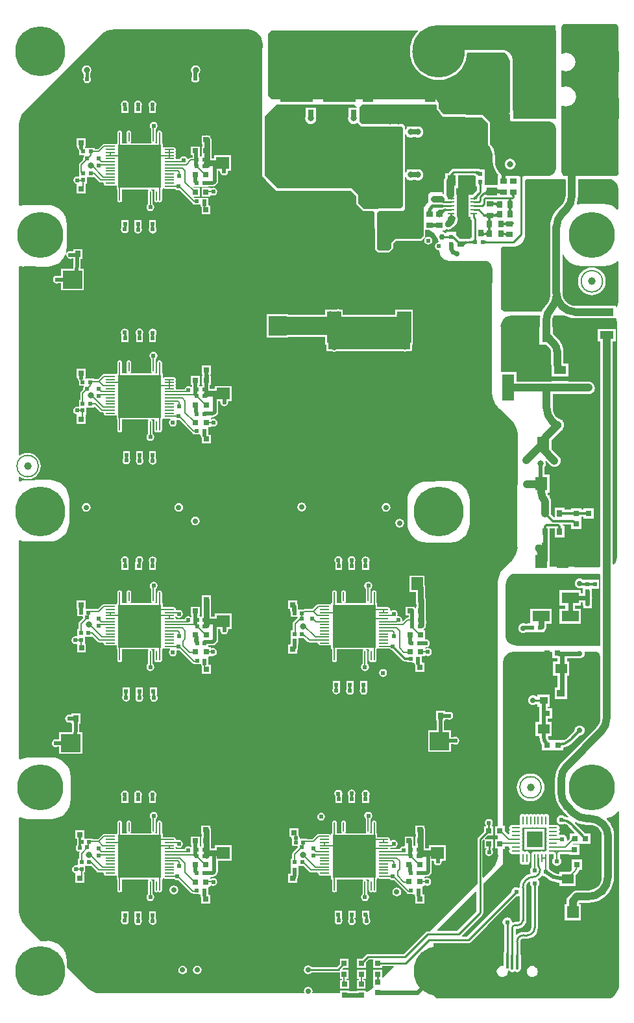
<source format=gtl>
%FSLAX25Y25*%
%MOIN*%
G70*
G01*
G75*
G04 Layer_Physical_Order=1*
G04 Layer_Color=255*
%ADD10C,0.03000*%
%ADD11C,0.00800*%
%ADD12C,0.02000*%
%ADD13C,0.01181*%
%ADD14C,0.02362*%
%ADD15C,0.01969*%
%ADD16C,0.01200*%
%ADD17C,0.01500*%
%ADD18C,0.01000*%
%ADD19C,0.01100*%
%ADD20C,0.04000*%
%ADD21C,0.03200*%
%ADD22C,0.03937*%
%ADD23C,0.01575*%
%ADD24C,0.00787*%
%ADD25C,0.00800*%
%ADD26C,0.02000*%
%ADD27C,0.10000*%
%ADD28R,0.05512X0.04331*%
%ADD29R,0.04331X0.10236*%
%ADD30R,0.04331X0.05512*%
%ADD31R,0.03543X0.02756*%
%ADD32R,0.03150X0.03543*%
%ADD33R,0.02756X0.03543*%
%ADD34R,0.02362X0.02362*%
%ADD35R,0.03543X0.03150*%
%ADD36R,0.02362X0.01969*%
%ADD37R,0.03000X0.03000*%
%ADD38C,0.03150*%
%ADD39R,0.10236X0.09449*%
%ADD40R,0.07087X0.06299*%
%ADD41R,0.06299X0.07087*%
%ADD42R,0.01969X0.02362*%
%ADD43C,0.03937*%
%ADD44R,0.22047X0.22047*%
%ADD45O,0.00787X0.05118*%
%ADD46O,0.05118X0.00787*%
%ADD47R,0.06000X0.05000*%
%ADD48R,0.16535X0.12205*%
%ADD49R,0.18504X0.05906*%
%ADD50R,0.02756X0.04528*%
%ADD51R,0.03937X0.07087*%
%ADD52R,0.07480X0.16339*%
%ADD53R,0.09449X0.10236*%
%ADD54R,0.03000X0.03000*%
%ADD55R,0.04331X0.06693*%
%ADD56R,0.02362X0.02362*%
%ADD57R,0.10236X0.04331*%
%ADD58R,0.12205X0.16535*%
%ADD59R,0.05906X0.18504*%
%ADD60R,0.04528X0.02756*%
%ADD61C,0.03000*%
%ADD62R,0.06693X0.04331*%
%ADD63R,0.19488X0.11594*%
%ADD64R,0.01102X0.02756*%
%ADD65R,0.06299X0.09449*%
%ADD66R,0.03347X0.01102*%
%ADD67R,0.08661X0.05512*%
%ADD68R,0.09449X0.11024*%
%ADD69O,0.01575X0.08268*%
%ADD70O,0.01378X0.08268*%
%ADD71R,0.07087X0.05906*%
%ADD72R,0.03937X0.03740*%
%ADD73O,0.04528X0.00787*%
%ADD74O,0.00787X0.04528*%
%ADD75R,0.08268X0.08268*%
%ADD76R,0.02559X0.03543*%
%ADD77R,0.06102X0.04331*%
%ADD78R,0.06102X0.04331*%
%ADD79R,0.06102X0.13583*%
%ADD80R,0.07087X0.03937*%
%ADD81C,0.00780*%
%ADD82R,0.42300X0.07600*%
%ADD83R,0.72700X0.09700*%
%ADD84R,0.46300X0.11900*%
%ADD85R,0.46400X0.11900*%
%ADD86R,0.19500X0.45500*%
%ADD87R,0.60476X0.09600*%
%ADD88C,0.23622*%
%ADD89C,0.25590*%
%ADD90R,0.05906X0.05906*%
%ADD91C,0.05906*%
%ADD92R,0.04724X0.07087*%
%ADD93O,0.05906X0.03937*%
%ADD94C,0.02400*%
%ADD95C,0.02800*%
%ADD96C,0.03200*%
%ADD97C,0.02362*%
G36*
X309079Y422374D02*
X310271Y421880D01*
X311295Y421095D01*
X312080Y420071D01*
X312574Y418879D01*
X312737Y417642D01*
X312700Y417600D01*
X312700D01*
X312707Y407242D01*
X312256Y407028D01*
X310883Y408155D01*
X309145Y409084D01*
X307260Y409655D01*
X305300Y409848D01*
Y409848D01*
X305252Y409800D01*
X293900Y409848D01*
X291940Y409655D01*
X291830Y409622D01*
X291494Y409993D01*
X291511Y410032D01*
X291994Y412045D01*
X292156Y414108D01*
X292143D01*
Y421000D01*
Y422527D01*
X307800Y422542D01*
X309079Y422374D01*
D02*
G37*
G36*
X285545Y382317D02*
X286795Y380795D01*
X288317Y379545D01*
X290055Y378616D01*
X291940Y378045D01*
X293900Y377852D01*
Y377852D01*
X293948Y377900D01*
X305461Y377852D01*
X307421Y378045D01*
X309306Y378616D01*
X311043Y379545D01*
X312275Y380556D01*
X312727Y380342D01*
X312742Y359500D01*
X312574Y358221D01*
X312080Y357029D01*
X311998Y356922D01*
X311524Y357082D01*
Y357455D01*
X307006D01*
X306800Y357482D01*
X291000D01*
X290956Y357476D01*
X289667Y357604D01*
X288385Y357992D01*
X287204Y358624D01*
X286168Y359474D01*
X285318Y360509D01*
X284687Y361690D01*
X284298Y362972D01*
X284171Y364262D01*
X284177Y364305D01*
Y383848D01*
X284662Y383970D01*
X285545Y382317D01*
D02*
G37*
G36*
X178590Y459407D02*
X178556Y459237D01*
X178139Y459154D01*
X174302D01*
Y455068D01*
X174051Y454463D01*
X173956Y453737D01*
X174051Y453011D01*
X174302Y452406D01*
Y452264D01*
X174386D01*
X174777Y451754D01*
X175358Y451308D01*
X176035Y451027D01*
X176761Y450932D01*
X177487Y451027D01*
X178163Y451308D01*
X178401Y451490D01*
X178894Y451408D01*
X178909Y451385D01*
X178909Y451385D01*
X179409Y450885D01*
X179409Y450885D01*
X180409Y449886D01*
X180800Y449624D01*
X181261Y449533D01*
X181261Y449533D01*
X195312D01*
X195600Y449495D01*
X195888Y449533D01*
X199022D01*
X199035Y449528D01*
X199761Y449432D01*
X200487Y449528D01*
X200499Y449533D01*
X201465D01*
X202056Y448941D01*
Y448043D01*
X202080Y447927D01*
Y447808D01*
X202125Y447699D01*
X202148Y447582D01*
X202214Y447484D01*
X202259Y447374D01*
X202261Y447373D01*
Y446101D01*
X202259Y446100D01*
X202214Y445990D01*
X202148Y445892D01*
X202125Y445775D01*
X202080Y445666D01*
Y445547D01*
X202056Y445431D01*
Y426043D01*
X202080Y425927D01*
Y425808D01*
X202125Y425699D01*
X202148Y425582D01*
X202214Y425484D01*
X202259Y425374D01*
X202261Y425373D01*
Y424101D01*
X202259Y424100D01*
X202214Y423990D01*
X202148Y423892D01*
X202125Y423775D01*
X202080Y423666D01*
Y423547D01*
X202056Y423431D01*
Y408737D01*
Y408533D01*
X200965Y407441D01*
X189761D01*
X189300Y407350D01*
X189131Y407237D01*
X182261D01*
X179261Y410237D01*
Y414237D01*
X175761Y417737D01*
X137761D01*
X132761Y422737D01*
X131261Y424237D01*
Y436237D01*
Y454737D01*
X135261Y458737D01*
X136761Y460237D01*
X137261Y460737D01*
X177261D01*
X178590Y459407D01*
D02*
G37*
G36*
X285789Y422167D02*
Y421000D01*
Y414108D01*
X285795Y414065D01*
X285668Y412775D01*
X285279Y411493D01*
X284648Y410312D01*
X283826Y409310D01*
X283791Y409283D01*
X281683Y407175D01*
X281673Y407185D01*
X280329Y405611D01*
X279247Y403846D01*
X278455Y401934D01*
X277972Y399921D01*
X277810Y397858D01*
X277823D01*
Y364305D01*
X277810D01*
X277911Y363017D01*
X277823Y362350D01*
X277823D01*
X277840Y362331D01*
X277675Y361074D01*
X277182Y359885D01*
X276444Y358923D01*
X276385Y358878D01*
X276375Y358887D01*
X275031Y357313D01*
X273950Y355549D01*
X273544Y354568D01*
X254300Y354551D01*
X253841Y354741D01*
X253674Y355143D01*
X253682Y355152D01*
D01*
X253693Y355166D01*
D01*
X253700Y355174D01*
X253700Y355174D01*
Y355174D01*
X253651Y355200D01*
X253651Y355200D01*
X253640Y355187D01*
X253193Y355275D01*
X252763Y355563D01*
X252475Y355993D01*
X252379Y356475D01*
X252400Y356500D01*
X252400D01*
Y369300D01*
X252375Y386500D01*
X252475Y387007D01*
X252763Y387437D01*
X253193Y387725D01*
X253675Y387821D01*
X253700Y387800D01*
Y387800D01*
X253700Y387800D01*
X258400Y387769D01*
X259674Y387894D01*
X260899Y388266D01*
X262029Y388869D01*
X263018Y389682D01*
X263831Y390671D01*
X264434Y391800D01*
X264806Y393026D01*
X264931Y394300D01*
X264900D01*
X264879Y421400D01*
X264964Y421829D01*
X265207Y422193D01*
X265400Y422322D01*
X265400Y422322D01*
Y422322D01*
X265571Y422436D01*
D01*
X265892Y422500D01*
X265892D01*
D01*
X265892D01*
D01*
D01*
X265892Y422500D01*
X266000D01*
Y422501D01*
X285436Y422520D01*
X285789Y422167D01*
D02*
G37*
G36*
X238523Y424417D02*
X239358Y424071D01*
X239398Y424041D01*
Y422843D01*
Y418906D01*
X240047D01*
Y416577D01*
X239359Y415889D01*
X239354Y415893D01*
X239326Y415857D01*
D01*
X237876Y414406D01*
X235713D01*
Y410942D01*
Y408973D01*
Y407005D01*
Y405036D01*
Y403068D01*
X236803D01*
Y402930D01*
X236937Y402254D01*
X237320Y401682D01*
X237496Y401506D01*
Y392599D01*
X236930D01*
Y391984D01*
X236650D01*
Y391984D01*
X236633Y391983D01*
X234236D01*
Y391991D01*
X234175Y391983D01*
X231141D01*
X229362Y393762D01*
Y395387D01*
X224638D01*
Y394765D01*
X224125D01*
X224012Y394912D01*
X223599Y395229D01*
X223452Y395342D01*
X222800Y395612D01*
X222631Y395634D01*
X222580Y395680D01*
X222483Y395915D01*
X222500Y395941D01*
X222500D01*
X222500Y396225D01*
X223713D01*
D01*
Y396691D01*
X224129Y396968D01*
X224728Y396720D01*
X225453Y396625D01*
X226180Y396720D01*
X226856Y397001D01*
X226983Y397098D01*
X227016Y397093D01*
X227016Y397093D01*
X227952Y397862D01*
X228409Y398418D01*
X228937Y398946D01*
X228937Y398946D01*
X228980Y399003D01*
X229037Y399046D01*
X229047Y399036D01*
X229767Y399974D01*
X230219Y401065D01*
X230373Y402237D01*
X230359D01*
X230263Y402963D01*
X229983Y403640D01*
X229808Y403868D01*
Y405036D01*
Y407005D01*
Y408973D01*
Y410942D01*
Y414406D01*
X229783D01*
X229662Y414544D01*
Y417800D01*
X230654D01*
Y424523D01*
X237721D01*
X238523Y424417D01*
D02*
G37*
G36*
X303623Y219673D02*
Y182997D01*
X260828Y182967D01*
X259490Y183099D01*
X258203Y183489D01*
X257016Y184123D01*
X255979Y184974D01*
X255979Y184979D01*
X255979Y184979D01*
X255979Y184979D01*
X255432Y185692D01*
X255088Y186523D01*
X254974Y187385D01*
X255000Y187414D01*
X255000D01*
Y189000D01*
X254967Y214172D01*
X255099Y215510D01*
X255489Y216797D01*
X256123Y217984D01*
X256974Y219021D01*
X256979Y219021D01*
X256979Y219021D01*
X256979Y219021D01*
X257692Y219568D01*
X258523Y219912D01*
X259385Y220026D01*
X259414Y220000D01*
Y220000D01*
X263000D01*
X303270Y220026D01*
X303623Y219673D01*
D02*
G37*
G36*
X258900Y179800D02*
Y179800D01*
X278615Y179816D01*
X278969Y179463D01*
Y176479D01*
X281592D01*
Y174981D01*
X279219D01*
Y167619D01*
X281592D01*
Y161512D01*
X280180D01*
Y160878D01*
Y155409D01*
X286479D01*
Y161238D01*
Y161512D01*
X286408D01*
Y167619D01*
X287581D01*
Y174981D01*
X286408D01*
Y176592D01*
X292070D01*
X292326Y176485D01*
X293000Y176397D01*
X293674Y176485D01*
X294302Y176745D01*
X294841Y177159D01*
X295255Y177698D01*
X295515Y178326D01*
X295603Y179000D01*
X295515Y179674D01*
X295619Y179831D01*
X301400Y179835D01*
X302102Y179696D01*
X302698Y179298D01*
X303096Y178702D01*
X303223Y178061D01*
X303206Y178031D01*
X303206D01*
X303200Y178020D01*
X303235Y178000D01*
X303623Y177784D01*
Y160901D01*
Y145842D01*
X303629Y145798D01*
X303502Y144509D01*
X303113Y143227D01*
X302482Y142046D01*
X301660Y141044D01*
X301625Y141017D01*
X284131Y123523D01*
X284121Y123533D01*
X282777Y121959D01*
X281696Y120194D01*
X280904Y118282D01*
X280420Y116269D01*
X280258Y114206D01*
X280271D01*
Y107462D01*
X280258D01*
X280420Y105399D01*
X280904Y103386D01*
X281696Y101474D01*
X282777Y99709D01*
X284121Y98135D01*
X284131Y98145D01*
X287070Y95206D01*
X286827Y94752D01*
X285281Y95221D01*
X285217Y95317D01*
X284429Y95843D01*
X283500Y96028D01*
X282571Y95843D01*
X281783Y95317D01*
X281257Y94529D01*
X281072Y93600D01*
X281257Y92671D01*
X281783Y91883D01*
X282571Y91357D01*
X283500Y91172D01*
X284429Y91357D01*
X284848Y91637D01*
X286051Y91138D01*
X287039Y90380D01*
X287088Y90307D01*
X290252Y87143D01*
X290061Y86681D01*
X287769D01*
Y84596D01*
X287706Y84281D01*
Y83886D01*
X286815Y82995D01*
X286374Y83231D01*
X286428Y83500D01*
X286243Y84429D01*
X285717Y85217D01*
X284929Y85743D01*
X284000Y85928D01*
X283071Y85743D01*
X282632Y85925D01*
X282601Y86083D01*
X282354Y86453D01*
X282601Y86823D01*
X282723Y87437D01*
X282601Y88051D01*
X282354Y88421D01*
X282601Y88791D01*
X282723Y89406D01*
X282601Y90020D01*
X282253Y90541D01*
X281732Y90889D01*
X281117Y91011D01*
X277377D01*
X277211Y91177D01*
Y94917D01*
X277089Y95532D01*
X276741Y96053D01*
X276220Y96401D01*
X275606Y96523D01*
X274991Y96401D01*
X274621Y96154D01*
X274252Y96401D01*
X273637Y96523D01*
X273023Y96401D01*
X272653Y96154D01*
X272283Y96401D01*
X271669Y96523D01*
X271054Y96401D01*
X270684Y96154D01*
X270314Y96401D01*
X269700Y96523D01*
X269086Y96401D01*
X268716Y96154D01*
X268346Y96401D01*
X267731Y96523D01*
X267117Y96401D01*
X266747Y96154D01*
X266377Y96401D01*
X265763Y96523D01*
X265148Y96401D01*
X264779Y96154D01*
X264409Y96401D01*
X263794Y96523D01*
X263180Y96401D01*
X262659Y96053D01*
X262311Y95532D01*
X262189Y94917D01*
Y91177D01*
X262023Y91011D01*
X258283D01*
X257668Y90889D01*
X257147Y90541D01*
X256799Y90020D01*
X256677Y89406D01*
X256799Y88791D01*
X257046Y88421D01*
X256799Y88051D01*
X256677Y87437D01*
X256799Y86823D01*
X256977Y86556D01*
X256763Y86104D01*
X256319Y86061D01*
X254494Y87886D01*
Y90542D01*
X253568D01*
X253524Y153082D01*
X253593Y153787D01*
X253554Y174500D01*
X253736Y175884D01*
X254271Y177173D01*
X255120Y178280D01*
X256227Y179130D01*
X257516Y179664D01*
X258855Y179840D01*
X258900Y179800D01*
D02*
G37*
G36*
X272465Y352434D02*
X272775Y352041D01*
X272674Y351624D01*
X272512Y349560D01*
X272526D01*
Y346628D01*
X272356D01*
Y337572D01*
X275737D01*
X277262Y336048D01*
X277279Y336035D01*
X277794Y335363D01*
X278127Y334561D01*
X278237Y333721D01*
X278234Y333700D01*
Y328019D01*
X278222D01*
X278380Y326414D01*
X278655Y325507D01*
Y321109D01*
X287120D01*
Y327801D01*
X286241D01*
X284588Y328019D01*
Y333700D01*
X284607D01*
X284421Y335591D01*
X284167Y336429D01*
Y336653D01*
X284099D01*
X283869Y337410D01*
X282974Y339086D01*
X281886Y340411D01*
X281774Y340548D01*
Y340548D01*
D01*
X281772Y340549D01*
X281769Y340553D01*
Y340553D01*
D01*
X281768Y340554D01*
X281768Y340554D01*
D01*
D01*
X281768Y340554D01*
X281754Y340541D01*
X281754D01*
X281754Y340541D01*
X279049Y343246D01*
Y346628D01*
X278879D01*
Y349560D01*
X278873Y349604D01*
X279000Y350893D01*
X279389Y352175D01*
X279524Y352427D01*
X285328Y352422D01*
X286924Y351761D01*
X288937Y351278D01*
X291000Y351115D01*
Y351129D01*
X306800D01*
X307006Y351156D01*
X311483D01*
X311708Y350863D01*
X312020Y350109D01*
X312127Y349300D01*
X312100Y228400D01*
X312100D01*
X312138Y228357D01*
X311971Y227095D01*
X311468Y225878D01*
X310666Y224834D01*
X310425Y224649D01*
X309977Y224870D01*
Y339345D01*
X311524D01*
Y345644D01*
X307006D01*
X306800Y345671D01*
X306594Y345644D01*
X302076D01*
Y339345D01*
X303623D01*
Y223714D01*
X303270Y223361D01*
X277619Y223390D01*
Y231024D01*
X277579D01*
Y231919D01*
X277631D01*
Y237281D01*
X277579D01*
Y238523D01*
X277631D01*
Y243194D01*
X280190D01*
Y238523D01*
X285111D01*
Y244428D01*
X284441D01*
X284320Y245040D01*
X284401Y245194D01*
X288519D01*
Y242769D01*
X293881D01*
Y248131D01*
D01*
Y248131D01*
X293881Y248131D01*
Y248269D01*
X293881D01*
Y249118D01*
X294719D01*
Y248269D01*
X300081D01*
Y253631D01*
X294719D01*
Y252731D01*
X293881D01*
Y253631D01*
X288519D01*
Y252731D01*
X285111D01*
Y253877D01*
X280190D01*
Y249113D01*
X279728Y248921D01*
X278275Y250375D01*
X278347Y250924D01*
Y256968D01*
X278354D01*
X278220Y257986D01*
X277826Y258936D01*
X277631Y259190D01*
Y260181D01*
X276876D01*
X276641Y260533D01*
X276467Y261407D01*
X276477Y261483D01*
Y261576D01*
X277631D01*
Y271024D01*
X275008D01*
Y274750D01*
X275207Y275010D01*
X275485Y275681D01*
X275580Y276400D01*
X275485Y277119D01*
X275337Y277477D01*
X275753Y277755D01*
X277754Y275754D01*
X278412Y275249D01*
X279178Y274932D01*
X280000Y274823D01*
X280822Y274932D01*
X281588Y275249D01*
X282246Y275754D01*
X282751Y276412D01*
X283068Y277178D01*
X283177Y278000D01*
X283068Y278822D01*
X282751Y279588D01*
X282246Y280246D01*
X278507Y283986D01*
Y288676D01*
X283450Y293619D01*
X284319D01*
Y294620D01*
X284389Y294712D01*
X284707Y295478D01*
X284815Y296300D01*
X284707Y297122D01*
X284389Y297888D01*
X284319Y297980D01*
Y298981D01*
X283318D01*
X283227Y299051D01*
X282460Y299369D01*
X282073Y299419D01*
X281175Y300317D01*
X281140Y300344D01*
X280318Y301346D01*
X279687Y302527D01*
X279298Y303809D01*
X279171Y305098D01*
X279177Y305142D01*
Y312053D01*
X287120D01*
Y312223D01*
X297517D01*
X298339Y312332D01*
X299106Y312649D01*
X299179Y312706D01*
X299390Y312793D01*
X299966Y313234D01*
X300407Y313810D01*
X300685Y314481D01*
X300780Y315200D01*
X300685Y315919D01*
X300598Y316130D01*
X300586Y316222D01*
X300268Y316988D01*
X299763Y317646D01*
X299106Y318151D01*
X298339Y318469D01*
X297517Y318577D01*
X287120D01*
Y318746D01*
X278655D01*
Y318577D01*
X260545D01*
Y323373D01*
X252734D01*
X252380Y323726D01*
X252400Y346900D01*
X252400D01*
X252359Y346947D01*
X252542Y348336D01*
X253096Y349674D01*
X253977Y350823D01*
X255126Y351704D01*
X256464Y352258D01*
X257900Y352448D01*
X272465Y352434D01*
D02*
G37*
G36*
X313247Y97891D02*
Y7810D01*
X312856Y6521D01*
X311927Y4784D01*
X310708Y3299D01*
X310643Y3296D01*
X310643D01*
X310595Y3201D01*
X309556Y2348D01*
X308370Y1714D01*
X219686D01*
X219600Y1800D01*
X217900Y3500D01*
Y30186D01*
X235700D01*
X236356Y30316D01*
X236912Y30688D01*
X245507Y39283D01*
D01*
X246295Y40071D01*
X260397Y54173D01*
X260400Y54172D01*
X261329Y54357D01*
X261645Y54568D01*
X262086Y54333D01*
Y42000D01*
X262086D01*
X262018Y41661D01*
X261826Y41374D01*
X261539Y41181D01*
X261200Y41114D01*
Y41114D01*
X259900D01*
X259850Y41104D01*
X259800Y41114D01*
Y41108D01*
X258980Y41000D01*
X258730Y40896D01*
X258454Y40951D01*
X258191Y41092D01*
X258025Y41929D01*
X257499Y42717D01*
X256711Y43243D01*
X255782Y43428D01*
X254853Y43243D01*
X254065Y42717D01*
X253539Y41929D01*
X253354Y41000D01*
X253539Y40071D01*
X254065Y39283D01*
X254068Y39281D01*
Y25690D01*
X253928Y25480D01*
X253775Y24712D01*
Y18842D01*
X253399Y18512D01*
X253223Y18536D01*
X252478Y18438D01*
X251783Y18150D01*
X251187Y17692D01*
X250730Y17096D01*
X250442Y16402D01*
X250344Y15657D01*
X250442Y14912D01*
X250730Y14217D01*
X251187Y13621D01*
X251783Y13163D01*
X252478Y12876D01*
X253223Y12778D01*
X253968Y12876D01*
X253984Y12883D01*
X254662Y13163D01*
X255259Y13621D01*
X255716Y14217D01*
X256004Y14912D01*
X256102Y15657D01*
X256048Y16065D01*
X256550Y16165D01*
X256550Y16165D01*
X256550Y16165D01*
X256768Y16121D01*
X256993Y15785D01*
X257611Y15371D01*
X258341Y15226D01*
X259071Y15371D01*
X259620Y15739D01*
X260170Y15371D01*
X260900Y15226D01*
X261630Y15371D01*
X262248Y15785D01*
X262662Y16403D01*
X262807Y17133D01*
Y24023D01*
X262662Y24753D01*
X262514Y24973D01*
Y30900D01*
X262506Y30939D01*
X262628Y31551D01*
X262997Y32103D01*
X263549Y32472D01*
X264161Y32594D01*
X264200Y32586D01*
X266000D01*
Y32572D01*
X267431Y32760D01*
X268764Y33312D01*
X269909Y34191D01*
X270788Y35336D01*
X271340Y36669D01*
X271528Y38100D01*
X271514D01*
Y41000D01*
Y42300D01*
Y59282D01*
X271517Y59283D01*
X272043Y60071D01*
X272228Y61000D01*
X272043Y61929D01*
X271517Y62717D01*
X271557Y63123D01*
X271690Y63178D01*
X272783Y64017D01*
X273305Y64697D01*
X273883Y65083D01*
X274671Y64557D01*
X274854Y64521D01*
X275718Y63782D01*
X277615Y62620D01*
X279670Y61769D01*
X281832Y61250D01*
X282519Y61196D01*
Y59619D01*
X290881D01*
Y65201D01*
X291270Y65590D01*
X291271Y65588D01*
X292117Y66620D01*
X292705Y67719D01*
X294331D01*
Y73081D01*
X288969D01*
Y67849D01*
X288101Y66981D01*
X282519D01*
Y66007D01*
X282341Y65846D01*
X282117Y65680D01*
X280313Y66227D01*
X278624Y67130D01*
X277781Y67822D01*
X277317Y68517D01*
X277218Y68583D01*
Y73953D01*
X277211Y73985D01*
Y75823D01*
X277377Y75989D01*
X279215D01*
X279247Y75982D01*
X279265D01*
X279493Y75888D01*
X279588Y75660D01*
Y75642D01*
Y74087D01*
X279483Y74017D01*
X278957Y73229D01*
X278772Y72300D01*
X278957Y71371D01*
X279483Y70583D01*
X280271Y70057D01*
X281200Y69872D01*
X282129Y70057D01*
X282917Y70583D01*
X283443Y71371D01*
X283628Y72300D01*
X283443Y73229D01*
X282917Y74017D01*
X282812Y74087D01*
Y75642D01*
Y75982D01*
X287569D01*
Y75419D01*
X292931D01*
Y80781D01*
X289814D01*
X289623Y81243D01*
X289699Y81319D01*
X293131D01*
Y81319D01*
X293131D01*
X293131Y81319D01*
X293269D01*
Y81319D01*
X298631D01*
Y86681D01*
X295824D01*
X290493Y92011D01*
X290771Y92427D01*
X292634Y91655D01*
X294647Y91172D01*
X296710Y91010D01*
Y91023D01*
X297958D01*
X298002Y91029D01*
X299291Y90902D01*
X300573Y90513D01*
X301754Y89882D01*
X302756Y89060D01*
X302783Y89025D01*
X302842Y88979D01*
X303581Y88016D01*
X304074Y86825D01*
X304233Y85621D01*
X304223Y85547D01*
Y64142D01*
X304229Y64098D01*
X304102Y62809D01*
X303713Y61527D01*
X303082Y60346D01*
X302260Y59344D01*
X302225Y59317D01*
X302183Y59275D01*
X302156Y59240D01*
X301154Y58418D01*
X299973Y57787D01*
X298691Y57398D01*
X297402Y57271D01*
X297358Y57277D01*
X291600D01*
X290778Y57169D01*
X290012Y56851D01*
X289354Y56346D01*
X287124Y54116D01*
X286619Y53458D01*
X286301Y52692D01*
X286193Y51870D01*
Y50197D01*
X285236D01*
Y41929D01*
X293504D01*
Y50197D01*
X292843D01*
X292651Y50659D01*
X292916Y50923D01*
X297358D01*
Y50910D01*
X299421Y51072D01*
X301434Y51555D01*
X303346Y52347D01*
X305111Y53429D01*
X306685Y54773D01*
X306685Y54773D01*
X306685D01*
X306685D01*
X306727Y54815D01*
X306727Y54815D01*
X308071Y56389D01*
X309153Y58154D01*
X309945Y60066D01*
X310428Y62079D01*
X310590Y64142D01*
X310577D01*
Y85547D01*
X310584D01*
X310445Y87311D01*
X310032Y89032D01*
X309355Y90668D01*
X308430Y92177D01*
X307281Y93523D01*
X307285Y93527D01*
X306769Y93967D01*
X306919Y94445D01*
X306921Y94445D01*
X308806Y95016D01*
X310543Y95945D01*
X312066Y97195D01*
X312776Y98060D01*
X313247Y97891D01*
D02*
G37*
G36*
X274991Y89694D02*
X275606Y89571D01*
X275771Y89406D01*
X275894Y88791D01*
X276141Y88421D01*
X275894Y88051D01*
X275771Y87437D01*
X275894Y86823D01*
X276141Y86453D01*
X275894Y86083D01*
X275771Y85469D01*
X275894Y84854D01*
X276141Y84484D01*
X275894Y84114D01*
X275771Y83500D01*
X275894Y82885D01*
X276141Y82516D01*
X275894Y82146D01*
X275771Y81532D01*
X275894Y80917D01*
X276141Y80547D01*
X275894Y80177D01*
X275771Y79563D01*
X275894Y78948D01*
X276141Y78579D01*
X275894Y78209D01*
X275771Y77595D01*
X275606Y77429D01*
X274991Y77306D01*
X274621Y77059D01*
X274252Y77306D01*
X273637Y77429D01*
X273023Y77306D01*
X272653Y77059D01*
X272283Y77306D01*
X271669Y77429D01*
X271054Y77306D01*
X270684Y77059D01*
X270314Y77306D01*
X269700Y77429D01*
X269086Y77306D01*
X268565Y76958D01*
X268217Y76437D01*
X268094Y75823D01*
Y73985D01*
X268088Y73953D01*
Y69120D01*
X268083Y69117D01*
X267557Y68329D01*
X267372Y67400D01*
X267557Y66471D01*
X267752Y66180D01*
X267583Y65709D01*
X266477Y65374D01*
X265247Y64716D01*
X264169Y63831D01*
X263284Y62753D01*
X262626Y61523D01*
X262221Y60188D01*
X262090Y58851D01*
X261638Y58637D01*
X261329Y58843D01*
X260400Y59028D01*
X259471Y58843D01*
X258683Y58317D01*
X258157Y57529D01*
X257972Y56600D01*
X257973Y56597D01*
X254400Y53024D01*
D01*
X234990Y33614D01*
X232591D01*
X232400Y34076D01*
X242912Y44588D01*
X243284Y45144D01*
X243414Y45800D01*
X243414Y45800D01*
X243414Y45800D01*
Y45800D01*
Y60714D01*
X253572Y70872D01*
Y75737D01*
Y78619D01*
X254531D01*
Y79919D01*
X256384D01*
X256677Y79563D01*
X256799Y78948D01*
X257046Y78579D01*
X256799Y78209D01*
X256677Y77595D01*
X256799Y76980D01*
X257147Y76459D01*
X257668Y76111D01*
X258283Y75989D01*
X262023D01*
X262189Y75823D01*
Y72083D01*
X262311Y71468D01*
X262659Y70947D01*
X263180Y70599D01*
X263794Y70477D01*
X264409Y70599D01*
X264779Y70846D01*
X265148Y70599D01*
X265763Y70477D01*
X266377Y70599D01*
X266898Y70947D01*
X267246Y71468D01*
X267369Y72083D01*
Y75823D01*
X267246Y76437D01*
X266898Y76958D01*
X266377Y77306D01*
X265763Y77429D01*
X265148Y77306D01*
X264779Y77059D01*
X264409Y77306D01*
X263794Y77429D01*
X263629Y77595D01*
X263506Y78209D01*
X263259Y78579D01*
X263506Y78948D01*
X263629Y79563D01*
X263506Y80177D01*
X263259Y80547D01*
X263506Y80917D01*
X263629Y81532D01*
X263506Y82146D01*
X263259Y82516D01*
X263506Y82885D01*
X263629Y83500D01*
X263506Y84114D01*
X263259Y84484D01*
X263506Y84854D01*
X263629Y85469D01*
X263506Y86083D01*
X263259Y86453D01*
X263506Y86823D01*
X263629Y87437D01*
X263506Y88051D01*
X263259Y88421D01*
X263506Y88791D01*
X263629Y89406D01*
X263794Y89571D01*
X264409Y89694D01*
X264779Y89941D01*
X265148Y89694D01*
X265763Y89571D01*
X266377Y89694D01*
X266747Y89941D01*
X267117Y89694D01*
X267731Y89571D01*
X268346Y89694D01*
X268716Y89941D01*
X269086Y89694D01*
X269700Y89571D01*
X270314Y89694D01*
X270684Y89941D01*
X271054Y89694D01*
X271669Y89571D01*
X272283Y89694D01*
X272653Y89941D01*
X273023Y89694D01*
X273637Y89571D01*
X274252Y89694D01*
X274621Y89941D01*
X274991Y89694D01*
D02*
G37*
G36*
X267474Y61510D02*
X267372Y61000D01*
X267557Y60071D01*
X268083Y59283D01*
X268086Y59282D01*
Y42300D01*
Y41000D01*
Y38100D01*
X268098Y38041D01*
X267949Y37293D01*
X267492Y36608D01*
X266807Y36151D01*
X266059Y36002D01*
X266000Y36014D01*
X264200D01*
Y36025D01*
X262874Y35850D01*
X261637Y35338D01*
X260576Y34524D01*
X260528Y34462D01*
X260055Y34622D01*
Y37686D01*
X261200D01*
Y37682D01*
X262318Y37829D01*
X263359Y38260D01*
X264253Y38947D01*
X264939Y39841D01*
X265371Y40882D01*
X265518Y42000D01*
X265514D01*
Y58800D01*
X265505Y58844D01*
X265626Y59758D01*
X265995Y60650D01*
X266583Y61417D01*
X267049Y61774D01*
X267474Y61510D01*
D02*
G37*
G36*
X210021Y498546D02*
X208565Y496840D01*
X207358Y494871D01*
X206474Y492737D01*
X205935Y490491D01*
X205754Y488189D01*
X205935Y485886D01*
X206474Y483641D01*
X207358Y481507D01*
X208565Y479538D01*
X210065Y477781D01*
X211821Y476281D01*
X213790Y475075D01*
X215924Y474191D01*
X218170Y473652D01*
X220472Y473470D01*
X222775Y473652D01*
X225021Y474191D01*
X227154Y475075D01*
X229124Y476281D01*
X230880Y477781D01*
X232380Y479538D01*
X233587Y481507D01*
X234471Y483641D01*
X235010Y485886D01*
X235152Y487689D01*
X253358D01*
X253412Y487694D01*
X254325Y487574D01*
X254919Y487119D01*
X254919Y487119D01*
X254919D01*
X254919D01*
Y487119D01*
X254919Y487119D01*
X254934Y487118D01*
D01*
X255908Y485931D01*
X256637Y484567D01*
X257086Y483087D01*
X257238Y481547D01*
X257201Y456896D01*
X257081Y456607D01*
X256669Y456525D01*
X256551Y456549D01*
X254900Y458200D01*
X256488Y456562D01*
X256488D01*
X256710Y456333D01*
Y456333D01*
X256807Y456233D01*
X256909Y456191D01*
X256909Y456191D01*
Y456191D01*
D01*
D01*
Y456191D01*
X256909D01*
X257197Y455903D01*
X257167Y453507D01*
X257299Y452841D01*
X257614Y452369D01*
Y452036D01*
X269425D01*
Y452096D01*
X277361D01*
X278063Y452003D01*
X278977Y451625D01*
X279564Y451174D01*
X279738Y451000D01*
Y451000D01*
X280138Y450600D01*
X280586Y449520D01*
X280738Y448361D01*
X280700Y431300D01*
Y428014D01*
X280700D01*
X280726Y427985D01*
X280612Y427123D01*
X280268Y426292D01*
X279721Y425579D01*
X279721Y425579D01*
X279721Y425579D01*
X279720Y425564D01*
X278731Y424805D01*
X277568Y424323D01*
X276320Y424159D01*
X261713Y424195D01*
Y424249D01*
X255808D01*
Y424200D01*
X254290D01*
Y424200D01*
X254244Y424162D01*
X253357Y424339D01*
X252567Y424867D01*
X252429Y425071D01*
X252429D01*
X252364Y425074D01*
X251145Y426560D01*
X250217Y428297D01*
X249645Y430182D01*
X249452Y432142D01*
X249500Y433600D01*
Y433858D01*
X249548D01*
X249355Y435818D01*
X248783Y437703D01*
X247855Y439440D01*
X246965Y440525D01*
Y451237D01*
X246873Y451698D01*
X246769Y451854D01*
X246612Y452088D01*
X246612Y452089D01*
X244112Y454589D01*
X244112Y454589D01*
X243577Y455124D01*
X243186Y455385D01*
X242725Y455477D01*
X242725Y455477D01*
X234953D01*
X234700Y455645D01*
X234239Y455737D01*
X223217D01*
X221688Y457674D01*
X220669Y458966D01*
Y461549D01*
X219140Y463486D01*
X134529D01*
X133000Y465423D01*
Y497063D01*
X134529Y499000D01*
X209812D01*
X210021Y498546D01*
D02*
G37*
G36*
X312226Y501826D02*
X312658Y501262D01*
X312930Y500605D01*
X313023Y499900D01*
X313000Y425900D01*
X313000D01*
X313027Y425867D01*
X312901Y425237D01*
X312526Y424674D01*
X311963Y424299D01*
X311300Y424167D01*
X285800Y424200D01*
Y424200D01*
X285758Y424165D01*
X284942Y424328D01*
X284214Y424814D01*
X283728Y425542D01*
X283557Y426400D01*
X283600Y436300D01*
X283600Y436300D01*
X283500Y436312D01*
Y460058D01*
X283916Y460336D01*
X284625Y460042D01*
X285961Y459866D01*
X287297Y460042D01*
X288542Y460558D01*
X289611Y461378D01*
X290431Y462447D01*
X290947Y463692D01*
X291123Y465028D01*
X290947Y466364D01*
X290431Y467610D01*
X289611Y468679D01*
X288542Y469499D01*
X287297Y470015D01*
X285961Y470191D01*
X284625Y470015D01*
X283916Y469721D01*
X283500Y469999D01*
Y478200D01*
X283916Y478478D01*
X284727Y478142D01*
X285961Y477980D01*
X287194Y478142D01*
X288343Y478618D01*
X289330Y479375D01*
X290087Y480362D01*
X290563Y481512D01*
X290726Y482745D01*
X290563Y483978D01*
X290087Y485127D01*
X289330Y486114D01*
X288343Y486872D01*
X287194Y487348D01*
X285961Y487510D01*
X284727Y487348D01*
X283916Y487011D01*
X283500Y487289D01*
Y499900D01*
X283500D01*
X283480Y499923D01*
X283570Y500605D01*
X283842Y501262D01*
X284274Y501826D01*
X284792Y502223D01*
X311708D01*
X312226Y501826D01*
D02*
G37*
G36*
X239986Y56633D02*
Y46510D01*
X230080Y36604D01*
X219957D01*
X219766Y37066D01*
X239524Y56824D01*
X239986Y56633D01*
D02*
G37*
G36*
X122421Y499456D02*
Y499456D01*
X122458Y499489D01*
X123907Y499346D01*
X125336Y498913D01*
X126652Y498209D01*
X127806Y497262D01*
X128753Y496108D01*
X129457Y494791D01*
X129890Y493363D01*
X130037Y491877D01*
X130000Y487600D01*
Y423998D01*
X130130Y423868D01*
X130148Y423776D01*
X130409Y423385D01*
X131909Y421885D01*
X131909Y421885D01*
X136909Y416886D01*
X137300Y416624D01*
X137761Y416533D01*
X137761Y416533D01*
X175262D01*
X178056Y413738D01*
Y410237D01*
X178148Y409776D01*
X178409Y409385D01*
X181409Y406386D01*
X181800Y406124D01*
X182261Y406033D01*
X182261Y406033D01*
X186965D01*
X187611Y405386D01*
X187588Y405268D01*
X187588Y405268D01*
Y397623D01*
X187636Y397623D01*
X187989Y397270D01*
Y394096D01*
X187958Y393938D01*
Y388237D01*
Y386737D01*
X188019Y386430D01*
X188193Y386169D01*
X188193Y386169D01*
X189193Y385169D01*
X189453Y384995D01*
X189761Y384934D01*
X194761D01*
X195068Y384995D01*
X195328Y385169D01*
X195328Y385169D01*
X196328Y386169D01*
X196328Y386169D01*
X196828Y386669D01*
X197002Y386930D01*
X197064Y387237D01*
Y389405D01*
X198593Y390934D01*
X211261D01*
X211568Y390995D01*
X211828Y391169D01*
X213323Y392665D01*
X213710Y392347D01*
X213328Y391775D01*
X213174Y391000D01*
X213328Y390225D01*
X213767Y389567D01*
X214424Y389128D01*
X215200Y388974D01*
X215975Y389128D01*
X216633Y389567D01*
X217072Y390225D01*
X217226Y391000D01*
X217072Y391775D01*
X216633Y392433D01*
X215975Y392872D01*
X215200Y393026D01*
X214424Y392872D01*
X213767Y392433D01*
X213354Y392709D01*
X213502Y392930D01*
X213563Y393237D01*
Y396619D01*
X215410D01*
X216583Y395992D01*
X218105Y394743D01*
X219355Y393220D01*
X219943Y392120D01*
X219945Y392108D01*
X219967Y392076D01*
X220284Y391483D01*
X220582Y390500D01*
X220324Y390072D01*
X219825Y389972D01*
X219167Y389533D01*
X218728Y388876D01*
X218574Y388100D01*
X218728Y387325D01*
X219167Y386667D01*
X219825Y386228D01*
X220600Y386074D01*
X220621Y386078D01*
X221004Y385756D01*
X221000Y385600D01*
X220957D01*
X221129Y384295D01*
X221633Y383079D01*
X222434Y382034D01*
X223478Y381233D01*
X224695Y380729D01*
X226000Y380557D01*
X244000Y380600D01*
X244000Y380600D01*
Y380600D01*
X244034Y380630D01*
X245044Y380497D01*
X246017Y380094D01*
X246853Y379453D01*
X247494Y378618D01*
X247897Y377644D01*
X248035Y376600D01*
X248000Y361600D01*
Y312742D01*
X247952D01*
X248145Y310782D01*
X248716Y308897D01*
X249645Y307160D01*
X250895Y305637D01*
X252000Y304600D01*
X258071Y298529D01*
X258071Y298529D01*
X258136Y298526D01*
X259355Y297041D01*
X260283Y295304D01*
X260855Y293419D01*
X261048Y291458D01*
X261000Y239025D01*
Y233742D01*
X261000D01*
X261044Y233694D01*
X260855Y231782D01*
X260283Y229897D01*
X259355Y228160D01*
X258105Y226637D01*
X257752Y226352D01*
X253929Y222529D01*
X253895Y222564D01*
X252645Y221041D01*
X251716Y219304D01*
X251145Y217419D01*
X250952Y215458D01*
X251000Y213600D01*
Y90148D01*
X249526D01*
Y85573D01*
X251000D01*
Y83587D01*
X249563D01*
Y79013D01*
X251000D01*
Y75626D01*
X251000D01*
X251043Y75578D01*
X250857Y73688D01*
X250292Y71825D01*
X249374Y70108D01*
X248139Y68603D01*
X243475Y63944D01*
X243013Y64135D01*
Y70900D01*
Y82956D01*
X243601Y83544D01*
X243859Y83437D01*
X243859D01*
X244063Y83353D01*
Y79013D01*
X245087D01*
Y78513D01*
X244967Y78433D01*
X244528Y77776D01*
X244374Y77000D01*
X244528Y76224D01*
X244967Y75567D01*
X245624Y75128D01*
X246400Y74974D01*
X247176Y75128D01*
X247833Y75567D01*
X248272Y76224D01*
X248426Y77000D01*
X248272Y77776D01*
X247833Y78433D01*
X247713Y78513D01*
Y79013D01*
X248637D01*
Y83587D01*
X244297D01*
X244213Y83791D01*
Y83791D01*
X244106Y84049D01*
X245630Y85573D01*
X248600D01*
Y90148D01*
X248013D01*
X247864Y90371D01*
X247747Y90589D01*
X248172Y91224D01*
X248326Y92000D01*
X248172Y92775D01*
X247733Y93433D01*
X247076Y93872D01*
X246300Y94026D01*
X245525Y93872D01*
X244867Y93433D01*
X244428Y92775D01*
X244274Y92000D01*
X244428Y91224D01*
X244853Y90589D01*
X244736Y90371D01*
X244587Y90148D01*
X244026D01*
Y87682D01*
X240772Y84428D01*
X240487Y84002D01*
X240387Y83500D01*
Y70900D01*
Y60860D01*
X215702Y36203D01*
X214890D01*
X214388Y36103D01*
X213962Y35818D01*
X202656Y24513D01*
X184100D01*
X183598Y24413D01*
X183172Y24128D01*
X181081Y22037D01*
X178523D01*
Y17463D01*
X183098D01*
Y20342D01*
X184644Y21887D01*
X186973D01*
Y17463D01*
X191548D01*
Y18437D01*
X197264D01*
X197455Y17975D01*
X192010Y12536D01*
X191548Y12728D01*
Y16537D01*
X186973D01*
Y11963D01*
Y8050D01*
X186973Y8050D01*
X186973D01*
X187133Y7664D01*
X186997Y7529D01*
Y7529D01*
X186994Y7464D01*
X185509Y6245D01*
X183772Y5317D01*
X183400Y5204D01*
X182998Y5502D01*
Y5824D01*
X178423D01*
Y5544D01*
X174448D01*
Y5824D01*
X169873D01*
Y4910D01*
X169520Y4556D01*
X155606Y4561D01*
X155561Y4646D01*
X155730Y5500D01*
X155561Y6353D01*
X155077Y7077D01*
X154353Y7560D01*
X153500Y7730D01*
X152647Y7560D01*
X151923Y7077D01*
X151439Y6353D01*
X151270Y5500D01*
X151379Y4950D01*
X151062Y4563D01*
X56000Y4600D01*
X45749D01*
Y4600D01*
X45716Y4571D01*
X44426Y4698D01*
X43154Y5084D01*
X41981Y5711D01*
X40954Y6554D01*
X29534Y17989D01*
X29548Y21361D01*
X29355Y23321D01*
X28784Y25206D01*
X27855Y26943D01*
X26605Y28466D01*
X25083Y29716D01*
X23345Y30644D01*
X21460Y31216D01*
X19500Y31409D01*
Y31361D01*
X16182D01*
X7929Y39625D01*
X7929D01*
X7864Y39628D01*
X6645Y41113D01*
X5717Y42850D01*
X5145Y44735D01*
X4952Y46696D01*
X4957Y94656D01*
X5386Y94913D01*
X5755Y94717D01*
X7640Y94145D01*
X9600Y93952D01*
Y93952D01*
X9648Y94000D01*
X21500Y93952D01*
X23460Y94145D01*
X25345Y94717D01*
X27083Y95645D01*
X28605Y96895D01*
X29855Y98417D01*
X30784Y100155D01*
X31355Y102040D01*
X31548Y104000D01*
X31548D01*
X31500Y104048D01*
X31548Y115561D01*
X31355Y117521D01*
X30784Y119406D01*
X29855Y121143D01*
X28605Y122666D01*
X27083Y123916D01*
X25345Y124844D01*
X23460Y125416D01*
X21500Y125609D01*
Y125561D01*
X14100D01*
X14000Y125400D01*
X9600Y125448D01*
X7640Y125255D01*
X5755Y124683D01*
X5390Y124488D01*
X4961Y124746D01*
X4975Y236791D01*
X5376Y237089D01*
X6840Y236645D01*
X8800Y236452D01*
Y236452D01*
X8848Y236500D01*
X20700Y236452D01*
X22660Y236645D01*
X24545Y237216D01*
X26283Y238145D01*
X27805Y239395D01*
X29055Y240917D01*
X29983Y242655D01*
X30555Y244540D01*
X30748Y246500D01*
X30748D01*
X30700Y246548D01*
X30748Y258061D01*
X30555Y260021D01*
X29983Y261906D01*
X29055Y263643D01*
X27805Y265166D01*
X26283Y266416D01*
X24545Y267344D01*
X22660Y267916D01*
X20700Y268109D01*
Y268061D01*
X13300D01*
X13200Y267900D01*
X8800Y267948D01*
X6840Y267755D01*
X5380Y267313D01*
X4978Y267610D01*
X4978Y269586D01*
X5431Y269799D01*
X5664Y269608D01*
X6826Y268987D01*
X8088Y268604D01*
X9400Y268475D01*
X10712Y268604D01*
X11974Y268987D01*
X13136Y269608D01*
X14155Y270444D01*
X14992Y271464D01*
X15613Y272626D01*
X15996Y273888D01*
X16125Y275200D01*
X15996Y276512D01*
X15613Y277774D01*
X14992Y278936D01*
X14155Y279956D01*
X13136Y280792D01*
X11974Y281413D01*
X10712Y281796D01*
X9400Y281925D01*
X8088Y281796D01*
X6826Y281413D01*
X5664Y280792D01*
X5432Y280602D01*
X4980Y280816D01*
X4992Y377622D01*
X5393Y377919D01*
X5640Y377845D01*
X7600Y377652D01*
Y377652D01*
X7648Y377700D01*
X19500Y377652D01*
X21460Y377845D01*
X23345Y378416D01*
X25083Y379345D01*
X26605Y380595D01*
X27855Y382117D01*
X28784Y383855D01*
X28871Y384142D01*
X29143Y384074D01*
Y384074D01*
X29356Y384021D01*
X29272Y383600D01*
X29426Y382824D01*
X29866Y382167D01*
X30523Y381728D01*
X31298Y381574D01*
X32074Y381728D01*
X32148Y381778D01*
X32782D01*
Y381541D01*
X32920D01*
Y377380D01*
X32933Y377313D01*
X32854Y376512D01*
X26496D01*
Y372822D01*
X25248D01*
X25174Y372872D01*
X24398Y373026D01*
X23623Y372872D01*
X22966Y372433D01*
X22526Y371776D01*
X22372Y371000D01*
X22526Y370224D01*
X22966Y369567D01*
X23623Y369128D01*
X24398Y368974D01*
X25174Y369128D01*
X25248Y369178D01*
X26496D01*
Y365488D01*
X38307D01*
Y376512D01*
X36863D01*
X36524Y376879D01*
X36562Y377366D01*
X36565Y377380D01*
Y381541D01*
X37506D01*
Y386659D01*
X32782D01*
Y385422D01*
X32148D01*
X32074Y385472D01*
X31298Y385626D01*
X30523Y385472D01*
X29866Y385033D01*
X29485Y384463D01*
X29312Y384545D01*
X29312Y384545D01*
X29033Y384677D01*
X29355Y385740D01*
X29548Y387700D01*
X29548D01*
X29500Y387748D01*
X29548Y399261D01*
X29355Y401221D01*
X28784Y403106D01*
X27855Y404843D01*
X26605Y406366D01*
X25083Y407616D01*
X23345Y408544D01*
X21460Y409116D01*
X19500Y409309D01*
Y409261D01*
X12100D01*
X12000Y409100D01*
X7600Y409148D01*
X5640Y408955D01*
X5397Y408882D01*
X4995Y409180D01*
X5000Y447057D01*
Y450458D01*
X5000D01*
X4956Y450506D01*
X5145Y452419D01*
X5717Y454304D01*
X6645Y456041D01*
X7895Y457563D01*
X43000Y492600D01*
X46926Y496527D01*
Y496527D01*
X46930Y496592D01*
X48415Y497811D01*
X50152Y498739D01*
X52037Y499311D01*
X53997Y499504D01*
X122421Y499456D01*
D02*
G37*
G36*
X219465Y460533D02*
Y458966D01*
X219497Y458803D01*
X219510Y458638D01*
X219542Y458575D01*
X219556Y458505D01*
X219648Y458367D01*
X219724Y458219D01*
X220743Y456928D01*
X220743Y456928D01*
X222272Y454991D01*
X222326Y454945D01*
X222366Y454885D01*
X222503Y454793D01*
X222629Y454686D01*
X222697Y454664D01*
X222757Y454624D01*
X222919Y454592D01*
X223077Y454541D01*
X223077D01*
X223148Y454547D01*
X223217Y454533D01*
X234239D01*
Y454505D01*
Y454273D01*
X242725D01*
X243261Y453737D01*
X245761Y451237D01*
Y441557D01*
Y440525D01*
X245795Y440351D01*
X245813Y440175D01*
X245841Y440123D01*
X245852Y440064D01*
X245951Y439917D01*
X246034Y439761D01*
X246849Y438768D01*
X247666Y437240D01*
X248168Y435582D01*
X248324Y434001D01*
X248296Y433858D01*
Y433620D01*
X248248Y432182D01*
X248261Y432103D01*
X248253Y432024D01*
X248446Y430064D01*
X248481Y429950D01*
X248492Y429832D01*
X249064Y427947D01*
X249120Y427843D01*
X249154Y427729D01*
X250083Y425992D01*
X250158Y425900D01*
X250214Y425796D01*
X251113Y424701D01*
X250899Y424249D01*
X250808D01*
Y419631D01*
X244123D01*
Y422843D01*
Y427568D01*
X241768D01*
X241756Y427573D01*
X241385Y427821D01*
X240729Y427951D01*
X240081D01*
X240040Y427956D01*
Y427951D01*
X237628D01*
X237626Y427951D01*
Y427951D01*
X228261D01*
X227605Y427821D01*
X227049Y427449D01*
X226096Y426496D01*
X225724Y425940D01*
X225671Y425674D01*
X223961D01*
Y423360D01*
X223675Y422987D01*
X223354Y422213D01*
X223245Y421383D01*
Y418725D01*
X223241Y418685D01*
X223245D01*
Y415082D01*
X222941Y414879D01*
X222500Y415115D01*
Y416476D01*
X221761Y415737D01*
X216261D01*
X215261Y414737D01*
Y410737D01*
X213761Y409237D01*
X212761Y408237D01*
Y400737D01*
Y393237D01*
X211261Y391737D01*
X198261D01*
X196261Y389737D01*
Y387237D01*
X195761Y386737D01*
X194761Y385737D01*
X189761D01*
X188761Y386737D01*
Y388237D01*
Y393938D01*
X188792D01*
Y405268D01*
X189761Y406237D01*
X202261D01*
X203261Y407237D01*
Y408737D01*
Y423431D01*
X203751Y423528D01*
X203831Y423335D01*
X204277Y422753D01*
X204344Y422702D01*
Y422278D01*
X204930D01*
X205535Y422027D01*
X206261Y421932D01*
X206987Y422027D01*
X207591Y422278D01*
X208430D01*
X209035Y422027D01*
X209761Y421932D01*
X210487Y422027D01*
X211091Y422278D01*
X211234D01*
Y422362D01*
X211744Y422753D01*
X212190Y423335D01*
X212470Y424011D01*
X212566Y424737D01*
X212470Y425463D01*
X212190Y426140D01*
X211744Y426721D01*
X211234Y427112D01*
Y427396D01*
X210609D01*
X210487Y427447D01*
X209761Y427542D01*
X209035Y427447D01*
X208913Y427396D01*
X207108D01*
X206987Y427447D01*
X206261Y427542D01*
X205535Y427447D01*
X205413Y427396D01*
X204344D01*
Y426772D01*
X204277Y426721D01*
X203831Y426140D01*
X203751Y425946D01*
X203261Y426043D01*
Y445431D01*
X203751Y445528D01*
X203831Y445334D01*
X204277Y444754D01*
X204344Y444702D01*
Y444278D01*
X204930D01*
X205535Y444028D01*
X206261Y443932D01*
X206987Y444028D01*
X207591Y444278D01*
X208430D01*
X209035Y444028D01*
X209761Y443932D01*
X210487Y444028D01*
X211091Y444278D01*
X211234D01*
Y444362D01*
X211744Y444754D01*
X212190Y445334D01*
X212470Y446011D01*
X212566Y446737D01*
X212470Y447463D01*
X212190Y448140D01*
X211744Y448721D01*
X211234Y449112D01*
Y449396D01*
X210609D01*
X210487Y449446D01*
X209761Y449542D01*
X209035Y449446D01*
X208913Y449396D01*
X207108D01*
X206987Y449446D01*
X206261Y449542D01*
X205535Y449446D01*
X205413Y449396D01*
X204344D01*
Y448772D01*
X204277Y448721D01*
X203831Y448140D01*
X203751Y447946D01*
X203261Y448043D01*
Y449737D01*
X202761Y450237D01*
X202261Y450737D01*
X181261D01*
X180261Y451737D01*
X179761Y452237D01*
Y458237D01*
Y459237D01*
X181261Y460737D01*
X219261D01*
X219465Y460533D01*
D02*
G37*
%LPC*%
G36*
X267717Y117357D02*
X266327Y117220D01*
X264991Y116815D01*
X263760Y116157D01*
X262681Y115271D01*
X261796Y114192D01*
X261138Y112961D01*
X260733Y111625D01*
X260596Y110236D01*
X260733Y108847D01*
X261138Y107511D01*
X261796Y106280D01*
X262681Y105201D01*
X263760Y104315D01*
X264991Y103657D01*
X266327Y103252D01*
X267717Y103115D01*
X269106Y103252D01*
X270442Y103657D01*
X271673Y104315D01*
X272752Y105201D01*
X273637Y106280D01*
X274295Y107511D01*
X274701Y108847D01*
X274837Y110236D01*
X274701Y111625D01*
X274295Y112961D01*
X273637Y114192D01*
X272752Y115271D01*
X271673Y116157D01*
X270442Y116815D01*
X269106Y117220D01*
X267717Y117357D01*
D02*
G37*
G36*
X223818Y149559D02*
X219094D01*
Y144441D01*
X219634D01*
Y139512D01*
X215093D01*
Y128488D01*
X226904D01*
Y132378D01*
X228250D01*
X228325Y132328D01*
X229100Y132174D01*
X229875Y132328D01*
X230533Y132767D01*
X230972Y133424D01*
X231126Y134200D01*
X230972Y134976D01*
X230533Y135633D01*
X229875Y136072D01*
X229100Y136226D01*
X228325Y136072D01*
X228250Y136022D01*
X226904D01*
Y139512D01*
X223278D01*
Y144441D01*
X223818D01*
Y145178D01*
X225150D01*
X225224Y145128D01*
X226000Y144974D01*
X226776Y145128D01*
X227433Y145567D01*
X227872Y146224D01*
X228026Y147000D01*
X227872Y147775D01*
X227433Y148433D01*
X226776Y148872D01*
X226000Y149026D01*
X225224Y148872D01*
X225150Y148822D01*
X223818D01*
Y149559D01*
D02*
G37*
G36*
X180811Y16698D02*
X180711D01*
X180247Y16605D01*
X180145Y16537D01*
X178523D01*
Y11963D01*
X179500D01*
Y11324D01*
X178423D01*
Y6750D01*
X182998D01*
Y11324D01*
X181921D01*
Y11963D01*
X183098D01*
Y16537D01*
X181376D01*
X181274Y16605D01*
X180811Y16698D01*
D02*
G37*
G36*
X169021Y109030D02*
X168246Y108876D01*
X167588Y108437D01*
X167149Y107779D01*
X166995Y107004D01*
X167149Y106228D01*
X167389Y105870D01*
Y102167D01*
X170932D01*
Y106104D01*
X170932Y106104D01*
X170932D01*
X170878Y106205D01*
X170893Y106228D01*
X171048Y107004D01*
X170893Y107779D01*
X170454Y108437D01*
X169797Y108876D01*
X169021Y109030D01*
D02*
G37*
G36*
X73500Y108596D02*
X72724Y108441D01*
X72067Y108002D01*
X71628Y107345D01*
X71474Y106569D01*
X71628Y105794D01*
X71728Y105643D01*
Y102167D01*
X75272D01*
Y105643D01*
X75372Y105794D01*
X75526Y106569D01*
X75372Y107345D01*
X74933Y108002D01*
X74275Y108441D01*
X73500Y108596D01*
D02*
G37*
G36*
X183021Y108930D02*
X182246Y108776D01*
X181588Y108337D01*
X181149Y107679D01*
X180995Y106904D01*
X181149Y106129D01*
X181189Y106069D01*
Y102167D01*
X184732D01*
Y105887D01*
X184893Y106129D01*
X185048Y106904D01*
X184893Y107679D01*
X184454Y108337D01*
X183797Y108776D01*
X183021Y108930D01*
D02*
G37*
G36*
X175821Y109130D02*
X175046Y108976D01*
X174388Y108537D01*
X173949Y107879D01*
X173795Y107104D01*
X173949Y106328D01*
X174093Y106112D01*
X174089Y106104D01*
X174089D01*
X174089Y106104D01*
Y102167D01*
X177632D01*
Y106104D01*
X177632Y106104D01*
X177632D01*
X177593Y106178D01*
X177693Y106328D01*
X177848Y107104D01*
X177693Y107879D01*
X177254Y108537D01*
X176597Y108976D01*
X175821Y109130D01*
D02*
G37*
G36*
X36506Y148059D02*
X31782D01*
Y147831D01*
X31596Y147553D01*
X31395Y147388D01*
X30700Y147526D01*
X29924Y147372D01*
X29267Y146933D01*
X28828Y146275D01*
X28674Y145500D01*
X28828Y144725D01*
X29267Y144067D01*
X29924Y143628D01*
X30700Y143474D01*
X31395Y143612D01*
X31596Y143447D01*
X31782Y143169D01*
Y142941D01*
X32322D01*
Y139280D01*
X32335Y139213D01*
X32256Y138412D01*
X25596D01*
Y134722D01*
X24650D01*
X24576Y134772D01*
X23800Y134926D01*
X23024Y134772D01*
X22367Y134333D01*
X21928Y133676D01*
X21774Y132900D01*
X21928Y132124D01*
X22367Y131467D01*
X23024Y131028D01*
X23800Y130874D01*
X24576Y131028D01*
X24650Y131078D01*
X25596D01*
Y127388D01*
X37407D01*
Y138412D01*
X36265D01*
X35925Y138779D01*
X35964Y139266D01*
X35967Y139280D01*
Y142941D01*
X36506D01*
Y148059D01*
D02*
G37*
G36*
X183772Y164737D02*
X180228D01*
Y160826D01*
X180128Y160676D01*
X179974Y159900D01*
X180128Y159125D01*
X180567Y158467D01*
X181225Y158028D01*
X182000Y157874D01*
X182775Y158028D01*
X183433Y158467D01*
X183872Y159125D01*
X184026Y159900D01*
X183872Y160676D01*
X183772Y160826D01*
Y164737D01*
D02*
G37*
G36*
X176752D02*
X173209D01*
Y160800D01*
X173209Y160800D01*
X173209D01*
X173240Y160742D01*
X173128Y160575D01*
X172974Y159800D01*
X173128Y159025D01*
X173567Y158367D01*
X174225Y157928D01*
X175000Y157774D01*
X175776Y157928D01*
X176433Y158367D01*
X176872Y159025D01*
X177026Y159800D01*
X176872Y160575D01*
X176739Y160775D01*
X176752Y160800D01*
X176752D01*
X176752Y160800D01*
Y164737D01*
D02*
G37*
G36*
X192000Y171026D02*
X191225Y170872D01*
X190567Y170433D01*
X190128Y169775D01*
X189974Y169000D01*
X190128Y168225D01*
X190567Y167567D01*
X191225Y167128D01*
X192000Y166974D01*
X192775Y167128D01*
X193433Y167567D01*
X193872Y168225D01*
X194026Y169000D01*
X193872Y169775D01*
X193433Y170433D01*
X192775Y170872D01*
X192000Y171026D01*
D02*
G37*
G36*
X169732Y164737D02*
X166189D01*
Y161016D01*
X166028Y160775D01*
X165874Y160000D01*
X166028Y159224D01*
X166467Y158567D01*
X167125Y158128D01*
X167900Y157974D01*
X168675Y158128D01*
X169333Y158567D01*
X169772Y159224D01*
X169926Y160000D01*
X169772Y160775D01*
X169732Y160835D01*
Y164737D01*
D02*
G37*
G36*
X75772Y161563D02*
X72228D01*
Y157626D01*
X72296D01*
X72532Y157185D01*
X72367Y156938D01*
X72213Y156163D01*
X72367Y155388D01*
X72807Y154730D01*
X73464Y154291D01*
X74239Y154137D01*
X75015Y154291D01*
X75672Y154730D01*
X76112Y155388D01*
X76266Y156163D01*
X76112Y156938D01*
X75672Y157596D01*
X75681Y157626D01*
X75772D01*
Y161563D01*
D02*
G37*
G36*
X68552D02*
X65009D01*
Y157626D01*
X65009D01*
X65009Y157050D01*
X64867Y156838D01*
X64713Y156063D01*
X64867Y155288D01*
X65307Y154630D01*
X65964Y154191D01*
X66739Y154037D01*
X67515Y154191D01*
X68172Y154630D01*
X68612Y155288D01*
X68766Y156063D01*
X68612Y156838D01*
X68172Y157496D01*
X68105Y157541D01*
Y157626D01*
X68552D01*
Y161563D01*
D02*
G37*
G36*
X277621Y157772D02*
X271321D01*
Y156992D01*
X270848Y156832D01*
X270841Y156841D01*
X270302Y157255D01*
X269674Y157515D01*
X269000Y157603D01*
X268326Y157515D01*
X267698Y157255D01*
X267159Y156841D01*
X266745Y156302D01*
X266485Y155674D01*
X266397Y155000D01*
X266485Y154326D01*
X266745Y153698D01*
X267159Y153159D01*
X267698Y152745D01*
X268326Y152485D01*
X269000Y152397D01*
X269674Y152485D01*
X270302Y152745D01*
X270841Y153159D01*
X270848Y153168D01*
X271321Y153007D01*
Y151669D01*
X272192D01*
Y143842D01*
X270219D01*
Y136479D01*
X272214D01*
X272362Y134978D01*
X272867Y133315D01*
X273669Y131814D01*
Y129319D01*
X279031D01*
X279031Y129319D01*
Y129319D01*
X279031D01*
X279169D01*
X279385Y129319D01*
X279385Y129319D01*
Y129319D01*
X284531D01*
Y130571D01*
X285131Y130715D01*
X286670Y131353D01*
X288090Y132223D01*
X289344Y133294D01*
X289358Y133304D01*
X292857Y136802D01*
X292900Y136797D01*
X293574Y136885D01*
X294202Y137145D01*
X294741Y137559D01*
X295155Y138098D01*
X295415Y138726D01*
X295503Y139400D01*
X295415Y140074D01*
X295155Y140702D01*
X294741Y141241D01*
X294202Y141655D01*
X293574Y141915D01*
X292900Y142003D01*
X292226Y141915D01*
X291598Y141655D01*
X291059Y141241D01*
X290645Y140702D01*
X290385Y140074D01*
X290297Y139400D01*
X290302Y139357D01*
X286804Y135858D01*
X286768Y135805D01*
X285752Y134972D01*
X285209Y134681D01*
X284531Y134681D01*
Y134681D01*
X279385D01*
X279385Y134681D01*
Y134681D01*
X279169Y134681D01*
X279100D01*
X279031D01*
X278815Y134681D01*
X278815Y134681D01*
Y134681D01*
X277089D01*
X276730Y135548D01*
X276657Y136104D01*
X276986Y136479D01*
X278581D01*
Y143842D01*
X276608D01*
Y145480D01*
X278831D01*
Y150832D01*
Y150842D01*
X276608D01*
Y151669D01*
X277621D01*
Y157772D01*
D02*
G37*
G36*
X61772Y161500D02*
X58228D01*
Y157563D01*
X58228Y157563D01*
X58228D01*
X58312Y157405D01*
X58067Y157038D01*
X57913Y156263D01*
X58067Y155488D01*
X58507Y154830D01*
X59164Y154391D01*
X59939Y154237D01*
X60715Y154391D01*
X61372Y154830D01*
X61812Y155488D01*
X61966Y156263D01*
X61812Y157038D01*
X61634Y157305D01*
X61772Y157563D01*
X61772D01*
X61772Y157563D01*
Y161500D01*
D02*
G37*
G36*
X61132Y46463D02*
X57589D01*
Y42742D01*
X57428Y42501D01*
X57274Y41726D01*
X57428Y40951D01*
X57867Y40293D01*
X58525Y39854D01*
X59300Y39700D01*
X60075Y39854D01*
X60733Y40293D01*
X61172Y40951D01*
X61326Y41726D01*
X61172Y42501D01*
X61132Y42561D01*
Y46463D01*
D02*
G37*
G36*
X184772Y47000D02*
X181228D01*
Y43063D01*
X181440D01*
X181675Y42622D01*
X181528Y42401D01*
X181374Y41626D01*
X181528Y40850D01*
X181967Y40193D01*
X182624Y39754D01*
X183400Y39600D01*
X184176Y39754D01*
X184833Y40193D01*
X185272Y40850D01*
X185426Y41626D01*
X185272Y42401D01*
X184833Y43059D01*
X184772Y43100D01*
Y47000D01*
D02*
G37*
G36*
X89000Y18659D02*
X88147Y18489D01*
X87423Y18006D01*
X86940Y17282D01*
X86770Y16429D01*
X86940Y15575D01*
X87423Y14852D01*
X88147Y14368D01*
X89000Y14199D01*
X89854Y14368D01*
X90577Y14852D01*
X91061Y15575D01*
X91230Y16429D01*
X91061Y17282D01*
X90577Y18006D01*
X89854Y18489D01*
X89000Y18659D01*
D02*
G37*
G36*
X170772Y47000D02*
X167228D01*
Y43063D01*
X167228Y43063D01*
X167228D01*
X167395Y42751D01*
X167228Y42501D01*
X167074Y41726D01*
X167228Y40951D01*
X167667Y40293D01*
X168324Y39854D01*
X169100Y39700D01*
X169876Y39854D01*
X170533Y40293D01*
X170972Y40951D01*
X171126Y41726D01*
X170972Y42501D01*
X170694Y42918D01*
X170772Y43063D01*
X170772D01*
X170772Y43063D01*
Y47000D01*
D02*
G37*
G36*
X75332Y46463D02*
X71789D01*
Y42526D01*
X71789Y42526D01*
X71789D01*
X71799Y42507D01*
X71728Y42401D01*
X71574Y41626D01*
X71728Y40850D01*
X72167Y40193D01*
X72825Y39754D01*
X73600Y39600D01*
X74375Y39754D01*
X75033Y40193D01*
X75472Y40850D01*
X75626Y41626D01*
X75472Y42401D01*
X75332Y42611D01*
Y46463D01*
D02*
G37*
G36*
X177772Y47000D02*
X174228D01*
Y43063D01*
X174228D01*
X174228Y42601D01*
X174028Y42301D01*
X173874Y41526D01*
X174028Y40751D01*
X174467Y40093D01*
X175125Y39654D01*
X175900Y39500D01*
X176675Y39654D01*
X177333Y40093D01*
X177772Y40751D01*
X177926Y41526D01*
X177772Y42301D01*
X177333Y42959D01*
X177266Y43004D01*
Y43063D01*
X177772D01*
Y47000D01*
D02*
G37*
G36*
X67832Y46463D02*
X64289D01*
Y42526D01*
X64289Y42526D01*
X64289D01*
X64328Y42452D01*
X64228Y42301D01*
X64074Y41526D01*
X64228Y40751D01*
X64667Y40093D01*
X65324Y39654D01*
X66100Y39500D01*
X66875Y39654D01*
X67533Y40093D01*
X67972Y40751D01*
X68126Y41526D01*
X67972Y42301D01*
X67828Y42518D01*
X67832Y42526D01*
X67832D01*
X67832Y42526D01*
Y46463D01*
D02*
G37*
G36*
X96571Y18659D02*
X95718Y18489D01*
X94994Y18006D01*
X94511Y17282D01*
X94341Y16429D01*
X94511Y15575D01*
X94994Y14852D01*
X95718Y14368D01*
X96571Y14199D01*
X97425Y14368D01*
X98148Y14852D01*
X98632Y15575D01*
X98801Y16429D01*
X98632Y17282D01*
X98148Y18006D01*
X97425Y18489D01*
X96571Y18659D01*
D02*
G37*
G36*
X174287Y22037D02*
X169713D01*
Y19319D01*
X168206Y17813D01*
X155254D01*
X155077Y18077D01*
X154353Y18561D01*
X153500Y18730D01*
X152647Y18561D01*
X151923Y18077D01*
X151439Y17354D01*
X151270Y16500D01*
X151439Y15646D01*
X151923Y14923D01*
X152647Y14439D01*
X153500Y14270D01*
X154353Y14439D01*
X155077Y14923D01*
X155254Y15187D01*
X168750D01*
X169252Y15287D01*
X169272Y15300D01*
X169713Y15065D01*
Y11963D01*
X170789D01*
Y11324D01*
X169873D01*
Y6750D01*
X174448D01*
Y11324D01*
X173211D01*
Y11963D01*
X174287D01*
Y16537D01*
X171297D01*
X171106Y16999D01*
X171569Y17463D01*
X174287D01*
Y22037D01*
D02*
G37*
G36*
X160136Y97216D02*
X159361Y97062D01*
X158703Y96623D01*
X158264Y95965D01*
X158110Y95190D01*
X158264Y94414D01*
X158703Y93757D01*
X159361Y93318D01*
X160136Y93163D01*
X160912Y93318D01*
X161569Y93757D01*
X162008Y94414D01*
X162163Y95190D01*
X162008Y95965D01*
X161569Y96623D01*
X160912Y97062D01*
X160136Y97216D01*
D02*
G37*
G36*
X268577Y18536D02*
X267832Y18438D01*
X267138Y18150D01*
X266541Y17692D01*
X266084Y17096D01*
X265796Y16402D01*
X265698Y15657D01*
X265796Y14912D01*
X266084Y14217D01*
X266541Y13621D01*
X267138Y13163D01*
X267832Y12876D01*
X268577Y12778D01*
X269322Y12876D01*
X270017Y13163D01*
X270613Y13621D01*
X271070Y14217D01*
X271358Y14912D01*
X271456Y15657D01*
X271358Y16402D01*
X271070Y17096D01*
X270613Y17692D01*
X270017Y18150D01*
X269322Y18438D01*
X268577Y18536D01*
D02*
G37*
G36*
X66100Y108596D02*
X65324Y108441D01*
X64667Y108002D01*
X64228Y107345D01*
X64074Y106569D01*
X64228Y105794D01*
X64328Y105643D01*
Y102167D01*
X67872D01*
Y105643D01*
X67972Y105794D01*
X68126Y106569D01*
X67972Y107345D01*
X67533Y108002D01*
X66875Y108441D01*
X66100Y108596D01*
D02*
G37*
G36*
X59300D02*
X58525Y108441D01*
X57867Y108002D01*
X57428Y107345D01*
X57274Y106569D01*
X57428Y105794D01*
X57528Y105643D01*
Y102167D01*
X61072D01*
Y105643D01*
X61172Y105794D01*
X61326Y106569D01*
X61172Y107345D01*
X60733Y108002D01*
X60075Y108441D01*
X59300Y108596D01*
D02*
G37*
G36*
X184378Y97643D02*
X183602Y97489D01*
X182945Y97049D01*
X182506Y96392D01*
X182352Y95617D01*
X182506Y94841D01*
X182945Y94184D01*
X183048Y94115D01*
Y92126D01*
Y89961D01*
Y87795D01*
X183139Y87334D01*
X183326Y87055D01*
X183090Y86614D01*
X172815D01*
X172580Y87055D01*
X172766Y87334D01*
X172858Y87795D01*
Y92126D01*
X172766Y92587D01*
X172505Y92977D01*
X172114Y93239D01*
X171653Y93330D01*
X171193Y93239D01*
X170802Y92977D01*
X170541Y92587D01*
X170449Y92126D01*
Y87795D01*
X170541Y87334D01*
X170728Y87055D01*
X170492Y86614D01*
X168133D01*
Y89961D01*
Y92126D01*
X168042Y92587D01*
X167781Y92977D01*
X167390Y93239D01*
X166929Y93330D01*
X166468Y93239D01*
X166078Y92977D01*
X165817Y92587D01*
X165725Y92126D01*
Y89961D01*
Y87795D01*
Y86614D01*
X165354D01*
Y86201D01*
X164913Y85965D01*
X164634Y86152D01*
X164173Y86244D01*
X158802D01*
X158341Y86152D01*
X157950Y85891D01*
X157950Y85891D01*
X155666Y83607D01*
X152937D01*
Y83772D01*
X149347D01*
X149030Y84158D01*
X149058Y84300D01*
X148904Y85075D01*
X148537Y85624D01*
Y89287D01*
X143963D01*
Y84713D01*
X144693D01*
X145010Y84326D01*
X145005Y84300D01*
X145101Y83818D01*
X145063Y83772D01*
X145063D01*
Y80228D01*
X147864D01*
X148182Y79842D01*
X148148Y79675D01*
X148202Y79405D01*
X145681Y76884D01*
X145420Y76493D01*
X145328Y76032D01*
X145328Y76032D01*
Y73668D01*
X144564D01*
Y69825D01*
X144564Y69825D01*
X144564D01*
X144564Y69731D01*
Y69472D01*
D01*
D01*
D01*
D01*
X144564D01*
Y66091D01*
X144523Y65887D01*
X143323D01*
Y61313D01*
X147898D01*
Y63052D01*
X147977Y63155D01*
X148250Y63814D01*
X148320Y64349D01*
X148355Y64522D01*
Y64950D01*
X148404Y65025D01*
X148559Y65800D01*
X148501Y66091D01*
Y69378D01*
X148501Y69378D01*
D01*
D01*
X148501Y69472D01*
Y69507D01*
X148501Y69731D01*
Y69731D01*
D01*
X151235D01*
X154101Y66865D01*
X154101Y66865D01*
X154335Y66708D01*
X154492Y66604D01*
X154953Y66512D01*
X158334D01*
X158638Y66142D01*
X158730Y65681D01*
X158991Y65290D01*
X159382Y65029D01*
X159843Y64938D01*
X164173D01*
X164634Y65029D01*
X164913Y65216D01*
X165354Y64980D01*
Y62992D01*
X165725D01*
Y61811D01*
Y59646D01*
Y57480D01*
X165817Y57020D01*
X166078Y56629D01*
X166468Y56368D01*
X166929Y56276D01*
X167390Y56368D01*
X167781Y56629D01*
X168042Y57020D01*
X168133Y57480D01*
Y61811D01*
Y62992D01*
X181516D01*
X181751Y62551D01*
X181565Y62272D01*
X181473Y61811D01*
Y59646D01*
Y57480D01*
Y55489D01*
X181244Y55336D01*
X180805Y54679D01*
X180651Y53903D01*
X180805Y53128D01*
X181244Y52470D01*
X181902Y52031D01*
X182677Y51877D01*
X183453Y52031D01*
X184110Y52470D01*
X184549Y53128D01*
X184704Y53903D01*
X184549Y54679D01*
X184110Y55336D01*
X183881Y55489D01*
Y59646D01*
Y61811D01*
X183790Y62272D01*
X183529Y62663D01*
X183138Y62924D01*
X183138Y62924D01*
X183138D01*
Y62924D01*
X183145Y62992D01*
X184665D01*
X184901Y62551D01*
X184714Y62272D01*
X184623Y61811D01*
Y57480D01*
X184714Y57020D01*
X184975Y56629D01*
X185366Y56368D01*
X185827Y56276D01*
X186288Y56368D01*
X186614Y56586D01*
X186941Y56368D01*
X187402Y56276D01*
X187862Y56368D01*
X188253Y56629D01*
X188514Y57020D01*
X188606Y57480D01*
Y61811D01*
X188602Y61830D01*
Y62992D01*
X188976D01*
Y63405D01*
X189417Y63641D01*
X189697Y63454D01*
X190157Y63363D01*
X195380D01*
X195533Y63134D01*
X196190Y62695D01*
X196965Y62541D01*
X197515Y62650D01*
X204114Y56052D01*
X204114Y56052D01*
X204163Y56019D01*
Y55528D01*
X206392D01*
X208042Y55200D01*
X208196Y54425D01*
X208563Y53877D01*
Y50513D01*
X213137D01*
Y55087D01*
X212574D01*
X212037Y55528D01*
X212037Y55528D01*
D01*
Y59072D01*
X212037D01*
Y59159D01*
X212391Y59513D01*
X213137D01*
Y59757D01*
X213578Y59992D01*
X213825Y59828D01*
X214600Y59674D01*
X215375Y59828D01*
X216033Y60267D01*
X216472Y60925D01*
X216626Y61700D01*
X216472Y62476D01*
X216033Y63133D01*
X215375Y63572D01*
X214600Y63726D01*
X213825Y63572D01*
X213578Y63408D01*
X213137Y63643D01*
Y64040D01*
X213137Y64040D01*
D01*
D01*
X213137Y64087D01*
D01*
X213444Y64394D01*
X214400D01*
X215091Y64531D01*
X215677Y64923D01*
X216477Y65723D01*
X216869Y66309D01*
X217006Y67000D01*
Y72551D01*
X217769D01*
X218087Y72165D01*
X218074Y72100D01*
X218228Y71324D01*
X218667Y70667D01*
X219324Y70228D01*
X220100Y70074D01*
X220876Y70228D01*
X221533Y70667D01*
X221972Y71324D01*
X222126Y72100D01*
X222113Y72165D01*
X222431Y72551D01*
X224031D01*
Y80425D01*
X215369D01*
Y78932D01*
X213548D01*
Y88403D01*
X213370Y89296D01*
X213137Y89644D01*
Y90687D01*
X211456D01*
X211215Y90735D01*
X210974Y90687D01*
X208563D01*
Y86113D01*
X208883D01*
Y84987D01*
X208563D01*
Y80413D01*
D01*
Y80413D01*
X208222Y80072D01*
X208100Y80072D01*
D01*
X208100D01*
D01*
X207637Y80072D01*
Y80413D01*
X207637D01*
Y84987D01*
X203063D01*
Y80766D01*
D01*
X203063Y80415D01*
Y80413D01*
D01*
X203063D01*
D01*
D01*
Y80413D01*
X203036Y80280D01*
X202621Y80002D01*
X202500Y80026D01*
X201725Y79872D01*
X201067Y79433D01*
X200628Y78776D01*
X200547Y78370D01*
X195996D01*
X195692Y78740D01*
X195996Y79111D01*
X196477D01*
X196938Y79202D01*
X197006Y79248D01*
X197365Y79177D01*
X198141Y79331D01*
X198798Y79770D01*
X199237Y80428D01*
X199392Y81203D01*
X199237Y81979D01*
X198798Y82636D01*
X198141Y83075D01*
X197365Y83230D01*
X196590Y83075D01*
X196042Y82709D01*
X195601Y83004D01*
X195692Y83465D01*
X195601Y83925D01*
X195340Y84316D01*
X194949Y84577D01*
X194488Y84669D01*
X188976D01*
Y86614D01*
X188606D01*
Y89961D01*
Y92126D01*
X188514Y92587D01*
X188253Y92977D01*
X187862Y93239D01*
X187402Y93330D01*
X186941Y93239D01*
X186550Y92977D01*
X186289Y92587D01*
X186197Y92126D01*
Y89961D01*
Y87795D01*
Y86614D01*
X185414D01*
X185178Y87055D01*
X185364Y87334D01*
X185456Y87795D01*
Y92126D01*
Y93947D01*
X185811Y94184D01*
X186250Y94841D01*
X186404Y95617D01*
X186250Y96392D01*
X185811Y97049D01*
X185153Y97489D01*
X184378Y97643D01*
D02*
G37*
G36*
X84519Y59750D02*
X83666Y59580D01*
X82942Y59096D01*
X82459Y58373D01*
X82289Y57519D01*
X82459Y56666D01*
X82942Y55942D01*
X83666Y55459D01*
X84519Y55289D01*
X85373Y55459D01*
X86096Y55942D01*
X86580Y56666D01*
X86750Y57519D01*
X86580Y58373D01*
X86096Y59096D01*
X85373Y59580D01*
X84519Y59750D01*
D02*
G37*
G36*
X199000Y58730D02*
X198146Y58561D01*
X197423Y58077D01*
X196940Y57354D01*
X196770Y56500D01*
X196940Y55647D01*
X197423Y54923D01*
X198146Y54440D01*
X199000Y54270D01*
X199854Y54440D01*
X200577Y54923D01*
X201061Y55647D01*
X201230Y56500D01*
X201061Y57354D01*
X200577Y58077D01*
X199854Y58561D01*
X199000Y58730D01*
D02*
G37*
G36*
X74142Y97643D02*
X73366Y97489D01*
X72709Y97049D01*
X72270Y96392D01*
X72115Y95617D01*
X72270Y94841D01*
X72709Y94184D01*
X72812Y94115D01*
Y92126D01*
Y89961D01*
Y87795D01*
X72903Y87334D01*
X73090Y87055D01*
X72854Y86614D01*
X62579D01*
X62343Y87055D01*
X62530Y87334D01*
X62622Y87795D01*
Y92126D01*
X62530Y92587D01*
X62269Y92977D01*
X61878Y93239D01*
X61417Y93330D01*
X60957Y93239D01*
X60566Y92977D01*
X60305Y92587D01*
X60213Y92126D01*
Y87795D01*
X60305Y87334D01*
X60491Y87055D01*
X60256Y86614D01*
X57897D01*
Y89961D01*
Y92126D01*
X57806Y92587D01*
X57544Y92977D01*
X57154Y93239D01*
X56693Y93330D01*
X56232Y93239D01*
X55841Y92977D01*
X55580Y92587D01*
X55489Y92126D01*
Y89961D01*
Y87795D01*
Y86614D01*
X55118D01*
Y86201D01*
X54677Y85965D01*
X54398Y86152D01*
X53937Y86244D01*
X48565D01*
X48105Y86152D01*
X47714Y85891D01*
X47714Y85891D01*
X45430Y83607D01*
X42937D01*
Y83972D01*
X39000D01*
D01*
X39000Y83972D01*
X39000D01*
D01*
X38537Y83972D01*
Y88287D01*
X33963D01*
Y83713D01*
X34845D01*
Y80652D01*
X34667Y80533D01*
X34228Y79875D01*
X34074Y79100D01*
X34228Y78325D01*
X34667Y77667D01*
X35324Y77228D01*
X36100Y77074D01*
X36100Y77074D01*
X35919Y76692D01*
X35919Y76692D01*
X35919Y76692D01*
X35827Y76231D01*
X35827Y76231D01*
Y73668D01*
X35063D01*
Y70452D01*
X34677Y70135D01*
X34216Y70226D01*
X33441Y70072D01*
X32784Y69633D01*
X32344Y68975D01*
X32190Y68200D01*
X32344Y67424D01*
X32784Y66767D01*
X33441Y66328D01*
X33963Y66224D01*
Y65887D01*
X33963D01*
Y61313D01*
X38537D01*
Y65887D01*
X38236D01*
Y66428D01*
X39000D01*
Y69731D01*
X39000D01*
X39000Y69731D01*
X39000Y69731D01*
X42065D01*
X44932Y66865D01*
X44932Y66865D01*
X45323Y66604D01*
X45783Y66512D01*
X45783Y66512D01*
X48098D01*
X48402Y66142D01*
X48494Y65681D01*
X48755Y65290D01*
X49145Y65029D01*
X49606Y64938D01*
X53937D01*
X54398Y65029D01*
X54677Y65216D01*
X55118Y64980D01*
Y62992D01*
X55489D01*
Y61811D01*
Y59646D01*
Y57480D01*
X55580Y57020D01*
X55841Y56629D01*
X56232Y56368D01*
X56693Y56276D01*
X57154Y56368D01*
X57544Y56629D01*
X57806Y57020D01*
X57897Y57480D01*
Y61811D01*
Y62992D01*
X71279D01*
X71515Y62551D01*
X71328Y62272D01*
X71237Y61811D01*
Y59646D01*
Y57480D01*
Y55489D01*
X71008Y55336D01*
X70569Y54679D01*
X70415Y53903D01*
X70569Y53128D01*
X71008Y52470D01*
X71666Y52031D01*
X72441Y51877D01*
X73216Y52031D01*
X73874Y52470D01*
X74313Y53128D01*
X74467Y53903D01*
X74313Y54679D01*
X73874Y55336D01*
X73645Y55489D01*
Y59646D01*
Y61811D01*
X73554Y62272D01*
X73292Y62663D01*
X72902Y62924D01*
X72902Y62924D01*
X72902D01*
Y62924D01*
X72909Y62992D01*
X74429D01*
X74665Y62551D01*
X74478Y62272D01*
X74386Y61811D01*
Y57480D01*
X74478Y57020D01*
X74739Y56629D01*
X75130Y56368D01*
X75590Y56276D01*
X76051Y56368D01*
X76378Y56586D01*
X76705Y56368D01*
X77165Y56276D01*
X77626Y56368D01*
X78017Y56629D01*
X78278Y57020D01*
X78370Y57480D01*
Y61811D01*
Y62992D01*
X78740D01*
Y63405D01*
X79181Y63641D01*
X79460Y63454D01*
X79921Y63363D01*
X84644D01*
X84796Y63134D01*
X85454Y62695D01*
X86229Y62541D01*
X86669Y62628D01*
X93245Y56052D01*
X93636Y55791D01*
X94097Y55699D01*
D01*
D01*
D01*
X94097Y55699D01*
D01*
X94263Y55533D01*
Y55428D01*
X96491D01*
X98142Y55100D01*
X98296Y54325D01*
X98663Y53777D01*
Y50413D01*
X103237D01*
Y54987D01*
X102674D01*
X102137Y55428D01*
X102137Y55428D01*
D01*
Y58959D01*
X102137Y58959D01*
D01*
D01*
X102137Y58972D01*
D01*
X102478Y59313D01*
X103237D01*
Y59657D01*
X103678Y59892D01*
X103925Y59728D01*
X104700Y59574D01*
X105475Y59728D01*
X106133Y60167D01*
X106572Y60825D01*
X106726Y61600D01*
X106572Y62375D01*
X106133Y63033D01*
X105475Y63472D01*
X104700Y63626D01*
X103925Y63472D01*
X103678Y63308D01*
X103237Y63543D01*
Y63887D01*
X103237D01*
Y63940D01*
X103591Y64294D01*
X104500D01*
X105191Y64431D01*
X105777Y64823D01*
X106577Y65623D01*
X106969Y66209D01*
X107106Y66900D01*
Y72690D01*
X114131D01*
Y80564D01*
X105469D01*
Y78832D01*
X103648D01*
Y88303D01*
X103470Y89196D01*
X103237Y89544D01*
Y90687D01*
X98663D01*
Y86113D01*
X98983D01*
Y84987D01*
X98663D01*
Y80413D01*
X98663D01*
Y80325D01*
X98309Y79972D01*
X98200Y79972D01*
D01*
X98200D01*
D01*
X97737Y79972D01*
Y80413D01*
X97737D01*
Y84987D01*
X93163D01*
Y80413D01*
X93673D01*
Y79803D01*
X93232Y79567D01*
X92775Y79872D01*
X92000Y80026D01*
X91224Y79872D01*
X90567Y79433D01*
X90128Y78776D01*
X90047Y78370D01*
X85760D01*
X85456Y78740D01*
X85365Y79201D01*
X85146Y79528D01*
X85232Y79655D01*
X85232Y79655D01*
Y79655D01*
X85394Y79688D01*
X85722Y79753D01*
X86354Y79331D01*
X87129Y79177D01*
X87905Y79331D01*
X88562Y79770D01*
X89001Y80428D01*
X89156Y81203D01*
X89001Y81979D01*
X88562Y82636D01*
X87905Y83075D01*
X87129Y83230D01*
X86445Y83094D01*
X86443Y83094D01*
X85760D01*
X85456Y83465D01*
X85365Y83925D01*
X85103Y84316D01*
X84713Y84577D01*
X84252Y84669D01*
X78740D01*
Y86614D01*
X78370D01*
Y89961D01*
Y92126D01*
X78278Y92587D01*
X78017Y92977D01*
X77626Y93239D01*
X77165Y93330D01*
X76705Y93239D01*
X76314Y92977D01*
X76053Y92587D01*
X75961Y92126D01*
Y89961D01*
Y87795D01*
Y86614D01*
X75177D01*
X74942Y87055D01*
X75128Y87334D01*
X75220Y87795D01*
Y92126D01*
Y93947D01*
X75575Y94184D01*
X76014Y94841D01*
X76168Y95617D01*
X76014Y96392D01*
X75575Y97049D01*
X74917Y97489D01*
X74142Y97643D01*
D02*
G37*
G36*
X275015Y88815D02*
X264385D01*
Y78185D01*
X275015D01*
Y88815D01*
D02*
G37*
G36*
X299213Y377200D02*
X297823Y377063D01*
X296488Y376658D01*
X295256Y375999D01*
X294177Y375114D01*
X293292Y374035D01*
X292634Y372804D01*
X292229Y371468D01*
X292092Y370079D01*
X292229Y368689D01*
X292634Y367354D01*
X293292Y366123D01*
X294177Y365043D01*
X295256Y364158D01*
X296488Y363500D01*
X297823Y363095D01*
X299213Y362958D01*
X300602Y363095D01*
X301938Y363500D01*
X303169Y364158D01*
X304248Y365043D01*
X305133Y366123D01*
X305791Y367354D01*
X306197Y368689D01*
X306333Y370079D01*
X306197Y371468D01*
X305791Y372804D01*
X305133Y374035D01*
X304248Y375114D01*
X303169Y375999D01*
X301938Y376658D01*
X300602Y377063D01*
X299213Y377200D01*
D02*
G37*
G36*
X168800Y355734D02*
X167868Y355549D01*
X167807Y355508D01*
X165335D01*
X164700Y355634D01*
X164065Y355508D01*
X162233D01*
Y353003D01*
X143272D01*
Y353050D01*
X132249D01*
Y341239D01*
X143272D01*
Y341697D01*
X162233D01*
Y337595D01*
X162797D01*
Y334900D01*
X162858Y334593D01*
X163032Y334332D01*
X163293Y334158D01*
X163600Y334097D01*
X165900D01*
X165969Y334051D01*
X166900Y333866D01*
X167832Y334051D01*
X167900Y334097D01*
X202440D01*
X203100Y333966D01*
X203760Y334097D01*
X205900D01*
X206207Y334158D01*
X206468Y334332D01*
X206642Y334593D01*
X206703Y334900D01*
Y337595D01*
X207288D01*
Y355508D01*
X198233D01*
Y353003D01*
X171288D01*
Y355508D01*
X169793D01*
X169731Y355549D01*
X168800Y355734D01*
D02*
G37*
G36*
X75332Y401537D02*
X71789D01*
Y397600D01*
X71789Y397600D01*
X71789D01*
X71799Y397582D01*
X71728Y397476D01*
X71574Y396700D01*
X71728Y395924D01*
X72167Y395267D01*
X72825Y394828D01*
X73600Y394674D01*
X74375Y394828D01*
X75033Y395267D01*
X75472Y395924D01*
X75626Y396700D01*
X75472Y397476D01*
X75332Y397685D01*
Y401537D01*
D02*
G37*
G36*
X67832D02*
X64289D01*
Y397600D01*
X64289Y397600D01*
X64289D01*
X64328Y397526D01*
X64228Y397375D01*
X64074Y396600D01*
X64228Y395825D01*
X64667Y395167D01*
X65324Y394728D01*
X66100Y394574D01*
X66875Y394728D01*
X67533Y395167D01*
X67972Y395825D01*
X68126Y396600D01*
X67972Y397375D01*
X67828Y397591D01*
X67832Y397600D01*
X67832D01*
X67832Y397600D01*
Y401537D01*
D02*
G37*
G36*
X73621Y345700D02*
X72846Y345546D01*
X72188Y345107D01*
X71749Y344449D01*
X71595Y343674D01*
X71749Y342899D01*
X71789Y342839D01*
Y338937D01*
X75332D01*
Y342657D01*
X75493Y342899D01*
X75648Y343674D01*
X75493Y344449D01*
X75054Y345107D01*
X74397Y345546D01*
X73621Y345700D01*
D02*
G37*
G36*
X74016Y333863D02*
X73240Y333709D01*
X72583Y333270D01*
X72144Y332612D01*
X71989Y331837D01*
X72144Y331062D01*
X72583Y330404D01*
X72812Y330251D01*
Y328346D01*
Y326181D01*
Y324016D01*
X72903Y323555D01*
X73090Y323276D01*
X72854Y322835D01*
X62579D01*
X62343Y323276D01*
X62530Y323555D01*
X62622Y324016D01*
Y328346D01*
X62530Y328807D01*
X62269Y329198D01*
X61878Y329459D01*
X61417Y329551D01*
X60957Y329459D01*
X60566Y329198D01*
X60305Y328807D01*
X60213Y328346D01*
Y324016D01*
X60305Y323555D01*
X60491Y323276D01*
X60256Y322835D01*
X57897D01*
Y326181D01*
Y328346D01*
X57806Y328807D01*
X57544Y329198D01*
X57154Y329459D01*
X56693Y329551D01*
X56232Y329459D01*
X55841Y329198D01*
X55580Y328807D01*
X55489Y328346D01*
Y326181D01*
Y324016D01*
Y322835D01*
X55118D01*
Y322422D01*
X54677Y322186D01*
X54398Y322372D01*
X53937Y322464D01*
X48565D01*
X48105Y322372D01*
X47714Y322111D01*
X47714Y322111D01*
X45430Y319828D01*
X43598D01*
Y320109D01*
X39661D01*
D01*
X39661Y320109D01*
X39661D01*
Y320109D01*
D01*
X39253D01*
X38936Y320495D01*
X38937Y320500D01*
X39060Y320650D01*
X39198D01*
Y325224D01*
X34623D01*
Y320650D01*
X34762D01*
X34884Y320500D01*
X35039Y319724D01*
X35478Y319067D01*
X35724Y318903D01*
Y316565D01*
X38045D01*
X38280Y316124D01*
X38047Y315775D01*
X37893Y315000D01*
X37960Y314663D01*
X36841Y313544D01*
X36580Y313153D01*
X36488Y312692D01*
X36488Y312692D01*
Y309206D01*
X35724D01*
Y305989D01*
X35337Y305672D01*
X34877Y305763D01*
X34102Y305609D01*
X33444Y305170D01*
X33005Y304512D01*
X32851Y303737D01*
X33005Y302961D01*
X33444Y302304D01*
X34102Y301865D01*
X34623Y301761D01*
Y301524D01*
X34623D01*
Y296950D01*
X39198D01*
Y301524D01*
X39198D01*
Y301612D01*
X39552Y301965D01*
X39661D01*
Y305269D01*
X39661D01*
X39661Y305269D01*
X39661Y305269D01*
X43598D01*
Y305446D01*
X44060Y305637D01*
X46611Y303085D01*
X47002Y302824D01*
X47463Y302733D01*
X47463Y302733D01*
X48098D01*
X48402Y302362D01*
X48494Y301901D01*
X48755Y301511D01*
X49145Y301250D01*
X49606Y301158D01*
X53937D01*
X54398Y301250D01*
X54677Y301436D01*
X55118Y301201D01*
Y299213D01*
X55489D01*
Y298031D01*
Y295866D01*
Y293701D01*
X55580Y293240D01*
X55841Y292849D01*
X56232Y292588D01*
X56693Y292496D01*
X57154Y292588D01*
X57544Y292849D01*
X57806Y293240D01*
X57897Y293701D01*
Y298031D01*
Y299213D01*
X71279D01*
X71515Y298772D01*
X71328Y298492D01*
X71237Y298031D01*
Y295866D01*
Y293701D01*
Y291709D01*
X71008Y291557D01*
X70569Y290899D01*
X70415Y290124D01*
X70569Y289348D01*
X71008Y288691D01*
X71666Y288251D01*
X72441Y288097D01*
X73216Y288251D01*
X73874Y288691D01*
X74313Y289348D01*
X74467Y290124D01*
X74313Y290899D01*
X73874Y291557D01*
X73645Y291709D01*
Y295866D01*
Y298031D01*
X73554Y298492D01*
X73292Y298883D01*
X72902Y299144D01*
X72902Y299144D01*
X72902D01*
Y299144D01*
X72909Y299213D01*
X74429D01*
X74665Y298772D01*
X74478Y298492D01*
X74386Y298031D01*
Y293701D01*
X74478Y293240D01*
X74739Y292849D01*
X75130Y292588D01*
X75590Y292496D01*
X76051Y292588D01*
X76378Y292806D01*
X76705Y292588D01*
X77165Y292496D01*
X77626Y292588D01*
X78017Y292849D01*
X78278Y293240D01*
X78370Y293701D01*
Y298031D01*
Y299213D01*
X78740D01*
Y299626D01*
X79181Y299862D01*
X79460Y299675D01*
X79921Y299583D01*
X82679D01*
X82824Y299105D01*
X82567Y298933D01*
X82128Y298275D01*
X81974Y297500D01*
X82128Y296725D01*
X82567Y296067D01*
X83224Y295628D01*
X84000Y295474D01*
X84776Y295628D01*
X85433Y296067D01*
X85872Y296725D01*
X86026Y297500D01*
X85872Y298275D01*
X85729Y298489D01*
X86007Y298905D01*
X86729Y298761D01*
X87279Y298870D01*
X93701Y292448D01*
X93701Y292448D01*
X94092Y292187D01*
X94264Y292153D01*
Y291565D01*
X98014D01*
X98331Y291179D01*
X98303Y291037D01*
X98457Y290262D01*
X98823Y289714D01*
Y286750D01*
X103398D01*
Y291324D01*
X102298D01*
X102201Y291812D01*
X102138Y291907D01*
Y294896D01*
X102138Y294896D01*
D01*
D01*
X102138Y295109D01*
D01*
X102279Y295250D01*
X103398D01*
Y295594D01*
X103839Y295829D01*
X104085Y295665D01*
X104861Y295511D01*
X105636Y295665D01*
X106293Y296104D01*
X106733Y296762D01*
X106887Y297537D01*
X106733Y298312D01*
X106293Y298970D01*
X105636Y299409D01*
X104861Y299563D01*
X104085Y299409D01*
X103839Y299245D01*
X103398Y299480D01*
Y299824D01*
X103398D01*
Y299877D01*
X103752Y300231D01*
X104661D01*
X105352Y300368D01*
X105938Y300760D01*
X106738Y301560D01*
X107130Y302146D01*
X107267Y302837D01*
X107267Y302837D01*
X107267Y302837D01*
Y302837D01*
Y308488D01*
X108050D01*
X108367Y308102D01*
X108334Y307937D01*
X108489Y307162D01*
X108928Y306504D01*
X109585Y306065D01*
X110361Y305911D01*
X111136Y306065D01*
X111793Y306504D01*
X112233Y307162D01*
X112387Y307937D01*
X112354Y308102D01*
X112671Y308488D01*
X114291D01*
Y316362D01*
X105630D01*
Y314769D01*
X102906D01*
Y316850D01*
X103398D01*
Y320716D01*
X103502Y321240D01*
X103348Y322016D01*
X103336Y322034D01*
X103398Y322150D01*
X103398D01*
X103398Y322150D01*
Y326724D01*
X98823D01*
Y322150D01*
X99294D01*
Y321424D01*
X98823D01*
Y316850D01*
X99294D01*
Y316309D01*
X98201D01*
D01*
X98201Y316309D01*
X98201D01*
Y316309D01*
D01*
X97406D01*
Y316850D01*
X97898D01*
Y321424D01*
X93323D01*
Y316850D01*
X93794D01*
Y315922D01*
X93353Y315686D01*
X92775Y316072D01*
X92000Y316226D01*
X91224Y316072D01*
X90567Y315633D01*
X90128Y314976D01*
X90051Y314590D01*
X85760D01*
X85456Y314961D01*
X85365Y315422D01*
X85146Y315748D01*
X85365Y316075D01*
X85456Y316535D01*
X85365Y316996D01*
X85146Y317323D01*
X85365Y317649D01*
X85456Y318110D01*
X85365Y318571D01*
X85146Y318898D01*
X85365Y319224D01*
X85456Y319685D01*
X85365Y320146D01*
X85103Y320537D01*
X84713Y320798D01*
X84252Y320889D01*
X79921D01*
X79460Y320798D01*
X79181Y320611D01*
X78740Y320847D01*
Y322835D01*
X78370D01*
Y326181D01*
Y328346D01*
X78278Y328807D01*
X78017Y329198D01*
X77626Y329459D01*
X77165Y329551D01*
X76705Y329459D01*
X76314Y329198D01*
X76053Y328807D01*
X75961Y328346D01*
Y326181D01*
Y324016D01*
Y322835D01*
X75177D01*
X74942Y323276D01*
X75128Y323555D01*
X75220Y324016D01*
Y328346D01*
Y330251D01*
X75449Y330404D01*
X75888Y331062D01*
X76042Y331837D01*
X75888Y332612D01*
X75449Y333270D01*
X74791Y333709D01*
X74016Y333863D01*
D02*
G37*
G36*
X61932Y282837D02*
X58389D01*
Y279117D01*
X58228Y278875D01*
X58074Y278100D01*
X58228Y277325D01*
X58667Y276667D01*
X59325Y276228D01*
X60100Y276074D01*
X60875Y276228D01*
X61533Y276667D01*
X61972Y277325D01*
X62126Y278100D01*
X61972Y278875D01*
X61932Y278935D01*
Y282837D01*
D02*
G37*
G36*
X66821Y345900D02*
X66046Y345746D01*
X65388Y345307D01*
X64949Y344650D01*
X64795Y343874D01*
X64949Y343099D01*
X65093Y342882D01*
X65089Y342874D01*
X65089D01*
X65089Y342874D01*
Y338937D01*
X68632D01*
Y342874D01*
X68632Y342874D01*
X68632D01*
X68593Y342948D01*
X68693Y343099D01*
X68848Y343874D01*
X68693Y344650D01*
X68254Y345307D01*
X67597Y345746D01*
X66821Y345900D01*
D02*
G37*
G36*
X59321Y345800D02*
X58546Y345646D01*
X57888Y345207D01*
X57449Y344549D01*
X57295Y343774D01*
X57449Y342999D01*
X57589Y342789D01*
Y338937D01*
X61132D01*
Y342874D01*
X61132Y342874D01*
X61132D01*
X61122Y342893D01*
X61193Y342999D01*
X61348Y343774D01*
X61193Y344549D01*
X60754Y345207D01*
X60097Y345646D01*
X59321Y345800D01*
D02*
G37*
G36*
X61132Y401537D02*
X57589D01*
Y397816D01*
X57428Y397575D01*
X57274Y396800D01*
X57428Y396024D01*
X57867Y395367D01*
X58525Y394928D01*
X59300Y394774D01*
X60075Y394928D01*
X60733Y395367D01*
X61172Y396024D01*
X61326Y396800D01*
X61172Y397575D01*
X61132Y397635D01*
Y401537D01*
D02*
G37*
G36*
X73500Y462926D02*
X72724Y462772D01*
X72067Y462333D01*
X71628Y461676D01*
X71474Y460900D01*
X71628Y460124D01*
X71789Y459883D01*
Y456437D01*
X75332D01*
Y460065D01*
X75372Y460124D01*
X75526Y460900D01*
X75372Y461676D01*
X74933Y462333D01*
X74275Y462772D01*
X73500Y462926D01*
D02*
G37*
G36*
X66100D02*
X65324Y462772D01*
X64667Y462333D01*
X64228Y461676D01*
X64074Y460900D01*
X64228Y460124D01*
X64289Y460033D01*
Y456437D01*
X67832D01*
Y459915D01*
X67972Y460124D01*
X68126Y460900D01*
X67972Y461676D01*
X67533Y462333D01*
X66875Y462772D01*
X66100Y462926D01*
D02*
G37*
G36*
X95700Y480908D02*
X94778Y480725D01*
X93997Y480203D01*
X93475Y479422D01*
X93291Y478500D01*
X93475Y477578D01*
X93723Y477207D01*
Y475003D01*
X93657Y474905D01*
X93503Y474129D01*
X93657Y473354D01*
X94096Y472696D01*
X94754Y472257D01*
X95529Y472103D01*
X96305Y472257D01*
X96962Y472696D01*
X97401Y473354D01*
X97556Y474129D01*
X97401Y474905D01*
X97335Y475003D01*
Y476752D01*
X97403Y476797D01*
X97925Y477578D01*
X98109Y478500D01*
X97925Y479422D01*
X97403Y480203D01*
X96622Y480725D01*
X95700Y480908D01*
D02*
G37*
G36*
X39700D02*
X38778Y480725D01*
X37997Y480203D01*
X37475Y479422D01*
X37291Y478500D01*
X37475Y477578D01*
X37997Y476797D01*
X38314Y476585D01*
Y474994D01*
X38047Y474595D01*
X37893Y473819D01*
X38047Y473044D01*
X38487Y472387D01*
X39144Y471947D01*
X39919Y471793D01*
X40695Y471947D01*
X41352Y472387D01*
X41791Y473044D01*
X41946Y473819D01*
X41791Y474595D01*
X41525Y474994D01*
Y476980D01*
X41925Y477578D01*
X42109Y478500D01*
X41925Y479422D01*
X41403Y480203D01*
X40622Y480725D01*
X39700Y480908D01*
D02*
G37*
G36*
X59300Y462926D02*
X58525Y462772D01*
X57867Y462333D01*
X57428Y461676D01*
X57274Y460900D01*
X57428Y460124D01*
X57589Y459883D01*
Y456437D01*
X61132D01*
Y460065D01*
X61172Y460124D01*
X61326Y460900D01*
X61172Y461676D01*
X60733Y462333D01*
X60075Y462772D01*
X59300Y462926D01*
D02*
G37*
G36*
X257261Y433042D02*
X256535Y432946D01*
X255858Y432666D01*
X255277Y432221D01*
X254831Y431640D01*
X254551Y430963D01*
X254455Y430237D01*
X254551Y429511D01*
X254831Y428834D01*
X255277Y428254D01*
X255858Y427808D01*
X256535Y427528D01*
X257261Y427432D01*
X257987Y427528D01*
X258663Y427808D01*
X259244Y428254D01*
X259690Y428834D01*
X259970Y429511D01*
X260066Y430237D01*
X259970Y430963D01*
X259690Y431640D01*
X259244Y432221D01*
X258663Y432666D01*
X257987Y432946D01*
X257261Y433042D01*
D02*
G37*
G36*
X103298Y418124D02*
X98723D01*
Y413550D01*
X103298D01*
Y414118D01*
X103739Y414354D01*
X103985Y414190D01*
X104761Y414036D01*
X105536Y414190D01*
X106193Y414629D01*
X106633Y415286D01*
X106787Y416062D01*
X106633Y416837D01*
X106193Y417495D01*
X105536Y417934D01*
X104761Y418088D01*
X103985Y417934D01*
X103739Y417769D01*
X103298Y418005D01*
Y418124D01*
D02*
G37*
G36*
X157420Y459154D02*
X152302D01*
Y455068D01*
X152051Y454463D01*
X151955Y453737D01*
X152051Y453011D01*
X152302Y452406D01*
Y452264D01*
X152386D01*
X152777Y451754D01*
X153358Y451308D01*
X154035Y451027D01*
X154761Y450932D01*
X155487Y451027D01*
X156163Y451308D01*
X156744Y451754D01*
X157136Y452264D01*
X157420D01*
Y452889D01*
X157470Y453011D01*
X157566Y453737D01*
X157470Y454463D01*
X157420Y454585D01*
Y459154D01*
D02*
G37*
G36*
X74142Y451974D02*
X73366Y451819D01*
X72709Y451380D01*
X72270Y450723D01*
X72115Y449947D01*
X72270Y449172D01*
X72709Y448514D01*
X72812Y448446D01*
Y446457D01*
Y444291D01*
Y442126D01*
X72903Y441665D01*
X73090Y441386D01*
X72854Y440945D01*
X62579D01*
X62343Y441386D01*
X62530Y441665D01*
X62622Y442126D01*
Y446457D01*
X62530Y446917D01*
X62269Y447308D01*
X61878Y447569D01*
X61417Y447661D01*
X60957Y447569D01*
X60566Y447308D01*
X60305Y446917D01*
X60213Y446457D01*
Y442126D01*
X60305Y441665D01*
X60491Y441386D01*
X60256Y440945D01*
X57897D01*
Y444291D01*
Y446457D01*
X57806Y446917D01*
X57544Y447308D01*
X57154Y447569D01*
X56693Y447661D01*
X56232Y447569D01*
X55841Y447308D01*
X55580Y446917D01*
X55489Y446457D01*
Y444291D01*
Y442126D01*
Y440945D01*
X55118D01*
Y440532D01*
X54677Y440296D01*
X54398Y440483D01*
X53937Y440574D01*
X48565D01*
X48105Y440483D01*
X47714Y440222D01*
X47714Y440222D01*
X45430Y437938D01*
X43758D01*
Y438509D01*
X39821D01*
D01*
X39821Y438509D01*
X39820D01*
Y438509D01*
D01*
X39233D01*
X38916Y438895D01*
X38937Y439000D01*
X38978Y439050D01*
X39198D01*
Y443624D01*
X34623D01*
Y439050D01*
X34844D01*
X34884Y439000D01*
X35039Y438225D01*
X35478Y437567D01*
X35767Y437374D01*
X35798Y437218D01*
X35884Y437090D01*
Y434965D01*
X38228D01*
X38463Y434524D01*
X38047Y433902D01*
X37893Y433126D01*
X37981Y432684D01*
X36149Y430852D01*
X35887Y430461D01*
X35796Y430000D01*
X35796Y430000D01*
Y426289D01*
X35796Y426289D01*
X35884Y425848D01*
Y424245D01*
X35497Y423927D01*
X35000Y424026D01*
X34225Y423872D01*
X33567Y423433D01*
X33128Y422776D01*
X32974Y422000D01*
X33128Y421224D01*
X33567Y420567D01*
X34225Y420128D01*
X34623Y420049D01*
Y419724D01*
X34623D01*
Y415150D01*
X39198D01*
Y419724D01*
X39056D01*
Y420265D01*
X39821D01*
Y423468D01*
X39821D01*
X39821Y423468D01*
X39821Y423468D01*
X43758D01*
X43758Y423468D01*
Y423468D01*
X43808Y423489D01*
X46101Y421196D01*
X46492Y420935D01*
X46953Y420843D01*
X46953Y420843D01*
X48098D01*
X48402Y420472D01*
X48494Y420012D01*
X48755Y419621D01*
X49145Y419360D01*
X49606Y419268D01*
X53937D01*
X54398Y419360D01*
X54677Y419547D01*
X55118Y419311D01*
Y417323D01*
X55489D01*
Y416142D01*
Y413976D01*
Y411811D01*
X55580Y411350D01*
X55841Y410959D01*
X56232Y410699D01*
X56693Y410607D01*
X57154Y410699D01*
X57544Y410959D01*
X57806Y411350D01*
X57897Y411811D01*
Y416142D01*
Y417323D01*
X71279D01*
X71515Y416882D01*
X71328Y416603D01*
X71237Y416142D01*
Y413976D01*
Y411811D01*
Y409819D01*
X71008Y409667D01*
X70569Y409009D01*
X70415Y408234D01*
X70569Y407458D01*
X71008Y406801D01*
X71666Y406362D01*
X72441Y406208D01*
X73216Y406362D01*
X73874Y406801D01*
X74313Y407458D01*
X74467Y408234D01*
X74313Y409009D01*
X73874Y409667D01*
X73645Y409819D01*
Y413976D01*
Y416142D01*
X73554Y416603D01*
X73292Y416993D01*
X72902Y417254D01*
X72902Y417254D01*
X72902D01*
Y417254D01*
X72909Y417323D01*
X74429D01*
X74665Y416882D01*
X74478Y416603D01*
X74386Y416142D01*
Y411811D01*
X74478Y411350D01*
X74739Y410959D01*
X75130Y410699D01*
X75590Y410607D01*
X76051Y410699D01*
X76378Y410917D01*
X76705Y410699D01*
X77165Y410607D01*
X77626Y410699D01*
X78017Y410959D01*
X78278Y411350D01*
X78370Y411811D01*
Y416142D01*
Y417323D01*
X78740D01*
Y417736D01*
X79181Y417972D01*
X79460Y417785D01*
X79921Y417693D01*
X85144D01*
X85296Y417465D01*
X85954Y417026D01*
X86729Y416871D01*
X87279Y416981D01*
X93878Y410382D01*
X93878Y410382D01*
X94268Y410121D01*
X94268Y410121D01*
X94268Y410121D01*
D01*
X94268Y410121D01*
X94268Y410121D01*
X94324Y410110D01*
Y409462D01*
X98223D01*
X98357Y408786D01*
X98723Y408238D01*
Y404450D01*
X103298D01*
Y409024D01*
X102543D01*
X102225Y409411D01*
X102255Y409562D01*
X102198Y409853D01*
Y413005D01*
X98261D01*
D01*
X98261Y413005D01*
X98261D01*
Y413005D01*
D01*
X94994D01*
X94717Y413421D01*
X94770Y413550D01*
X97798D01*
Y418124D01*
X94779D01*
X94305Y418598D01*
Y418643D01*
X94324Y418662D01*
X94511Y418662D01*
X94511Y418662D01*
X94511Y418662D01*
X98261D01*
D01*
X98261Y418662D01*
X98261Y418662D01*
X98261D01*
Y418662D01*
Y418662D01*
X102198D01*
Y418755D01*
X104561D01*
X105252Y418893D01*
X105838Y419284D01*
X106638Y420084D01*
X107029Y420671D01*
X107167Y421362D01*
X107167Y421362D01*
X107167Y421362D01*
Y421362D01*
Y426988D01*
X107945D01*
X108262Y426602D01*
X108234Y426462D01*
X108388Y425686D01*
X108828Y425029D01*
X109485Y424590D01*
X110261Y424436D01*
X111036Y424590D01*
X111694Y425029D01*
X112133Y425686D01*
X112287Y426462D01*
X112259Y426602D01*
X112576Y426988D01*
X113791D01*
Y434862D01*
X105130D01*
Y433294D01*
X103708D01*
Y442765D01*
X103531Y443657D01*
X103298Y444006D01*
Y445024D01*
X101742D01*
X101376Y445097D01*
X101010Y445024D01*
X98723D01*
Y440450D01*
X99044D01*
Y439324D01*
X98723D01*
Y434750D01*
X98723D01*
Y434659D01*
X98370Y434305D01*
X98261Y434305D01*
D01*
X98261D01*
D01*
X97806Y434305D01*
Y436972D01*
X97798Y437013D01*
Y439324D01*
X93223D01*
Y434750D01*
X94194D01*
Y433638D01*
X93229D01*
X93229Y433638D01*
X92768Y433546D01*
X92378Y433285D01*
X91904Y432812D01*
X91426Y432957D01*
X91401Y433079D01*
X90962Y433737D01*
X90305Y434176D01*
X89529Y434330D01*
X88754Y434176D01*
X88096Y433737D01*
X87657Y433079D01*
X87582Y432700D01*
X85760D01*
X85456Y433071D01*
X85365Y433532D01*
X85146Y433858D01*
X85365Y434185D01*
X85456Y434646D01*
X85365Y435107D01*
X85146Y435433D01*
X85365Y435760D01*
X85456Y436221D01*
X85365Y436681D01*
X85146Y437008D01*
X85365Y437334D01*
X85456Y437795D01*
X85365Y438256D01*
X85103Y438647D01*
X84713Y438908D01*
X84252Y439000D01*
X79921D01*
X79460Y438908D01*
X79181Y438721D01*
X78740Y438957D01*
Y440945D01*
X78370D01*
Y444291D01*
Y446457D01*
X78278Y446917D01*
X78017Y447308D01*
X77626Y447569D01*
X77165Y447661D01*
X76705Y447569D01*
X76314Y447308D01*
X76053Y446917D01*
X75961Y446457D01*
Y444291D01*
Y442126D01*
Y440945D01*
X75177D01*
X74942Y441386D01*
X75128Y441665D01*
X75220Y442126D01*
Y446457D01*
Y448278D01*
X75575Y448514D01*
X76014Y449172D01*
X76168Y449947D01*
X76014Y450723D01*
X75575Y451380D01*
X74917Y451819D01*
X74142Y451974D01*
D02*
G37*
G36*
X73621Y228795D02*
X72846Y228641D01*
X72188Y228201D01*
X71749Y227544D01*
X71595Y226768D01*
X71749Y225993D01*
X71789Y225933D01*
Y222031D01*
X75332D01*
Y225752D01*
X75493Y225993D01*
X75648Y226768D01*
X75493Y227544D01*
X75054Y228201D01*
X74397Y228641D01*
X73621Y228795D01*
D02*
G37*
G36*
X66821Y228995D02*
X66046Y228841D01*
X65388Y228401D01*
X64949Y227744D01*
X64795Y226969D01*
X64949Y226193D01*
X64949Y226193D01*
X64689Y225969D01*
X64689D01*
Y222031D01*
X68232D01*
Y223833D01*
X68266Y224000D01*
Y225553D01*
X68693Y226193D01*
X68848Y226969D01*
X68693Y227744D01*
X68254Y228401D01*
X67597Y228841D01*
X66821Y228995D01*
D02*
G37*
G36*
X175821D02*
X175046Y228841D01*
X174388Y228401D01*
X173949Y227744D01*
X173795Y226969D01*
X173949Y226193D01*
X174093Y225977D01*
X174089Y225969D01*
X174089D01*
X174089Y225969D01*
Y222031D01*
X177632D01*
Y225969D01*
X177632Y225969D01*
X177632D01*
X177593Y226043D01*
X177693Y226193D01*
X177848Y226969D01*
X177693Y227744D01*
X177254Y228401D01*
X176597Y228841D01*
X175821Y228995D01*
D02*
G37*
G36*
X169021Y228895D02*
X168246Y228741D01*
X167588Y228301D01*
X167149Y227644D01*
X166995Y226869D01*
X167149Y226093D01*
X167389Y225734D01*
Y222031D01*
X170932D01*
Y225969D01*
X170932Y225969D01*
X170932D01*
X170878Y226070D01*
X170893Y226093D01*
X171048Y226869D01*
X170893Y227644D01*
X170454Y228301D01*
X169797Y228741D01*
X169021Y228895D01*
D02*
G37*
G36*
X59321D02*
X58546Y228741D01*
X57888Y228301D01*
X57449Y227644D01*
X57295Y226869D01*
X57449Y226093D01*
X57589Y225884D01*
Y222031D01*
X61132D01*
Y225969D01*
X61132Y225969D01*
X61132D01*
X61122Y225987D01*
X61193Y226093D01*
X61348Y226869D01*
X61193Y227644D01*
X60754Y228301D01*
X60097Y228741D01*
X59321Y228895D01*
D02*
G37*
G36*
X213349Y219031D02*
X205475D01*
Y210369D01*
X208918D01*
Y206500D01*
X208963Y206275D01*
Y204213D01*
X209283D01*
Y202987D01*
X208963D01*
Y202200D01*
X208484Y202054D01*
X208193Y202491D01*
X208037Y202594D01*
Y202987D01*
X207078D01*
X206915Y203020D01*
X206753Y202987D01*
X203463D01*
Y198413D01*
X205109D01*
Y197909D01*
X205055D01*
Y197418D01*
X204613D01*
X204613Y197418D01*
X204152Y197326D01*
X203762Y197065D01*
X202155Y195458D01*
X201714Y195694D01*
X201792Y196083D01*
X201637Y196859D01*
X201198Y197516D01*
X200541Y197956D01*
X199765Y198110D01*
X199467Y198051D01*
X199190Y198466D01*
X199237Y198538D01*
X199392Y199313D01*
X199237Y200089D01*
X198798Y200746D01*
X198141Y201185D01*
X197365Y201340D01*
X196590Y201185D01*
X196042Y200819D01*
X195601Y201114D01*
X195692Y201575D01*
X195601Y202036D01*
X195340Y202426D01*
X194949Y202687D01*
X194488Y202779D01*
X188976D01*
Y204724D01*
X188606D01*
Y208071D01*
Y210236D01*
X188514Y210697D01*
X188253Y211088D01*
X187862Y211349D01*
X187402Y211440D01*
X186941Y211349D01*
X186550Y211088D01*
X186289Y210697D01*
X186197Y210236D01*
Y208071D01*
Y205906D01*
Y204724D01*
X185414D01*
X185178Y205165D01*
X185364Y205445D01*
X185456Y205906D01*
Y210236D01*
Y212057D01*
X185811Y212294D01*
X186250Y212951D01*
X186404Y213727D01*
X186250Y214502D01*
X185811Y215160D01*
X185153Y215599D01*
X184378Y215753D01*
X183602Y215599D01*
X182945Y215160D01*
X182506Y214502D01*
X182352Y213727D01*
X182506Y212951D01*
X182945Y212294D01*
X183048Y212225D01*
Y210236D01*
Y208071D01*
Y205906D01*
X183139Y205445D01*
X183326Y205165D01*
X183090Y204724D01*
X172815D01*
X172580Y205165D01*
X172766Y205445D01*
X172858Y205906D01*
Y210236D01*
X172766Y210697D01*
X172505Y211088D01*
X172114Y211349D01*
X171653Y211440D01*
X171193Y211349D01*
X170802Y211088D01*
X170541Y210697D01*
X170449Y210236D01*
Y205906D01*
X170541Y205445D01*
X170728Y205165D01*
X170492Y204724D01*
X168133D01*
Y208071D01*
Y210236D01*
X168042Y210697D01*
X167781Y211088D01*
X167390Y211349D01*
X166929Y211440D01*
X166468Y211349D01*
X166078Y211088D01*
X165817Y210697D01*
X165725Y210236D01*
Y208071D01*
Y205906D01*
Y204724D01*
X165354D01*
Y204311D01*
X164913Y204076D01*
X164634Y204262D01*
X164173Y204354D01*
X158802D01*
X158802Y204354D01*
X158341Y204262D01*
X157950Y204001D01*
X157950Y204001D01*
X155666Y201718D01*
X151613D01*
X151613Y201718D01*
X151153Y201626D01*
X150772Y201372D01*
X149374D01*
X148226Y201600D01*
X148215Y201659D01*
Y203219D01*
X148177Y203410D01*
X148113Y203889D01*
X147898Y204409D01*
Y206287D01*
X143323D01*
Y201713D01*
X144081D01*
X144174Y201600D01*
X144328Y200824D01*
X144424Y200681D01*
Y197828D01*
X146137D01*
X146392Y197778D01*
X146647Y197828D01*
X147972D01*
X148163Y197366D01*
X145849Y195052D01*
X145587Y194661D01*
X145496Y194200D01*
X145496Y194200D01*
Y190969D01*
X144424D01*
Y187031D01*
Y183828D01*
D01*
X144424Y183828D01*
X144009Y183487D01*
X143323D01*
Y178913D01*
X147898D01*
Y180791D01*
X148113Y181311D01*
X148177Y181790D01*
X148215Y181982D01*
Y182650D01*
X148264Y182724D01*
X148418Y183500D01*
X148355Y183821D01*
X148361Y183828D01*
X148361D01*
Y187031D01*
X148361D01*
X148361Y187031D01*
X148361Y187031D01*
X151265D01*
X153322Y184975D01*
X153322Y184975D01*
X153556Y184819D01*
X153712Y184714D01*
X154173Y184623D01*
X158334D01*
X158638Y184252D01*
X158730Y183791D01*
X158991Y183400D01*
X159382Y183139D01*
X159843Y183048D01*
X164173D01*
X164634Y183139D01*
X164913Y183326D01*
X165354Y183090D01*
Y181102D01*
X165725D01*
Y179921D01*
Y177756D01*
Y175591D01*
X165817Y175130D01*
X166078Y174739D01*
X166468Y174478D01*
X166929Y174386D01*
X167390Y174478D01*
X167781Y174739D01*
X168042Y175130D01*
X168133Y175591D01*
Y179921D01*
Y181102D01*
X181516D01*
X181751Y180661D01*
X181565Y180382D01*
X181473Y179921D01*
Y177756D01*
Y175591D01*
Y173599D01*
X181244Y173446D01*
X180805Y172789D01*
X180651Y172013D01*
X180805Y171238D01*
X181244Y170580D01*
X181902Y170141D01*
X182677Y169987D01*
X183453Y170141D01*
X184110Y170580D01*
X184549Y171238D01*
X184704Y172013D01*
X184549Y172789D01*
X184110Y173446D01*
X183881Y173599D01*
Y177756D01*
Y179921D01*
X183790Y180382D01*
X183529Y180773D01*
X183138Y181034D01*
X183138Y181034D01*
X183138D01*
Y181034D01*
X183145Y181102D01*
X184665D01*
X184901Y180661D01*
X184714Y180382D01*
X184623Y179921D01*
Y175591D01*
X184714Y175130D01*
X184975Y174739D01*
X185366Y174478D01*
X185827Y174386D01*
X186288Y174478D01*
X186614Y174696D01*
X186941Y174478D01*
X187402Y174386D01*
X187862Y174478D01*
X188253Y174739D01*
X188514Y175130D01*
X188606Y175591D01*
Y179921D01*
Y181102D01*
X188976D01*
Y181516D01*
X189417Y181751D01*
X189697Y181565D01*
X190157Y181473D01*
X195380D01*
X195533Y181244D01*
X196190Y180805D01*
X196965Y180651D01*
X196998Y180657D01*
X202349Y175307D01*
X202805Y175002D01*
X203343Y174895D01*
X204063D01*
Y174528D01*
X206292D01*
X207942Y174200D01*
X208096Y173424D01*
X208463Y172877D01*
Y169513D01*
X213037D01*
Y174087D01*
X212474D01*
X211937Y174528D01*
X211937Y174528D01*
D01*
Y177513D01*
X213537D01*
Y177757D01*
X213978Y177992D01*
X214225Y177828D01*
X215000Y177674D01*
X215775Y177828D01*
X216433Y178267D01*
X216872Y178925D01*
X217026Y179700D01*
X216872Y180475D01*
X216433Y181133D01*
X215775Y181572D01*
X215000Y181726D01*
X214225Y181572D01*
X213978Y181408D01*
X213537Y181643D01*
Y181872D01*
X213924Y182189D01*
X214000Y182174D01*
X214775Y182328D01*
X215433Y182767D01*
X215872Y183425D01*
X216026Y184200D01*
X215872Y184976D01*
X215433Y185633D01*
X214775Y186072D01*
X214000Y186226D01*
X213924Y186211D01*
X213537Y186528D01*
Y190887D01*
X212929D01*
Y191128D01*
X212929D01*
Y191530D01*
X213264Y191754D01*
X213770Y192511D01*
X213948Y193403D01*
Y194238D01*
X214072Y194424D01*
X214226Y195200D01*
X214072Y195975D01*
X213948Y196162D01*
Y206403D01*
X213770Y207296D01*
X213582Y207577D01*
Y212862D01*
X213555Y212999D01*
X213431Y213939D01*
X213349Y214138D01*
Y219031D01*
D02*
G37*
G36*
X278630Y202014D02*
X267606D01*
Y194462D01*
X266169D01*
Y194324D01*
X265135D01*
X264674Y194515D01*
X264000Y194603D01*
X263326Y194515D01*
X262698Y194255D01*
X262159Y193841D01*
X261745Y193302D01*
X261485Y192674D01*
X261397Y192000D01*
X261485Y191326D01*
X261745Y190698D01*
X262159Y190159D01*
X262698Y189745D01*
X263326Y189485D01*
X264000Y189397D01*
X264674Y189485D01*
X265302Y189745D01*
X265472Y189876D01*
X266169D01*
Y189738D01*
X274831D01*
Y190684D01*
X275030Y190837D01*
X275460Y191398D01*
X275730Y192050D01*
X275822Y192750D01*
Y194140D01*
X278630D01*
Y202014D01*
D02*
G37*
G36*
X293000Y217603D02*
X292326Y217515D01*
X291698Y217255D01*
X291159Y216841D01*
X290745Y216302D01*
X290485Y215674D01*
X290397Y215000D01*
X290485Y214326D01*
X290745Y213698D01*
X291159Y213159D01*
X291698Y212745D01*
X292326Y212485D01*
X293000Y212397D01*
X293674Y212485D01*
X294122Y212671D01*
X294538Y212393D01*
Y212306D01*
Y210964D01*
X294492Y210732D01*
Y209909D01*
X293591D01*
Y211463D01*
X282567D01*
Y203589D01*
X285670D01*
Y202014D01*
X282567D01*
Y194140D01*
X293591D01*
Y202014D01*
X290487D01*
Y203589D01*
X293591D01*
Y205092D01*
X294492D01*
Y204468D01*
X294675Y203547D01*
X294735Y203457D01*
Y202106D01*
X296667D01*
X296900Y202060D01*
X297133Y202106D01*
X299065D01*
Y203457D01*
X299125Y203547D01*
X299308Y204468D01*
Y205200D01*
X299308Y205200D01*
Y206997D01*
X299409Y207500D01*
X299308Y208003D01*
Y210732D01*
X299262Y210964D01*
Y212206D01*
X302965D01*
Y216931D01*
X299262D01*
Y217031D01*
X294593D01*
X294302Y217255D01*
X293674Y217515D01*
X293000Y217603D01*
D02*
G37*
G36*
X74142Y215753D02*
X73366Y215599D01*
X72709Y215160D01*
X72270Y214502D01*
X72115Y213727D01*
X72270Y212951D01*
X72709Y212294D01*
X72812Y212225D01*
Y210236D01*
Y208071D01*
Y205906D01*
X72903Y205445D01*
X73090Y205165D01*
X72854Y204724D01*
X62579D01*
X62343Y205165D01*
X62530Y205445D01*
X62622Y205906D01*
Y210236D01*
X62530Y210697D01*
X62269Y211088D01*
X61878Y211349D01*
X61417Y211440D01*
X60957Y211349D01*
X60566Y211088D01*
X60305Y210697D01*
X60213Y210236D01*
Y205906D01*
X60305Y205445D01*
X60491Y205165D01*
X60256Y204724D01*
X57897D01*
Y208071D01*
Y210236D01*
X57806Y210697D01*
X57544Y211088D01*
X57154Y211349D01*
X56693Y211440D01*
X56232Y211349D01*
X55841Y211088D01*
X55580Y210697D01*
X55489Y210236D01*
Y208071D01*
Y205906D01*
Y204724D01*
X55118D01*
Y204311D01*
X54677Y204076D01*
X54398Y204262D01*
X53937Y204354D01*
X48565D01*
X48105Y204262D01*
X47714Y204001D01*
X47714Y204001D01*
X45430Y201718D01*
X42638D01*
Y201772D01*
X39198D01*
Y206287D01*
X34623D01*
Y201713D01*
X34764D01*
Y198228D01*
X37644D01*
X37961Y197842D01*
X37893Y197500D01*
X37960Y197163D01*
X35881Y195084D01*
X35620Y194693D01*
X35528Y194232D01*
X35528Y194232D01*
Y191469D01*
X34764D01*
Y188052D01*
X34377Y187735D01*
X33917Y187826D01*
X33141Y187672D01*
X32484Y187233D01*
X32044Y186575D01*
X31890Y185800D01*
X32044Y185024D01*
X32484Y184367D01*
X33141Y183928D01*
X33917Y183774D01*
X34376Y183865D01*
X34763Y183548D01*
Y179413D01*
X39337D01*
Y183987D01*
X38700D01*
Y184028D01*
X38700D01*
Y187531D01*
X38701Y187531D01*
D01*
D01*
X38701D01*
Y187531D01*
Y187531D01*
X42638D01*
X42638Y187531D01*
Y187531D01*
X42728Y187569D01*
X45322Y184975D01*
X45712Y184714D01*
X46173Y184623D01*
X48098D01*
X48402Y184252D01*
X48494Y183791D01*
X48755Y183400D01*
X49145Y183139D01*
X49606Y183048D01*
X53937D01*
X54398Y183139D01*
X54677Y183326D01*
X55118Y183090D01*
Y181102D01*
X55489D01*
Y179921D01*
Y177756D01*
Y175591D01*
X55580Y175130D01*
X55841Y174739D01*
X56232Y174478D01*
X56693Y174386D01*
X57154Y174478D01*
X57544Y174739D01*
X57806Y175130D01*
X57897Y175591D01*
Y179921D01*
Y181102D01*
X71279D01*
X71515Y180661D01*
X71328Y180382D01*
X71237Y179921D01*
Y177756D01*
Y175591D01*
Y173599D01*
X71008Y173446D01*
X70569Y172789D01*
X70415Y172013D01*
X70569Y171238D01*
X71008Y170580D01*
X71666Y170141D01*
X72441Y169987D01*
X73216Y170141D01*
X73874Y170580D01*
X74313Y171238D01*
X74467Y172013D01*
X74313Y172789D01*
X73874Y173446D01*
X73645Y173599D01*
Y177756D01*
Y179921D01*
X73554Y180382D01*
X73292Y180773D01*
X72902Y181034D01*
X72902Y181034D01*
X72902D01*
Y181034D01*
X72909Y181102D01*
X74429D01*
X74665Y180661D01*
X74478Y180382D01*
X74386Y179921D01*
Y175591D01*
X74478Y175130D01*
X74739Y174739D01*
X75130Y174478D01*
X75590Y174386D01*
X76051Y174478D01*
X76378Y174696D01*
X76705Y174478D01*
X77165Y174386D01*
X77626Y174478D01*
X78017Y174739D01*
X78278Y175130D01*
X78370Y175591D01*
Y179921D01*
Y181102D01*
X78740D01*
Y181516D01*
X79181Y181751D01*
X79460Y181565D01*
X79921Y181473D01*
X82514D01*
X82659Y180994D01*
X82567Y180933D01*
X82128Y180275D01*
X81974Y179500D01*
X82128Y178725D01*
X82567Y178067D01*
X83224Y177628D01*
X84000Y177474D01*
X84776Y177628D01*
X85433Y178067D01*
X85872Y178725D01*
X86026Y179500D01*
X85872Y180275D01*
X85814Y180362D01*
X86092Y180778D01*
X86729Y180651D01*
X87279Y180760D01*
X93878Y174162D01*
X93878Y174162D01*
X94268Y173901D01*
X94424Y173870D01*
Y173528D01*
X98361D01*
Y173528D01*
D01*
X98361Y173528D01*
X98361D01*
Y173528D01*
X98397D01*
X98457Y173224D01*
X98823Y172677D01*
Y168513D01*
X103398D01*
Y173087D01*
X102568D01*
X102298Y173417D01*
Y173528D01*
X102298D01*
Y173709D01*
X102356Y174000D01*
X102298Y174291D01*
Y177072D01*
X102298D01*
Y177159D01*
X102651Y177513D01*
X103398D01*
Y177621D01*
X103785Y177828D01*
X104561Y177674D01*
X105336Y177828D01*
X105993Y178267D01*
X106433Y178925D01*
X106587Y179700D01*
X106433Y180475D01*
X105993Y181133D01*
X105336Y181572D01*
X104561Y181726D01*
X103785Y181572D01*
X103398Y181889D01*
Y182087D01*
X102639D01*
X102298Y182428D01*
X102298Y182441D01*
X102298Y182441D01*
X102298D01*
Y183194D01*
X104661D01*
X105352Y183331D01*
X105938Y183723D01*
X106738Y184523D01*
X107130Y185109D01*
X107267Y185800D01*
Y191551D01*
X108070D01*
X108387Y191165D01*
X108334Y190900D01*
X108489Y190124D01*
X108928Y189467D01*
X109585Y189028D01*
X110361Y188874D01*
X111136Y189028D01*
X111793Y189467D01*
X112233Y190124D01*
X112387Y190900D01*
X112334Y191165D01*
X112652Y191551D01*
X114331D01*
Y199425D01*
X105669D01*
Y197732D01*
X103432D01*
Y203851D01*
X103502Y204203D01*
X103432Y204556D01*
Y206400D01*
X103398Y206572D01*
Y208787D01*
X98823D01*
Y206679D01*
X98768Y206400D01*
Y197909D01*
X98361Y197909D01*
D01*
X98361D01*
Y197909D01*
D01*
X97797D01*
X97605Y198371D01*
X97647Y198413D01*
X97898D01*
Y202987D01*
X93323D01*
Y198413D01*
X93680D01*
X93682Y197897D01*
X93241Y197661D01*
X92775Y197972D01*
X92000Y198126D01*
X91224Y197972D01*
X90567Y197533D01*
X90128Y196876D01*
X90049Y196480D01*
X85760D01*
X85456Y196850D01*
X85365Y197311D01*
X85146Y197638D01*
X85232Y197766D01*
X85232Y197766D01*
Y197766D01*
X85394Y197798D01*
X85722Y197863D01*
X86354Y197441D01*
X87129Y197287D01*
X87905Y197441D01*
X88562Y197880D01*
X89001Y198538D01*
X89156Y199313D01*
X89001Y200089D01*
X88562Y200746D01*
X87905Y201185D01*
X87129Y201340D01*
X86445Y201204D01*
X86443Y201204D01*
X85760D01*
X85456Y201575D01*
X85365Y202036D01*
X85103Y202426D01*
X84713Y202687D01*
X84252Y202779D01*
X78740D01*
Y204724D01*
X78370D01*
Y208071D01*
Y210236D01*
X78278Y210697D01*
X78017Y211088D01*
X77626Y211349D01*
X77165Y211440D01*
X76705Y211349D01*
X76314Y211088D01*
X76053Y210697D01*
X75961Y210236D01*
Y208071D01*
Y205906D01*
Y204724D01*
X75177D01*
X74942Y205165D01*
X75128Y205445D01*
X75220Y205906D01*
Y210236D01*
Y212057D01*
X75575Y212294D01*
X76014Y212951D01*
X76168Y213727D01*
X76014Y214502D01*
X75575Y215160D01*
X74917Y215599D01*
X74142Y215753D01*
D02*
G37*
G36*
X183021Y228795D02*
X182246Y228641D01*
X181588Y228201D01*
X181149Y227544D01*
X180995Y226768D01*
X181149Y225993D01*
X181189Y225933D01*
Y222031D01*
X184732D01*
Y225752D01*
X184893Y225993D01*
X185048Y226768D01*
X184893Y227544D01*
X184454Y228201D01*
X183797Y228641D01*
X183021Y228795D01*
D02*
G37*
G36*
X226400Y267509D02*
Y267461D01*
X219000D01*
X218900Y267300D01*
X214500Y267348D01*
X212540Y267155D01*
X210655Y266583D01*
X208917Y265655D01*
X207395Y264405D01*
X206145Y262883D01*
X205217Y261145D01*
X204645Y259260D01*
X204452Y257300D01*
X204452D01*
X204500Y257252D01*
X204452Y245900D01*
X204645Y243940D01*
X205217Y242055D01*
X206145Y240317D01*
X207395Y238795D01*
X208917Y237545D01*
X210655Y236616D01*
X212540Y236045D01*
X214500Y235852D01*
Y235852D01*
X214548Y235900D01*
X226400Y235852D01*
X228360Y236045D01*
X230245Y236616D01*
X231983Y237545D01*
X233505Y238795D01*
X234755Y240317D01*
X235683Y242055D01*
X236255Y243940D01*
X236448Y245900D01*
X236448D01*
X236400Y245948D01*
X236448Y257461D01*
X236255Y259421D01*
X235683Y261306D01*
X234755Y263043D01*
X233505Y264566D01*
X231983Y265816D01*
X230245Y266744D01*
X228360Y267316D01*
X226400Y267509D01*
D02*
G37*
G36*
X150175Y256405D02*
X149321Y256235D01*
X148598Y255752D01*
X148114Y255028D01*
X147944Y254175D01*
X148114Y253321D01*
X148598Y252598D01*
X149321Y252114D01*
X150175Y251944D01*
X151028Y252114D01*
X151752Y252598D01*
X152235Y253321D01*
X152405Y254175D01*
X152235Y255028D01*
X151752Y255752D01*
X151028Y256235D01*
X150175Y256405D01*
D02*
G37*
G36*
X75332Y282837D02*
X71789D01*
Y278900D01*
X71789Y278900D01*
X71789D01*
X71799Y278882D01*
X71728Y278776D01*
X71574Y278000D01*
X71728Y277224D01*
X72167Y276567D01*
X72825Y276128D01*
X73600Y275974D01*
X74375Y276128D01*
X75033Y276567D01*
X75472Y277224D01*
X75626Y278000D01*
X75472Y278776D01*
X75332Y278985D01*
Y282837D01*
D02*
G37*
G36*
X68632D02*
X65089D01*
Y278900D01*
X65089Y278900D01*
X65089D01*
X65128Y278826D01*
X65028Y278676D01*
X64874Y277900D01*
X65028Y277125D01*
X65467Y276467D01*
X66124Y276028D01*
X66900Y275874D01*
X67676Y276028D01*
X68333Y276467D01*
X68772Y277125D01*
X68926Y277900D01*
X68772Y278676D01*
X68628Y278891D01*
X68632Y278900D01*
X68632D01*
X68632Y278900D01*
Y282837D01*
D02*
G37*
G36*
X193500Y256230D02*
X192647Y256061D01*
X191923Y255577D01*
X191439Y254854D01*
X191270Y254000D01*
X191439Y253147D01*
X191923Y252423D01*
X192647Y251940D01*
X193500Y251770D01*
X194353Y251940D01*
X195077Y252423D01*
X195561Y253147D01*
X195730Y254000D01*
X195561Y254854D01*
X195077Y255577D01*
X194353Y256061D01*
X193500Y256230D01*
D02*
G37*
G36*
X95500Y249230D02*
X94647Y249061D01*
X93923Y248577D01*
X93440Y247853D01*
X93270Y247000D01*
X93440Y246146D01*
X93923Y245423D01*
X94647Y244939D01*
X95500Y244770D01*
X96354Y244939D01*
X97077Y245423D01*
X97561Y246146D01*
X97730Y247000D01*
X97561Y247853D01*
X97077Y248577D01*
X96354Y249061D01*
X95500Y249230D01*
D02*
G37*
G36*
X200500Y248130D02*
X199646Y247960D01*
X198923Y247477D01*
X198440Y246754D01*
X198270Y245900D01*
X198440Y245046D01*
X198923Y244323D01*
X199646Y243840D01*
X200500Y243670D01*
X201354Y243840D01*
X202077Y244323D01*
X202560Y245046D01*
X202730Y245900D01*
X202560Y246754D01*
X202077Y247477D01*
X201354Y247960D01*
X200500Y248130D01*
D02*
G37*
G36*
X87000Y256230D02*
X86146Y256061D01*
X85423Y255577D01*
X84939Y254854D01*
X84770Y254000D01*
X84939Y253147D01*
X85423Y252423D01*
X86146Y251940D01*
X87000Y251770D01*
X87853Y251940D01*
X88577Y252423D01*
X89060Y253147D01*
X89230Y254000D01*
X89060Y254854D01*
X88577Y255577D01*
X87853Y256061D01*
X87000Y256230D01*
D02*
G37*
G36*
X39500D02*
X38647Y256061D01*
X37923Y255577D01*
X37440Y254854D01*
X37270Y254000D01*
X37440Y253147D01*
X37923Y252423D01*
X38647Y251940D01*
X39500Y251770D01*
X40354Y251940D01*
X41077Y252423D01*
X41561Y253147D01*
X41730Y254000D01*
X41561Y254854D01*
X41077Y255577D01*
X40354Y256061D01*
X39500Y256230D01*
D02*
G37*
%LPD*%
D10*
X211250Y212862D02*
G03*
X209412Y214700I-1838J0D01*
G01*
X211250Y206500D02*
Y212862D01*
X101376Y429765D02*
Y442765D01*
X101161Y430962D02*
X103761D01*
X105361D01*
X103761D02*
X110149D01*
X110261Y430850D01*
X101261Y312437D02*
X103861D01*
X105461D01*
X103861D02*
X110249D01*
X110361Y312325D01*
X101315Y75303D02*
Y88303D01*
X101100Y76500D02*
X103700D01*
X105300D01*
X103700D02*
X110088D01*
X110200Y76388D01*
X103861Y195400D02*
X110249D01*
X101100Y193400D02*
Y206400D01*
X101261Y195400D02*
X103861D01*
X105461D01*
X211615Y193403D02*
Y206403D01*
X219988Y76600D02*
X220100Y76488D01*
X213600Y76600D02*
X219988D01*
X213600D02*
X215200D01*
X211000D02*
X213600D01*
X262761Y425237D02*
Y432737D01*
X254861Y440637D02*
X262761Y432737D01*
X254861Y440637D02*
Y451537D01*
X211215Y75403D02*
Y88403D01*
X273118Y192750D02*
Y198077D01*
D11*
X187402Y64803D02*
G03*
X177402Y74803I-10000J0D01*
G01*
X264900Y67900D02*
G03*
X267731Y70732I0J2832D01*
G01*
X290130Y66730D02*
G03*
X291650Y70400I-3670J3670D01*
G01*
X275600Y66800D02*
G03*
X275606Y66805I0J6D01*
G01*
X228617Y134000D02*
G03*
X229100Y134200I0J683D01*
G01*
X281200Y75642D02*
G03*
X279247Y77595I-1953J0D01*
G01*
X282700D02*
G03*
X281200Y76095I0J-1500D01*
G01*
X177165Y74803D02*
X177402D01*
X256600Y83500D02*
X260153D01*
X251165Y81532D02*
X260153D01*
X172000Y9037D02*
X172161D01*
X172000D02*
Y14250D01*
X180711Y15487D02*
X180811D01*
X180711Y9037D02*
Y15487D01*
X283900Y77595D02*
X284695D01*
X283900D02*
X284805D01*
X273637Y73953D02*
X275606D01*
Y66805D02*
Y73953D01*
X267731Y70732D02*
Y73953D01*
X279247Y83500D02*
X284000D01*
X284050Y63300D02*
X286700D01*
X290130Y66730D01*
X269700Y67300D02*
Y68200D01*
Y73953D01*
X279247Y79563D02*
X285663D01*
X289318Y83218D01*
Y84281D01*
X251600Y88500D02*
X256600Y83500D01*
X281200Y72300D02*
Y75642D01*
Y76095D01*
X282700Y77595D02*
X283900D01*
X279247D02*
X282700D01*
X283900D02*
X290900D01*
D12*
X146392Y203219D02*
G03*
X145611Y204000I-781J0D01*
G01*
Y181200D02*
G03*
X146392Y181982I0J781D01*
G01*
X145611Y63600D02*
G03*
X146532Y64522I0J922D01*
G01*
X218701Y398784D02*
G03*
X220157Y399388I0J2060D01*
G01*
X253100Y415517D02*
G03*
X251247Y416284I-1852J-1852D01*
G01*
X251165D02*
G03*
X249175Y415460I0J-2813D01*
G01*
Y417108D02*
G03*
X251165Y416284I1989J1989D01*
G01*
X275600Y66800D02*
G03*
X284050Y63300I8450J8450D01*
G01*
X212944Y147000D02*
G03*
X205873Y144071I0J-10000D01*
G01*
X220998Y134000D02*
G03*
X221456Y135104I-1104J1104D01*
G01*
X31502Y132900D02*
G03*
X34144Y139280I-6380J6380D01*
G01*
X32100Y371000D02*
G03*
X34743Y377380I-6380J6380D01*
G01*
X301179Y245450D02*
G03*
X301300Y245500I0J171D01*
G01*
X285017Y257500D02*
G03*
X285500Y257700I0J683D01*
G01*
X285100Y264427D02*
G03*
X284324Y266300I-2649J0D01*
G01*
X286600Y298490D02*
G03*
X283671Y305561I-10000J0D01*
G01*
X287138Y296300D02*
G03*
X285200Y291621I4679J-4679D01*
G01*
X286923Y345124D02*
G03*
X285400Y348800I-5199J0D01*
G01*
X146392Y199600D02*
Y203219D01*
Y181982D02*
Y185600D01*
X146532Y64522D02*
Y67700D01*
X221811Y411737D02*
X222261D01*
X254261Y425237D02*
X262761D01*
X253761Y424737D02*
X254261Y425237D01*
X253761Y421690D02*
Y424737D01*
X247761Y416284D02*
X253261D01*
X215761Y398784D02*
X220564D01*
X264100Y192100D02*
X268531D01*
X221481Y134200D02*
X229100D01*
X221456Y147000D02*
X226000D01*
X195802Y134000D02*
X205873Y144071D01*
X212944Y147000D02*
X215944D01*
X221456Y135104D02*
Y147000D01*
X23800Y132900D02*
X31502D01*
X30700Y145500D02*
X34144D01*
X34144Y139280D02*
Y145500D01*
X34743Y377380D02*
Y383600D01*
X31298Y383600D02*
X34743D01*
X24398Y371000D02*
X32100D01*
X297400Y245450D02*
X301179D01*
X280450Y257500D02*
X285017D01*
X285100Y258400D02*
Y264427D01*
X282887Y306345D02*
X283671Y305561D01*
X285200Y286800D02*
Y291621D01*
X286600Y296100D02*
Y298490D01*
X286923Y333700D02*
Y345124D01*
D13*
X202761Y346551D02*
G03*
X202167Y347145I-594J0D01*
G01*
X305100Y416585D02*
G03*
X305000Y416685I-100J0D01*
G01*
X281850Y132000D02*
G03*
X288081Y134581I0J8812D01*
G01*
X288365Y91585D02*
G03*
X283500Y93600I-4865J-4865D01*
G01*
X137761Y347145D02*
X202167D01*
X305100Y412300D02*
Y416585D01*
X189261Y4837D02*
X191192D01*
X203343Y176300D02*
X205200D01*
X196965Y182677D02*
X203343Y176300D01*
X36250Y79250D02*
Y86000D01*
X59361Y458405D02*
Y460839D01*
X66100Y458445D02*
Y460900D01*
X73500Y458466D02*
Y460900D01*
Y104135D02*
Y106569D01*
X66100Y104114D02*
Y106569D01*
X59361Y104075D02*
Y106509D01*
X73561Y396739D02*
Y399569D01*
X66061Y396661D02*
Y399569D01*
X59361Y396861D02*
Y399569D01*
X73561Y340905D02*
Y343613D01*
X66861Y340905D02*
Y343813D01*
X59361Y340905D02*
Y343735D01*
X60161Y278161D02*
Y280869D01*
X66861Y277961D02*
Y280869D01*
X73561Y278039D02*
Y280869D01*
Y224000D02*
Y226708D01*
X66861Y224000D02*
Y226908D01*
X59361Y224000D02*
Y226829D01*
X60000Y156324D02*
Y159031D01*
X66700Y156124D02*
Y159031D01*
X74200Y156202D02*
Y159031D01*
X59361Y41787D02*
Y44495D01*
X66061Y41587D02*
Y44495D01*
X73561Y41665D02*
Y44495D01*
X169161Y41787D02*
Y44495D01*
X175861Y41587D02*
Y44495D01*
X183361Y41665D02*
Y44495D01*
X182961Y104135D02*
Y106843D01*
X175861Y104135D02*
Y107043D01*
X169061Y104135D02*
Y106965D01*
X167961Y160061D02*
Y162768D01*
X174961Y159861D02*
Y162768D01*
X181961Y159939D02*
Y162768D01*
X182961Y224000D02*
Y226708D01*
X175861Y224000D02*
Y226908D01*
X169061Y224000D02*
Y226829D01*
X297374Y250924D02*
X297400Y250950D01*
X282651Y250924D02*
X297374D01*
X275170D02*
X279095Y247000D01*
X289650D01*
X291200Y245450D01*
X275170Y241476D02*
Y244170D01*
X276000Y245000D01*
X282000D01*
X282651Y244349D01*
Y241476D02*
Y244349D01*
X281850Y132000D02*
X281858D01*
X288081Y134581D02*
X292900Y139400D01*
X288365Y91585D02*
X295950Y84000D01*
X294042Y214568D02*
X300800D01*
D14*
X227000Y386900D02*
G03*
X229600Y384300I2600J0D01*
G01*
X276150Y179161D02*
G03*
X274471Y175107I4054J-4054D01*
G01*
X283400Y143936D02*
G03*
X281650Y148161I-5975J0D01*
G01*
Y179161D02*
G03*
X282038Y179000I388J388D01*
G01*
X281650Y179161D02*
G03*
X282038Y179000I388J388D01*
G01*
X281650Y179161D02*
G03*
X282038Y179000I388J388D01*
G01*
X229600Y384300D02*
X229700D01*
X227000Y386900D02*
Y389087D01*
X275170Y226870D02*
Y241476D01*
X278911Y230413D02*
X284324Y225000D01*
X278911Y230413D02*
Y241476D01*
X283329Y158461D02*
X284000Y159132D01*
X288079Y207526D02*
X288105Y207500D01*
X296900Y204468D02*
Y207400D01*
X288105Y207500D02*
X297000D01*
X296900Y207400D02*
X297000Y207500D01*
X288079Y198077D02*
Y207526D01*
X296900Y205200D02*
Y210732D01*
X274471Y162201D02*
Y175107D01*
X283400Y140161D02*
Y143936D01*
X282038Y179000D02*
X284000D01*
X293000D01*
X189261Y4837D02*
X209561D01*
X220472Y15748D01*
X172161Y3537D02*
X180711D01*
X284000Y159132D02*
Y179000D01*
D15*
X95700Y478500D02*
G03*
X95529Y478329I0J-171D01*
G01*
X272800Y267508D02*
G03*
X273300Y266300I1709J0D01*
G01*
X266724D02*
G03*
X266000Y266000I0J-1024D01*
G01*
X274471Y154720D02*
G03*
X274400Y154549I171J-171D01*
G01*
Y136708D02*
G03*
X276350Y132000I6658J0D01*
G01*
X95529Y474129D02*
Y478329D01*
X205787Y184265D02*
Y187537D01*
X104561Y420562D02*
X105361Y421362D01*
X100229Y420562D02*
X104561D01*
X110261Y426462D02*
Y430850D01*
X105361Y421362D02*
Y430962D01*
X101100Y311300D02*
Y324300D01*
X104661Y302037D02*
X105461Y302837D01*
X100329Y302037D02*
X104661D01*
X110361Y307937D02*
Y312325D01*
X105461Y302837D02*
Y312437D01*
X104500Y66100D02*
X105300Y66900D01*
X100169Y66100D02*
X104500D01*
X105300Y66900D02*
Y76500D01*
X110249Y195400D02*
X110361Y190900D01*
X104661Y185000D02*
X105461Y185800D01*
X100329Y185000D02*
X104661D01*
X105461Y185800D02*
Y195400D01*
X210469Y184200D02*
X214000D01*
X215200Y67000D02*
Y76600D01*
X220100Y72100D02*
Y76488D01*
X210068Y66200D02*
X214400D01*
X215200Y67000D01*
X95529Y421134D02*
Y424405D01*
X96000Y429400D02*
Y436972D01*
X95800Y302800D02*
Y306072D01*
X95600Y311965D02*
Y319537D01*
X95479Y200813D02*
X95500Y194200D01*
X96100Y184400D02*
Y187672D01*
X95479Y75131D02*
Y82703D01*
X95529Y66803D02*
Y70075D01*
X205715Y75131D02*
Y82703D01*
X205765Y66803D02*
Y70075D01*
X206915Y193642D02*
Y201213D01*
X272800Y267508D02*
Y276400D01*
X274400Y140161D02*
Y154549D01*
Y136708D02*
Y140161D01*
D16*
X220957Y405468D02*
G03*
X223576Y406552I0J3703D01*
G01*
X220895Y406114D02*
G03*
X223792Y406768I931J2621D01*
G01*
X220493Y404983D02*
G03*
X222448Y405425I628J1769D01*
G01*
X220994Y406062D02*
G03*
X222288Y405824I897J1245D01*
G01*
X223292Y410706D02*
G03*
X221840Y411240I-1305J-1305D01*
G01*
X222758Y412157D02*
G03*
X223292Y410706I1839J-147D01*
G01*
X221516Y404493D02*
X223792Y406769D01*
X222261Y411737D02*
X223292Y410706D01*
D17*
X215761Y406206D02*
G03*
X216205Y405134I1516J0D01*
G01*
X215317D02*
G03*
X215761Y406206I-1072J1072D01*
G01*
X217261Y408737D02*
X222261D01*
X215761Y407237D02*
X217261Y408737D01*
X215761Y404690D02*
Y407237D01*
D18*
X241761Y419624D02*
G03*
X241279Y420787I-1644J0D01*
G01*
X242242D02*
G03*
X241761Y419624I1163J-1163D01*
G01*
X241279Y424724D02*
G03*
X237626Y426237I-3653J-3653D01*
G01*
X241986Y425431D02*
G03*
X240040Y426237I-1946J-1946D01*
G01*
X237724Y390268D02*
G03*
X238810Y390719I0J1537D01*
G01*
Y389755D02*
G03*
X237572Y390268I-1239J-1239D01*
G01*
X244873Y390237D02*
G03*
X243711Y389755I0J-1644D01*
G01*
Y390719D02*
G03*
X244873Y390237I1163J1163D01*
G01*
X254526Y394430D02*
G03*
X253027Y393809I0J-2120D01*
G01*
Y395051D02*
G03*
X254526Y394430I1499J1499D01*
G01*
X246501Y396943D02*
G03*
X247122Y395444I2120J0D01*
G01*
X245880D02*
G03*
X246501Y396943I-1499J1499D01*
G01*
X244381Y394430D02*
G03*
X245880Y395051I0J2120D01*
G01*
Y393809D02*
G03*
X244381Y394430I-1499J-1499D01*
G01*
X244542D02*
G03*
X242834Y393723I0J-2415D01*
G01*
X242834Y394964D02*
G03*
X244124Y394430I1290J1290D01*
G01*
X254526Y399430D02*
G03*
X253027Y398809I0J-2120D01*
G01*
Y400051D02*
G03*
X254526Y399430I1499J1499D01*
G01*
X246501Y396917D02*
G03*
X245880Y398415I-2120J0D01*
G01*
X247122D02*
G03*
X246501Y396917I1499J-1499D01*
G01*
Y401943D02*
G03*
X247122Y400444I2120J0D01*
G01*
X245880D02*
G03*
X246501Y401943I-1499J1499D01*
G01*
X258761Y413665D02*
G03*
X258140Y415164I-2120J0D01*
G01*
X259381D02*
G03*
X258761Y413665I1499J-1499D01*
G01*
X246501Y402000D02*
G03*
X245939Y403356I-1918J0D01*
G01*
X247181D02*
G03*
X246501Y401715I1641J-1641D01*
G01*
X249467Y403977D02*
G03*
X247968Y403356I0J-2120D01*
G01*
Y404598D02*
G03*
X249467Y403977I1499J1499D01*
G01*
Y409883D02*
G03*
X247968Y409262I0J-2120D01*
G01*
Y410503D02*
G03*
X249467Y409883I1499J1499D01*
G01*
X254780Y394430D02*
G03*
X255997Y394934I0J1721D01*
G01*
Y393414D02*
G03*
X253544Y394430I-2453J-2453D01*
G01*
X253544Y399430D02*
G03*
X255997Y400446I0J3469D01*
G01*
Y398926D02*
G03*
X254780Y399430I-1217J-1217D01*
G01*
X227308Y425284D02*
G03*
X228171Y423752I1792J0D01*
G01*
X226445D02*
G03*
X227308Y425284I-929J1532D01*
G01*
X243461Y415037D02*
G03*
X245552Y416679I0J2153D01*
G01*
X244734Y415037D02*
G03*
X246524Y416442I0J1842D01*
G01*
X257209Y407222D02*
G03*
X257969Y405387I2595J0D01*
G01*
X256449D02*
G03*
X257209Y407222I-1835J1835D01*
G01*
X248485Y403977D02*
G03*
X250938Y404993I0J3469D01*
G01*
Y403473D02*
G03*
X249721Y403977I-1217J-1217D01*
G01*
X257209Y412222D02*
G03*
X257969Y410387I2595J0D01*
G01*
X256449D02*
G03*
X257209Y412222I-1835J1835D01*
G01*
Y406638D02*
G03*
X256449Y408473I-2595J0D01*
G01*
X257969D02*
G03*
X257209Y406638I1835J-1835D01*
G01*
X249721Y409883D02*
G03*
X250938Y410387I0J1721D01*
G01*
Y408867D02*
G03*
X248485Y409883I-2453J-2453D01*
G01*
X240571Y414677D02*
G03*
X239741Y412674I2003J-2003D01*
G01*
X238863Y412970D02*
G03*
X238741Y412674I296J-296D01*
G01*
X236650Y390268D02*
G03*
X232775Y388664I0J-5480D01*
G01*
X234236Y390268D02*
G03*
X232068Y389371I0J-3066D01*
G01*
X226954Y403444D02*
G03*
X227307Y402591I1207J0D01*
G01*
X226600D02*
G03*
X226954Y403444I-854J854D01*
G01*
X254129Y399430D02*
G03*
X255600Y400039I0J2081D01*
G01*
X241761Y420030D02*
G03*
X241407Y420884I-1207J0D01*
G01*
X242114D02*
G03*
X241761Y420030I854J-854D01*
G01*
X274471Y154720D02*
G03*
X273796Y155000I-675J-675D01*
G01*
X264100Y192100D02*
G03*
X264000Y192000I0J-100D01*
G01*
X272600Y67900D02*
G03*
X271822Y69778I-2656J0D01*
G01*
X47027Y142571D02*
G03*
X39956Y145500I-7071J-7071D01*
G01*
X47626Y380671D02*
G03*
X40555Y383600I-7071J-7071D01*
G01*
X269200Y64200D02*
G03*
X272600Y67900I-150J3550D01*
G01*
X261200Y39400D02*
G03*
X263800Y42000I0J2600D01*
G01*
X269200Y64200D02*
G03*
X263800Y58800I0J-5400D01*
G01*
X266000Y34300D02*
G03*
X269800Y38100I0J3800D01*
G01*
X180671Y20087D02*
G03*
X180811Y19750I477J0D01*
G01*
X246300Y87892D02*
G03*
X246313Y87861I44J0D01*
G01*
X265980Y28385D02*
G03*
X263400Y25805I0J-2580D01*
G01*
X264200Y34300D02*
G03*
X260800Y30900I0J-3400D01*
G01*
Y20678D02*
G03*
X260900Y20578I100J0D01*
G01*
X259800Y39400D02*
G03*
X258341Y37941I0J-1459D01*
G01*
X233465Y488189D02*
G03*
X233465Y488189I-12992J0D01*
G01*
X243800Y412276D02*
X244261Y412737D01*
X243800Y409776D02*
Y412276D01*
X242761Y408737D02*
X243800Y409776D01*
X230732Y390268D02*
X239261D01*
X258761Y390237D02*
X262761Y394237D01*
X243229Y390237D02*
X258761D01*
X223792Y406769D02*
X226954D01*
X223292Y410706D02*
X226954D01*
Y402237D02*
Y404800D01*
X241761Y415867D02*
Y420737D01*
X238568Y412674D02*
X241761Y415867D01*
X240729Y426237D02*
X241761Y425206D01*
X262761Y394237D02*
Y425237D01*
X228261Y426237D02*
X240729D01*
X227308Y425284D02*
X228261Y426237D01*
X227308Y421737D02*
Y425284D01*
X243461Y415037D02*
X246513D01*
X241861Y413437D02*
X243461Y415037D01*
X241861Y411437D02*
Y413437D01*
X241129Y410706D02*
X241861Y411437D01*
X238568Y410706D02*
X241129D01*
X238568Y408737D02*
X242761D01*
X244261Y412737D02*
X258261D01*
X246954Y409883D02*
X251245D01*
X257209Y409430D02*
Y412686D01*
Y404430D02*
Y409430D01*
X258761Y413237D02*
Y415784D01*
X258261Y412737D02*
X258761Y413237D01*
X256698Y394430D02*
X256954Y394174D01*
X252406Y394430D02*
X256698D01*
X251245Y403977D02*
X251698Y404430D01*
X246954Y403977D02*
X251245D01*
X246501Y399430D02*
Y403524D01*
Y394430D02*
Y399430D01*
X241713Y394737D02*
X242021Y394430D01*
X246501D01*
Y403524D02*
X246954Y403977D01*
X252406Y399430D02*
X256698D01*
X269000Y155000D02*
X273796D01*
X228000Y392700D02*
X230700Y390000D01*
X271669Y69932D02*
Y73953D01*
Y70549D02*
Y73953D01*
Y69932D02*
X271822Y69778D01*
X189200Y9500D02*
Y14650D01*
X39656Y145500D02*
X39956D01*
X47027Y142571D02*
X56698Y132900D01*
X47626Y380671D02*
X57297Y371000D01*
X40254Y383600D02*
X40555D01*
X269800Y42300D02*
Y61000D01*
X259900Y39400D02*
X261200D01*
X263800Y42000D02*
Y58800D01*
X246300Y87892D02*
Y92000D01*
X241700Y83500D02*
X246061Y87861D01*
X246313D01*
X189261Y19750D02*
X203450D01*
X153500Y16500D02*
X168750D01*
X172000Y19750D01*
X180811D02*
Y19911D01*
X184100Y23200D01*
X203200D01*
X260400Y56600D02*
X260500Y56500D01*
Y56400D02*
Y57100D01*
X260600Y57000D01*
X260700D01*
X246400Y77000D02*
Y81250D01*
X246350Y81300D02*
X246400Y81250D01*
X265980Y28385D02*
X275080D01*
X263400Y21000D02*
Y25805D01*
X269800Y38100D02*
Y41000D01*
Y42300D01*
X264200Y34300D02*
X266000D01*
X260800Y20678D02*
Y30900D01*
X258341Y20578D02*
Y37941D01*
X255782Y21365D02*
Y41000D01*
X203450Y19750D02*
X215600Y31900D01*
X235700D01*
X260400Y56600D01*
X241700Y70900D02*
Y83500D01*
X230790Y34890D02*
X241700Y45800D01*
X214890Y34890D02*
X230790D01*
X203200Y23200D02*
X214890Y34890D01*
X241700Y45800D02*
Y70900D01*
D19*
X239261Y391837D02*
G03*
X239738Y390683I1631J0D01*
G01*
X238846Y390683D02*
G03*
X239261Y391685I-1001J1001D01*
G01*
X244561Y403977D02*
G03*
X245974Y404563I0J1999D01*
G01*
Y403392D02*
G03*
X244561Y403977I-1413J-1413D01*
G01*
X226976Y393000D02*
G03*
X227000Y393024I0J24D01*
G01*
X239261Y390268D02*
Y402237D01*
X238568Y402930D02*
X239261Y402237D01*
X238568Y402930D02*
Y404800D01*
X222261Y408737D02*
X226954D01*
X244021Y403977D02*
X246954D01*
X241229Y406769D02*
X244021Y403977D01*
X238568Y406769D02*
X241229D01*
X226453Y414544D02*
X226954Y412674D01*
X222100Y393000D02*
X226976D01*
X226453Y414544D02*
X226954Y412674D01*
D20*
X227425Y421030D02*
G03*
X226453Y418685I2345J-2345D01*
G01*
X227425Y421030D02*
G03*
X226453Y418685I2345J-2345D01*
G01*
Y414544D02*
Y421383D01*
Y414544D02*
Y421383D01*
D21*
X225453Y399430D02*
G03*
X226954Y402237I-1876J2807D01*
G01*
X227053Y401030D02*
G03*
X227554Y402237I-1207J1207D01*
G01*
X218261Y412237D02*
X221761D01*
X225453Y399430D02*
X226954Y400930D01*
Y402237D01*
D22*
X308402Y482745D02*
G03*
X306561Y480904I0J-1841D01*
G01*
X305846Y438637D02*
G03*
X306561Y439352I0J715D01*
G01*
X281411Y333700D02*
G03*
X279508Y338294I-6498J0D01*
G01*
X281411Y328019D02*
G03*
X282887Y324455I5041J0D01*
G01*
X276000Y305142D02*
G03*
X278929Y298071I10000J0D01*
G01*
X280037Y296963D02*
G03*
X281638Y296300I1602J1602D01*
G01*
X273300Y261483D02*
G03*
X274950Y257500I5632J0D01*
G01*
X275170Y256968D02*
G03*
X274950Y257500I-753J0D01*
G01*
X275618Y290279D02*
G03*
X274176Y286800I3479J-3479D01*
G01*
X273288Y229890D02*
G03*
X272000Y233000I-4398J0D01*
G01*
X278631Y356631D02*
G03*
X275702Y349560I7071J-7071D01*
G01*
X281000Y364305D02*
G03*
X291000Y354306I10000J0D01*
G01*
X278631Y356631D02*
G03*
X281000Y362350I-5719J5719D01*
G01*
X283929Y404929D02*
G03*
X281000Y397858I7071J-7071D01*
G01*
X286037Y407037D02*
G03*
X288966Y414108I-7071J7071D01*
G01*
X283448Y107462D02*
G03*
X286377Y100391I10000J0D01*
G01*
Y121277D02*
G03*
X283448Y114206I7071J-7071D01*
G01*
X289639Y97129D02*
G03*
X296710Y94200I7071J7071D01*
G01*
X297358Y54100D02*
G03*
X304429Y57029I0J10000D01*
G01*
X304471Y57071D02*
G03*
X307400Y64142I-7071J7071D01*
G01*
X305029Y91271D02*
G03*
X297958Y94200I-7071J-7071D01*
G01*
X303871Y138771D02*
G03*
X306800Y145842I-7071J7071D01*
G01*
X307400Y85547D02*
G03*
X305029Y91271I-8095J0D01*
G01*
X306561Y439352D02*
Y480904D01*
X288966Y438637D02*
X302000D01*
X305846D01*
X288966Y429637D02*
Y438637D01*
Y414108D02*
Y421000D01*
Y429637D01*
X275702Y342100D02*
X279508Y338294D01*
X281411Y328019D02*
Y333700D01*
X256313Y315400D02*
X276000D01*
X297517D01*
X276000Y305142D02*
Y315400D01*
X278929Y298071D02*
X280037Y296963D01*
X275618Y290279D02*
X281638Y296300D01*
X266000Y266000D02*
X272576D01*
X273300Y261483D02*
Y266300D01*
X275170Y250924D02*
Y256968D01*
X274176Y283824D02*
X280000Y278000D01*
X274176Y283824D02*
Y286800D01*
X265687Y278310D02*
X274176Y286800D01*
X273288Y226300D02*
Y229890D01*
X275702Y342100D02*
Y349560D01*
X281000Y364305D02*
Y397858D01*
X283929Y404929D02*
X286037Y407037D01*
X291000Y354306D02*
X306800D01*
Y145842D02*
Y342495D01*
X289370Y51870D02*
X291600Y54100D01*
X289370Y46063D02*
Y51870D01*
X291600Y54100D02*
X297358D01*
X283448Y107462D02*
Y114206D01*
X286377Y121277D02*
X303871Y138771D01*
X286377Y100391D02*
X289639Y97129D01*
X304429Y57029D02*
X304471Y57071D01*
X307400Y64142D02*
Y85547D01*
X296710Y94200D02*
X297958D01*
D23*
X298000Y315200D02*
G03*
X297517Y315400I-483J-483D01*
G01*
X39700Y478500D02*
X39919Y478281D01*
Y473819D02*
Y478281D01*
D24*
X272468Y192100D02*
G03*
X273118Y192750I0J650D01*
G01*
X273228Y110236D02*
G03*
X273228Y110236I-5512J0D01*
G01*
X14912Y275200D02*
G03*
X14912Y275200I-5512J0D01*
G01*
X304724Y370079D02*
G03*
X304724Y370079I-5512J0D01*
G01*
X94553Y293300D02*
X96232D01*
X184252Y208071D02*
Y213727D01*
Y89961D02*
Y95617D01*
X74016Y444291D02*
Y449947D01*
X37000Y430000D02*
X41789Y434789D01*
X37692Y312692D02*
X41629Y316629D01*
X74016Y208071D02*
Y213727D01*
Y89961D02*
Y95617D01*
X37031Y76231D02*
X40169Y79369D01*
X206031Y176300D02*
Y176482D01*
X206013Y176500D02*
X206031Y176482D01*
X206500Y176013D01*
X192323Y182677D02*
X196965D01*
X192323Y64567D02*
X196965D01*
X205965Y75591D02*
Y78103D01*
X192323Y75591D02*
X205965D01*
X156065D02*
X162008D01*
X200565Y181713D02*
X202665Y179613D01*
X192323Y198425D02*
X196477D01*
X146700Y194200D02*
X149466Y196966D01*
X146532Y76032D02*
X150175Y79675D01*
X101111Y297637D02*
X104761D01*
X45829Y429921D02*
X51772D01*
X34216Y68200D02*
X37031D01*
X33917Y185800D02*
X36731D01*
X34877Y303737D02*
X37692D01*
Y301500D02*
Y303737D01*
Y300019D02*
Y301500D01*
X36911Y319118D02*
X37692Y318337D01*
X36911Y319118D02*
Y322937D01*
Y299237D02*
X37692Y300019D01*
X46173Y185827D02*
X51772D01*
X42500Y189500D02*
X46173Y185827D01*
X40669Y189500D02*
X42500D01*
X36731Y182018D02*
X37050Y181700D01*
X36731Y182018D02*
Y185800D01*
X36732Y200000D02*
X36911Y200178D01*
Y204000D01*
X100911Y179700D02*
X104561D01*
X45829Y311811D02*
X51772D01*
X36732Y194232D02*
X39796Y197296D01*
X150329Y197829D02*
Y199600D01*
X146700Y189308D02*
Y194200D01*
X157098Y187402D02*
X162008D01*
X150565Y193935D02*
X157098Y187402D01*
X154173Y185827D02*
X162008D01*
X151000Y189000D02*
X154173Y185827D01*
X150329Y189000D02*
X151000D01*
X157209Y69291D02*
X162008D01*
X150850Y75650D02*
X157209Y69291D01*
X154953Y67716D02*
X162008D01*
X150469Y72200D02*
X154953Y67716D01*
X146532Y72200D02*
Y76032D01*
X150969Y80468D02*
Y82000D01*
X156165Y82403D02*
X158802Y85039D01*
X150969Y82000D02*
X151372Y82403D01*
X146250Y87000D02*
X147031Y86219D01*
Y82000D02*
Y86219D01*
X45783Y67716D02*
X51772D01*
X41800Y71700D02*
X45783Y67716D01*
X40968Y71700D02*
X41800D01*
X47709Y69291D02*
X51772D01*
X41266Y75734D02*
X47709Y69291D01*
X41266Y75734D02*
Y76266D01*
X36732Y189500D02*
Y194232D01*
X40669Y198169D02*
Y200000D01*
X47598Y187402D02*
X51772D01*
X41300Y193700D02*
X47598Y187402D01*
X40800Y193700D02*
X41300D01*
X41789Y434789D02*
Y436737D01*
X37000Y426289D02*
Y430000D01*
X41629Y316629D02*
Y318337D01*
X37692Y307237D02*
Y312692D01*
X35000Y422000D02*
X37815D01*
X36911Y417437D02*
X37852Y418378D01*
Y422037D01*
X36911Y437678D02*
X37852Y436737D01*
X36911Y437678D02*
Y441337D01*
X82087Y418898D02*
X86729D01*
X82087Y300787D02*
X86729D01*
X82087Y182677D02*
X86729D01*
X95729Y311811D02*
Y314324D01*
X82087Y311811D02*
X95729D01*
Y193701D02*
Y196213D01*
X82087Y193701D02*
X95729D01*
Y75591D02*
Y78103D01*
X82087Y75591D02*
X95729D01*
X90329Y66371D02*
Y71271D01*
X87584Y74016D02*
X90329Y71271D01*
X82087Y74016D02*
X87584D01*
X95197Y61503D02*
X95479D01*
X90329Y66371D02*
X95197Y61503D01*
X95366Y415834D02*
X95479D01*
X90329Y420871D02*
X95366Y415834D01*
X90329Y420871D02*
Y426734D01*
X94763Y298037D02*
X96411D01*
X90329Y302471D02*
X94763Y298037D01*
X90329Y302471D02*
Y308624D01*
X36250Y63600D02*
X37031Y64381D01*
Y68200D01*
Y71700D02*
Y76231D01*
X40500Y80000D02*
Y82032D01*
X104661Y416162D02*
X104761Y416062D01*
X100229Y407943D02*
Y411662D01*
X96600Y428800D02*
X101000Y424400D01*
X104761Y297637D02*
X104861Y297537D01*
X100329Y289419D02*
Y293137D01*
X96392Y310837D02*
X100792Y306437D01*
X104600Y61700D02*
X104700Y61600D01*
X100169Y53482D02*
Y57200D01*
X96232Y74900D02*
X100631Y70500D01*
X100329Y172381D02*
Y176100D01*
X95800Y193500D02*
X100200Y189100D01*
X214900Y179800D02*
X215000Y179700D01*
X211250Y179800D02*
X214900D01*
X209968Y172582D02*
Y176300D01*
X206532Y193000D02*
X210931Y188600D01*
X177165Y192913D02*
X187402Y203150D01*
Y208071D01*
X177165Y192913D02*
X185827Y201575D01*
X192323D01*
Y200000D02*
Y201575D01*
X177165Y192913D02*
X181102Y196850D01*
X192323D01*
X177165Y192913D02*
X187402Y182677D01*
Y177756D02*
Y182677D01*
X166929D02*
X177165Y192913D01*
X166929Y177756D02*
Y182677D01*
X210531Y70600D02*
X210850D01*
X206132Y75000D02*
X210531Y70600D01*
X210068Y53582D02*
Y57300D01*
X210850Y61800D02*
X214500D01*
X214600Y61700D01*
X204613Y196213D02*
X205965D01*
X202101Y193701D02*
X204613Y196213D01*
X192323Y193701D02*
X202101D01*
X192323Y81890D02*
Y83465D01*
X151111Y181200D02*
Y184818D01*
X152588Y182677D02*
X162008D01*
X146392Y189000D02*
X146700Y189308D01*
X150600Y199500D02*
X151613Y200513D01*
X156165D02*
X158254Y198425D01*
X162008D01*
X170079Y200000D02*
X177165Y192913D01*
X162008Y200000D02*
X170079D01*
X166929Y203150D02*
X177165Y192913D01*
X166929Y203150D02*
Y208071D01*
X171653Y80315D02*
X177165Y74803D01*
X162008Y80315D02*
X171653D01*
X162008D02*
Y81890D01*
X166929Y85039D02*
X177165Y74803D01*
X166929Y85039D02*
Y89961D01*
X177165Y74803D02*
X187402Y85039D01*
Y89961D01*
X192323Y80315D02*
X196477D01*
X177165Y74803D02*
X181102Y78740D01*
X192323D01*
X185827Y83465D02*
X192323D01*
X166929Y64567D02*
X177165Y74803D01*
X166929Y59646D02*
Y64567D01*
X45929Y82403D02*
X48017Y80315D01*
X51772D01*
X41200Y63600D02*
Y67418D01*
X42717Y64567D02*
X51772D01*
X56693D02*
X66929Y74803D01*
X56693Y59646D02*
Y64567D01*
X66929Y74803D02*
X77165Y64567D01*
Y59646D02*
Y64567D01*
X82087Y81890D02*
X86443D01*
X75590Y83465D02*
X82087D01*
X72441Y80315D02*
X82087D01*
Y78740D02*
Y80315D01*
X66929Y74803D02*
X77165Y85039D01*
Y89961D01*
X56693Y85039D02*
X66929Y74803D01*
X56693Y85039D02*
Y89961D01*
X56693Y177756D02*
Y182677D01*
X77165Y177756D02*
Y182677D01*
X82087Y200000D02*
X86443D01*
X66929Y192913D02*
X75590Y201575D01*
X82087D01*
X66929Y192913D02*
X72441Y198425D01*
X82087D01*
Y196850D02*
Y198425D01*
X51772Y198425D02*
X61417D01*
X51772D02*
Y200000D01*
X66929Y192913D02*
X77165Y203150D01*
Y208071D01*
X56693Y203150D02*
Y208071D01*
Y321260D02*
X66929Y311024D01*
X56693Y321260D02*
Y326181D01*
X66929Y311024D02*
X77165Y321260D01*
Y326181D01*
X56693Y300787D02*
X66929Y311024D01*
X56693Y295866D02*
Y300787D01*
X82087Y428346D02*
X88717D01*
X90329Y426734D01*
X82087Y431496D02*
X88721D01*
X82087Y426772D02*
X86591D01*
X87129Y426234D01*
Y424134D02*
Y426234D01*
X82087Y439370D02*
X87265D01*
X90629Y442734D01*
X95479D01*
X82087Y429921D02*
X90716D01*
X93229Y432434D01*
X95729D01*
X94729Y411234D02*
X95561D01*
X87065Y418898D02*
X94729Y411234D01*
X72441Y408234D02*
Y413976D01*
X42557Y436734D02*
X45929D01*
X48565Y439370D01*
X51772D01*
X45829Y432834D02*
X47167Y431496D01*
X51772D01*
X48441Y423622D02*
X51772D01*
X42163Y429700D02*
X48241Y423622D01*
X74016Y326181D02*
Y331837D01*
X82087Y310236D02*
X88717D01*
X90329Y308624D01*
X82087Y308661D02*
X86591D01*
X87129Y308124D01*
Y306024D02*
Y308124D01*
X82087Y321260D02*
X87265D01*
X90629Y324624D01*
X95479D01*
X87065Y300787D02*
X94553Y293300D01*
X72441Y290124D02*
Y295866D01*
X42557Y318624D02*
X45929D01*
X48565Y321260D01*
X51772D01*
X45829Y314724D02*
X47167Y313386D01*
X51772D01*
X48441Y305512D02*
X51772D01*
X42553Y311200D02*
X48241Y305512D01*
X95661Y293437D02*
X96492D01*
X51772Y81890D02*
X59842D01*
X66929Y74803D01*
X48117Y316535D02*
X51772D01*
X45929Y318724D02*
X48117Y316535D01*
X47463Y303937D02*
X51772D01*
X44163Y307237D02*
X47463Y303937D01*
X41629Y307237D02*
X44163D01*
X47167Y195276D02*
X51772D01*
X45829Y196613D02*
X47167Y195276D01*
X48565Y203150D02*
X51772D01*
X45929Y200513D02*
X48565Y203150D01*
X41000Y200513D02*
X45929D01*
X72441Y172013D02*
Y177756D01*
X87065Y182677D02*
X94729Y175013D01*
X95561D01*
X92429Y179613D02*
X95479D01*
X89229Y182813D02*
X92429Y179613D01*
X89229Y182813D02*
Y185313D01*
X90329Y186413D01*
Y190513D01*
X90629Y206513D02*
X95479D01*
X87265Y203150D02*
X90629Y206513D01*
X82087Y203150D02*
X87265D01*
X87129Y187913D02*
Y190013D01*
X86591Y190551D02*
X87129Y190013D01*
X82087Y190551D02*
X86591D01*
X88717Y192126D02*
X90329Y190513D01*
X82087Y192126D02*
X88717D01*
X47167Y77165D02*
X51772D01*
X45829Y78503D02*
X47167Y77165D01*
X48565Y85039D02*
X51772D01*
X45929Y82403D02*
X48565Y85039D01*
X41000Y82403D02*
X45929D01*
X72441Y53903D02*
Y59646D01*
X90629Y88403D02*
X95479D01*
X87265Y85039D02*
X90629Y88403D01*
X82087Y85039D02*
X87265D01*
X87129Y69803D02*
Y71903D01*
X86591Y72441D02*
X87129Y71903D01*
X82087Y72441D02*
X86591D01*
X157403Y77165D02*
X162008D01*
X156065Y78503D02*
X157403Y77165D01*
X158802Y85039D02*
X162008D01*
X151372Y82403D02*
X156165D01*
X182677Y53903D02*
Y59646D01*
X197302Y64567D02*
X204965Y56903D01*
X205797D01*
X202665Y61503D02*
X205715D01*
X199465Y64703D02*
X202665Y61503D01*
X199465Y64703D02*
Y67203D01*
X200565Y68303D01*
Y72403D01*
X200865Y88403D02*
X205715D01*
X197502Y85039D02*
X200865Y88403D01*
X192323Y85039D02*
X197502D01*
X197365Y69803D02*
Y71903D01*
X196827Y72441D02*
X197365Y71903D01*
X192323Y72441D02*
X196827D01*
X198953Y74016D02*
X200565Y72403D01*
X192323Y74016D02*
X198953D01*
X157403Y195276D02*
X162008D01*
X156065Y196613D02*
X157403Y195276D01*
X158802Y203150D02*
X162008D01*
X151613Y200513D02*
X156165D01*
X182677Y172013D02*
Y177756D01*
X202665Y179613D02*
X205715D01*
X200565Y181713D02*
Y190513D01*
X200865Y206513D02*
X205715D01*
X197502Y203150D02*
X200865Y206513D01*
X192323Y203150D02*
X197502D01*
X197365Y187913D02*
Y190013D01*
X196827Y190551D02*
X197365Y190013D01*
X192323Y190551D02*
X196827D01*
X192323Y195276D02*
X198957D01*
X198953Y192126D02*
X200565Y190513D01*
X192323Y192126D02*
X198953D01*
X37000Y426289D02*
X37852Y425437D01*
X41789D02*
X43563D01*
X46953Y422047D01*
X51772D01*
X43871Y418898D02*
X51772D01*
X41789Y418059D02*
Y422037D01*
Y418059D02*
X42411Y417437D01*
X56693Y413976D02*
Y418898D01*
X77165Y413976D02*
Y418898D01*
X66929Y429134D02*
X77165Y418898D01*
X82087Y433071D02*
Y437795D01*
X72441Y434646D02*
X82087D01*
X77165Y439370D02*
Y444291D01*
X66929Y429134D02*
X77165Y439370D01*
X56693Y439370D02*
Y444291D01*
Y439370D02*
X66929Y429134D01*
X51772Y434646D02*
Y436221D01*
Y434646D02*
X61417D01*
X66929Y429134D01*
X43961Y300787D02*
X51772D01*
X42411Y299237D02*
X43961Y300787D01*
X41629Y300019D02*
X42411Y299237D01*
X41629Y300019D02*
Y303737D01*
X51772Y318110D02*
X59842D01*
X66929Y311024D01*
X82087Y314961D02*
Y319685D01*
X72441Y316535D02*
X82087D01*
X77165Y295866D02*
Y300787D01*
X156215Y200563D02*
X158802Y203150D01*
X45829Y75591D02*
X51772D01*
X45929Y193701D02*
X51772D01*
X100950Y61700D02*
X104600D01*
X82087Y77165D02*
X92000D01*
X82087Y195276D02*
X92000D01*
X82087Y313386D02*
X92000D01*
X192323Y77165D02*
X202500D01*
X87065Y63935D02*
X94097Y56903D01*
X95561D01*
X82087Y64567D02*
X86229D01*
X101011Y416162D02*
X104661D01*
X45829Y196613D02*
Y197213D01*
Y314724D02*
Y315324D01*
Y432834D02*
Y433434D01*
D25*
X221456Y147000D02*
D03*
X269700Y68200D02*
D03*
D26*
X34144Y145500D02*
D03*
X34743Y383600D02*
D03*
X241761Y421237D02*
D03*
X249761Y423737D02*
D03*
X245761D02*
D03*
X249761Y421237D02*
D03*
X245761D02*
D03*
X238261Y416737D02*
D03*
Y420237D02*
D03*
X233261D02*
D03*
Y423237D02*
D03*
X258761Y421690D02*
D03*
X258261Y399737D02*
D03*
X255954Y399686D02*
D03*
X220761Y405737D02*
D03*
Y403737D02*
D03*
X226954Y402237D02*
D03*
X235761Y399237D02*
D03*
X231761D02*
D03*
D27*
X263520Y483738D02*
G03*
X260591Y490809I-10000J0D01*
G01*
X260429Y490971D02*
G03*
X253358Y493900I-7071J-7071D01*
G01*
X230326D02*
G03*
X223254Y490971I0J-10000D01*
G01*
X260429D02*
X260591Y490809D01*
X230326Y493900D02*
X253358D01*
X220472Y488189D02*
X223254Y490971D01*
X263520Y458729D02*
Y482745D01*
Y483738D01*
D28*
X184261Y464190D02*
D03*
Y458284D02*
D03*
X247761Y416284D02*
D03*
Y422190D02*
D03*
X216261Y458284D02*
D03*
Y464190D02*
D03*
D29*
X185446Y400237D02*
D03*
X196076D02*
D03*
D30*
X185308Y390737D02*
D03*
X191213D02*
D03*
X233213Y421737D02*
D03*
X227308D02*
D03*
D31*
X253761Y421690D02*
D03*
Y415784D02*
D03*
X258761Y415784D02*
D03*
Y421690D02*
D03*
X231761Y395190D02*
D03*
Y389284D02*
D03*
X246954Y409883D02*
D03*
Y403977D02*
D03*
X215761Y404690D02*
D03*
Y398784D02*
D03*
D32*
X251698Y409430D02*
D03*
X257209D02*
D03*
X251698Y404430D02*
D03*
X257209D02*
D03*
X221456Y147000D02*
D03*
X215944D02*
D03*
X34144Y145500D02*
D03*
X39656D02*
D03*
X281411Y333700D02*
D03*
X286923D02*
D03*
X35144Y384100D02*
D03*
X40656D02*
D03*
D33*
X242213Y394737D02*
D03*
X236308D02*
D03*
X246501Y394430D02*
D03*
X252406D02*
D03*
X246501Y399430D02*
D03*
X252406D02*
D03*
D34*
X243229Y390237D02*
D03*
X239292D02*
D03*
X40669Y189500D02*
D03*
X36732D02*
D03*
X150469Y71700D02*
D03*
X146532D02*
D03*
X146392Y189000D02*
D03*
X150329D02*
D03*
X40968Y71700D02*
D03*
X37031D02*
D03*
X41629Y307237D02*
D03*
X37692D02*
D03*
X41789Y425437D02*
D03*
X37852D02*
D03*
X268531Y192100D02*
D03*
X272468D02*
D03*
D35*
X256954Y399686D02*
D03*
Y394174D02*
D03*
X220761Y398981D02*
D03*
Y404493D02*
D03*
D36*
X40668Y185800D02*
D03*
X36731D02*
D03*
X40968Y82200D02*
D03*
X37031D02*
D03*
X40968Y68200D02*
D03*
X37031D02*
D03*
X206532Y184200D02*
D03*
X210469D02*
D03*
X206031Y176300D02*
D03*
X209968D02*
D03*
X206132Y78300D02*
D03*
X210068D02*
D03*
X206132Y75000D02*
D03*
X210068D02*
D03*
X206132Y66200D02*
D03*
X210068D02*
D03*
X206132Y57300D02*
D03*
X210068D02*
D03*
X210961Y192900D02*
D03*
X207024D02*
D03*
X210961Y196137D02*
D03*
X207024D02*
D03*
X150469Y67700D02*
D03*
X146532D02*
D03*
X150969Y82000D02*
D03*
X147031D02*
D03*
X150329Y185600D02*
D03*
X146392D02*
D03*
X150329Y199600D02*
D03*
X146392D02*
D03*
X96232Y57200D02*
D03*
X100169D02*
D03*
X96232Y66100D02*
D03*
X100169D02*
D03*
X96232Y78200D02*
D03*
X100169D02*
D03*
X96232Y74900D02*
D03*
X100169D02*
D03*
X96392Y175300D02*
D03*
X100329D02*
D03*
X96392Y184200D02*
D03*
X100329D02*
D03*
X96392Y196137D02*
D03*
X100329D02*
D03*
X96392Y192900D02*
D03*
X100329D02*
D03*
X40669Y200000D02*
D03*
X36732D02*
D03*
X41629Y303737D02*
D03*
X37692D02*
D03*
X41629Y318337D02*
D03*
X37692D02*
D03*
X96232Y293337D02*
D03*
X100169D02*
D03*
X96232Y311237D02*
D03*
X100169D02*
D03*
X96232Y314537D02*
D03*
X100169D02*
D03*
X41789Y422037D02*
D03*
X37852D02*
D03*
X41789Y436737D02*
D03*
X37852D02*
D03*
X96292Y411234D02*
D03*
X100229D02*
D03*
X96292Y420434D02*
D03*
X100229D02*
D03*
X96292Y429284D02*
D03*
X100229D02*
D03*
X96292Y432534D02*
D03*
X100229D02*
D03*
X96232Y301937D02*
D03*
X100169D02*
D03*
D37*
X37050Y181700D02*
D03*
X42550D02*
D03*
X211250Y179800D02*
D03*
X205750D02*
D03*
Y188600D02*
D03*
X211250D02*
D03*
X205350Y70600D02*
D03*
X210850D02*
D03*
X211250Y200700D02*
D03*
X205750D02*
D03*
X210750Y171800D02*
D03*
X205250D02*
D03*
X211250Y206500D02*
D03*
X205750D02*
D03*
X210850Y82700D02*
D03*
X205350D02*
D03*
X210850Y52800D02*
D03*
X205350D02*
D03*
X210850Y88400D02*
D03*
X205350D02*
D03*
X146250Y87000D02*
D03*
X151750D02*
D03*
X145611Y63600D02*
D03*
X151111D02*
D03*
X145611Y204000D02*
D03*
X151111D02*
D03*
X145611Y181200D02*
D03*
X151111D02*
D03*
X95450Y70500D02*
D03*
X100950D02*
D03*
Y88400D02*
D03*
X95450D02*
D03*
X100950Y52700D02*
D03*
X95450D02*
D03*
X100950Y82700D02*
D03*
X95450D02*
D03*
X100950Y61600D02*
D03*
X95450D02*
D03*
X36250Y63600D02*
D03*
X41750D02*
D03*
X36250Y86000D02*
D03*
X41750D02*
D03*
X101111Y206500D02*
D03*
X95611D02*
D03*
X101111Y170800D02*
D03*
X95611D02*
D03*
X101111Y200700D02*
D03*
X95611D02*
D03*
Y188600D02*
D03*
X101111D02*
D03*
Y179800D02*
D03*
X95611D02*
D03*
X36911Y204000D02*
D03*
X42411D02*
D03*
X36911Y299237D02*
D03*
X42411D02*
D03*
X36911Y322937D02*
D03*
X42411D02*
D03*
X101111Y289037D02*
D03*
X95611D02*
D03*
X101111Y297537D02*
D03*
X95611D02*
D03*
Y306437D02*
D03*
X101111D02*
D03*
Y319137D02*
D03*
X95611D02*
D03*
X101111Y324437D02*
D03*
X95611D02*
D03*
X36911Y417437D02*
D03*
X42411D02*
D03*
X36911Y441337D02*
D03*
X42411D02*
D03*
X101011Y406737D02*
D03*
X95511D02*
D03*
X101011Y415837D02*
D03*
X95511D02*
D03*
Y424962D02*
D03*
X101011D02*
D03*
Y437037D02*
D03*
X95511D02*
D03*
X101011Y442737D02*
D03*
X95511D02*
D03*
X281638Y296300D02*
D03*
X287138D02*
D03*
X280450Y257500D02*
D03*
X274950D02*
D03*
X280450Y234600D02*
D03*
X274950D02*
D03*
X276350Y132000D02*
D03*
X281850D02*
D03*
X246350Y81300D02*
D03*
X251850D02*
D03*
X251813Y87861D02*
D03*
X246313D02*
D03*
X295750Y78100D02*
D03*
X290250D02*
D03*
X297150Y70400D02*
D03*
X291650D02*
D03*
X290450Y84000D02*
D03*
X295950D02*
D03*
X281650Y148161D02*
D03*
X276150D02*
D03*
X210850Y61800D02*
D03*
X205350D02*
D03*
X276150Y179161D02*
D03*
X281650D02*
D03*
D38*
X40800Y193700D02*
D03*
X150700Y75500D02*
D03*
Y193000D02*
D03*
X41000Y75400D02*
D03*
X41900Y311400D02*
D03*
X41800Y429400D02*
D03*
X36800Y17500D02*
D03*
X298000Y315200D02*
D03*
X237800Y366100D02*
D03*
X39700Y478500D02*
D03*
X67700D02*
D03*
X95700D02*
D03*
X272800Y276400D02*
D03*
X66929Y312795D02*
D03*
X70472Y312795D02*
D03*
X74016Y312795D02*
D03*
Y319882D02*
D03*
X70472Y319882D02*
D03*
X66929Y319882D02*
D03*
X63386Y319882D02*
D03*
X59842Y319882D02*
D03*
Y312795D02*
D03*
X63386Y312795D02*
D03*
X66929Y305709D02*
D03*
X63386Y305709D02*
D03*
X59842Y305709D02*
D03*
X70472Y305709D02*
D03*
X74016Y305709D02*
D03*
X68701Y309252D02*
D03*
X65158D02*
D03*
X61614D02*
D03*
X72244D02*
D03*
X75787D02*
D03*
X58071D02*
D03*
Y316339D02*
D03*
X61614D02*
D03*
X65158D02*
D03*
X68701D02*
D03*
X72244D02*
D03*
X75787D02*
D03*
Y302165D02*
D03*
X72244D02*
D03*
X68701D02*
D03*
X65158D02*
D03*
X61614D02*
D03*
X58071D02*
D03*
X177165Y194685D02*
D03*
X180709Y194685D02*
D03*
X184252Y194685D02*
D03*
Y201772D02*
D03*
X180709Y201772D02*
D03*
X177165Y201772D02*
D03*
X173622Y201772D02*
D03*
X170079Y201772D02*
D03*
Y194685D02*
D03*
X173622Y194685D02*
D03*
X177165Y187598D02*
D03*
X173622Y187598D02*
D03*
X170079Y187598D02*
D03*
X180709Y187598D02*
D03*
X184252Y187598D02*
D03*
X178937Y191142D02*
D03*
X175394D02*
D03*
X171850D02*
D03*
X182480D02*
D03*
X186024D02*
D03*
X168307D02*
D03*
Y198228D02*
D03*
X171850D02*
D03*
X175394D02*
D03*
X178937D02*
D03*
X182480D02*
D03*
X186024D02*
D03*
Y184055D02*
D03*
X182480D02*
D03*
X178937D02*
D03*
X175394D02*
D03*
X171850D02*
D03*
X168307D02*
D03*
X177165Y76575D02*
D03*
X180709Y76575D02*
D03*
X184252Y76575D02*
D03*
Y83661D02*
D03*
X180709Y83661D02*
D03*
X177165Y83661D02*
D03*
X173622Y83661D02*
D03*
X170079Y83661D02*
D03*
Y76575D02*
D03*
X173622Y76575D02*
D03*
X177165Y69488D02*
D03*
X173622Y69488D02*
D03*
X170079Y69488D02*
D03*
X180709Y69488D02*
D03*
X184252Y69488D02*
D03*
X178937Y73032D02*
D03*
X175394D02*
D03*
X171850D02*
D03*
X182480D02*
D03*
X186024D02*
D03*
X168307D02*
D03*
Y80118D02*
D03*
X171850D02*
D03*
X175394D02*
D03*
X178937D02*
D03*
X182480D02*
D03*
X186024D02*
D03*
Y65945D02*
D03*
X182480D02*
D03*
X178937D02*
D03*
X175394D02*
D03*
X171850D02*
D03*
X168307D02*
D03*
X66929Y76575D02*
D03*
X70472Y76575D02*
D03*
X74016Y76575D02*
D03*
Y83661D02*
D03*
X70472Y83661D02*
D03*
X66929Y83661D02*
D03*
X63386Y83661D02*
D03*
X59842Y83661D02*
D03*
Y76575D02*
D03*
X63386Y76575D02*
D03*
X66929Y69488D02*
D03*
X63386Y69488D02*
D03*
X59842Y69488D02*
D03*
X70472Y69488D02*
D03*
X74016Y69488D02*
D03*
X68701Y73032D02*
D03*
X65158D02*
D03*
X61614D02*
D03*
X72244D02*
D03*
X75787D02*
D03*
X58071D02*
D03*
Y80118D02*
D03*
X61614D02*
D03*
X65158D02*
D03*
X68701D02*
D03*
X72244D02*
D03*
X75787D02*
D03*
Y65945D02*
D03*
X72244D02*
D03*
X68701D02*
D03*
X65158D02*
D03*
X61614D02*
D03*
X58071D02*
D03*
X66929Y194685D02*
D03*
X70472Y194685D02*
D03*
X74016Y194685D02*
D03*
Y201772D02*
D03*
X70472Y201772D02*
D03*
X66929Y201772D02*
D03*
X63386Y201772D02*
D03*
X59842Y201772D02*
D03*
Y194685D02*
D03*
X63386Y194685D02*
D03*
X66929Y187598D02*
D03*
X63386Y187598D02*
D03*
X59842Y187598D02*
D03*
X70472Y187598D02*
D03*
X74016Y187598D02*
D03*
X68701Y191142D02*
D03*
X65158D02*
D03*
X61614D02*
D03*
X72244D02*
D03*
X75787D02*
D03*
X58071D02*
D03*
Y198228D02*
D03*
X61614D02*
D03*
X65158D02*
D03*
X68701D02*
D03*
X72244D02*
D03*
X75787D02*
D03*
Y184055D02*
D03*
X72244D02*
D03*
X68701D02*
D03*
X65158D02*
D03*
X61614D02*
D03*
X58071D02*
D03*
Y420276D02*
D03*
X61614D02*
D03*
X65158D02*
D03*
X68701D02*
D03*
X72244D02*
D03*
X75787D02*
D03*
Y434449D02*
D03*
X72244D02*
D03*
X68701D02*
D03*
X65158D02*
D03*
X61614D02*
D03*
X58071D02*
D03*
Y427362D02*
D03*
X75787D02*
D03*
X72244D02*
D03*
X61614D02*
D03*
X65158D02*
D03*
X68701D02*
D03*
X74016Y423819D02*
D03*
X70472Y423819D02*
D03*
X59842Y423819D02*
D03*
X63386Y423819D02*
D03*
X66929Y423819D02*
D03*
X63386Y430905D02*
D03*
X59842Y430905D02*
D03*
Y437992D02*
D03*
X63386Y437992D02*
D03*
X66929Y437992D02*
D03*
X70472Y437992D02*
D03*
X74016Y437992D02*
D03*
Y430905D02*
D03*
X70472Y430905D02*
D03*
X66929Y430905D02*
D03*
D39*
X220998Y134000D02*
D03*
X195802D02*
D03*
X56698Y132900D02*
D03*
X31502D02*
D03*
X32402Y371000D02*
D03*
X57598D02*
D03*
D40*
X219700Y76488D02*
D03*
Y87512D02*
D03*
X109800Y76627D02*
D03*
Y87650D02*
D03*
X110000Y195488D02*
D03*
Y206512D02*
D03*
X109961Y312425D02*
D03*
Y323449D02*
D03*
X109461Y430925D02*
D03*
Y441949D02*
D03*
D41*
X209412Y214700D02*
D03*
X198388D02*
D03*
X285200Y286800D02*
D03*
X274176D02*
D03*
X284312Y226300D02*
D03*
X273288D02*
D03*
X284324Y266300D02*
D03*
X273300D02*
D03*
D42*
X175861Y220063D02*
D03*
Y224000D02*
D03*
X182961Y220063D02*
D03*
Y224000D02*
D03*
X169161Y220063D02*
D03*
Y224000D02*
D03*
Y100198D02*
D03*
Y104135D02*
D03*
X182961Y100198D02*
D03*
Y104135D02*
D03*
X175861Y100198D02*
D03*
Y104135D02*
D03*
X167961Y166706D02*
D03*
Y162768D02*
D03*
X174980Y166706D02*
D03*
Y162768D02*
D03*
X182000Y166706D02*
D03*
Y162768D02*
D03*
X59361Y48432D02*
D03*
Y44495D02*
D03*
X66061Y48432D02*
D03*
Y44495D02*
D03*
X73561Y48432D02*
D03*
Y44495D02*
D03*
X59300Y100198D02*
D03*
Y104135D02*
D03*
X73500Y100198D02*
D03*
Y104135D02*
D03*
X66100Y100198D02*
D03*
Y104135D02*
D03*
X60000Y163469D02*
D03*
Y159531D02*
D03*
X66461Y220063D02*
D03*
Y224000D02*
D03*
X59361Y220063D02*
D03*
Y224000D02*
D03*
X73561Y220063D02*
D03*
Y224000D02*
D03*
X60161Y284805D02*
D03*
Y280869D02*
D03*
X66861Y284805D02*
D03*
Y280869D02*
D03*
X73561Y284805D02*
D03*
Y280869D02*
D03*
X66861Y336968D02*
D03*
Y340905D02*
D03*
X59361Y336968D02*
D03*
Y340905D02*
D03*
X73561Y336968D02*
D03*
Y340905D02*
D03*
Y403506D02*
D03*
Y399569D02*
D03*
X66061Y403506D02*
D03*
Y399569D02*
D03*
X59361Y403506D02*
D03*
Y399569D02*
D03*
X66061Y454468D02*
D03*
Y458405D02*
D03*
X59361Y454468D02*
D03*
Y458405D02*
D03*
X73561Y454468D02*
D03*
Y458405D02*
D03*
X296900Y200532D02*
D03*
Y204468D02*
D03*
X300800Y210631D02*
D03*
Y214568D02*
D03*
X66780Y163531D02*
D03*
Y159595D02*
D03*
X74000Y163531D02*
D03*
Y159595D02*
D03*
X183000Y48968D02*
D03*
Y45031D02*
D03*
X176000Y48968D02*
D03*
Y45031D02*
D03*
X169000Y48968D02*
D03*
Y45031D02*
D03*
D43*
X9400Y275200D02*
D03*
X267717Y110236D02*
D03*
X299213Y370079D02*
D03*
D44*
X66929Y311024D02*
D03*
X177165Y192913D02*
D03*
Y74803D02*
D03*
X66929D02*
D03*
Y192913D02*
D03*
Y429134D02*
D03*
D45*
X77165Y295866D02*
D03*
X75590D02*
D03*
X74016D02*
D03*
X72441D02*
D03*
X70866D02*
D03*
X69291D02*
D03*
X67716D02*
D03*
X66142D02*
D03*
X64567D02*
D03*
X62992D02*
D03*
X61417D02*
D03*
X59842D02*
D03*
X58268D02*
D03*
X56693D02*
D03*
X56693Y326181D02*
D03*
X58268D02*
D03*
X59842D02*
D03*
X61417D02*
D03*
X62992D02*
D03*
X64567D02*
D03*
X66142D02*
D03*
X67716D02*
D03*
X69291D02*
D03*
X70866D02*
D03*
X72441D02*
D03*
X74016D02*
D03*
X75590D02*
D03*
X77165D02*
D03*
X187402Y177756D02*
D03*
X185827D02*
D03*
X184252D02*
D03*
X182677D02*
D03*
X181102D02*
D03*
X179527D02*
D03*
X177953D02*
D03*
X176378D02*
D03*
X174803D02*
D03*
X173228D02*
D03*
X171653D02*
D03*
X170079D02*
D03*
X168504D02*
D03*
X166929D02*
D03*
X166929Y208071D02*
D03*
X168504D02*
D03*
X170079D02*
D03*
X171653D02*
D03*
X173228D02*
D03*
X174803D02*
D03*
X176378D02*
D03*
X177953D02*
D03*
X179527D02*
D03*
X181102D02*
D03*
X182677D02*
D03*
X184252D02*
D03*
X185827D02*
D03*
X187402D02*
D03*
Y59646D02*
D03*
X185827D02*
D03*
X184252D02*
D03*
X182677D02*
D03*
X181102D02*
D03*
X179527D02*
D03*
X177953D02*
D03*
X176378D02*
D03*
X174803D02*
D03*
X173228D02*
D03*
X171653D02*
D03*
X170079D02*
D03*
X168504D02*
D03*
X166929D02*
D03*
X166929Y89961D02*
D03*
X168504D02*
D03*
X170079D02*
D03*
X171653D02*
D03*
X173228D02*
D03*
X174803D02*
D03*
X176378D02*
D03*
X177953D02*
D03*
X179527D02*
D03*
X181102D02*
D03*
X182677D02*
D03*
X184252D02*
D03*
X185827D02*
D03*
X187402D02*
D03*
X77165Y59646D02*
D03*
X75590D02*
D03*
X74016D02*
D03*
X72441D02*
D03*
X70866D02*
D03*
X69291D02*
D03*
X67716D02*
D03*
X66142D02*
D03*
X64567D02*
D03*
X62992D02*
D03*
X61417D02*
D03*
X59842D02*
D03*
X58268D02*
D03*
X56693D02*
D03*
X56693Y89961D02*
D03*
X58268D02*
D03*
X59842D02*
D03*
X61417D02*
D03*
X62992D02*
D03*
X64567D02*
D03*
X66142D02*
D03*
X67716D02*
D03*
X69291D02*
D03*
X70866D02*
D03*
X72441D02*
D03*
X74016D02*
D03*
X75590D02*
D03*
X77165D02*
D03*
Y177756D02*
D03*
X75590D02*
D03*
X74016D02*
D03*
X72441D02*
D03*
X70866D02*
D03*
X69291D02*
D03*
X67716D02*
D03*
X66142D02*
D03*
X64567D02*
D03*
X62992D02*
D03*
X61417D02*
D03*
X59842D02*
D03*
X58268D02*
D03*
X56693D02*
D03*
X56693Y208071D02*
D03*
X58268D02*
D03*
X59842D02*
D03*
X61417D02*
D03*
X62992D02*
D03*
X64567D02*
D03*
X66142D02*
D03*
X67716D02*
D03*
X69291D02*
D03*
X70866D02*
D03*
X72441D02*
D03*
X74016D02*
D03*
X75590D02*
D03*
X77165D02*
D03*
Y444291D02*
D03*
X75590D02*
D03*
X74016D02*
D03*
X72441D02*
D03*
X70866D02*
D03*
X69291D02*
D03*
X67716D02*
D03*
X66142D02*
D03*
X64567D02*
D03*
X62992D02*
D03*
X61417D02*
D03*
X59842D02*
D03*
X58268D02*
D03*
X56693D02*
D03*
X56693Y413976D02*
D03*
X58268D02*
D03*
X59842D02*
D03*
X61417D02*
D03*
X62992D02*
D03*
X64567D02*
D03*
X66142D02*
D03*
X67716D02*
D03*
X69291D02*
D03*
X70866D02*
D03*
X72441D02*
D03*
X74016D02*
D03*
X75590D02*
D03*
X77165D02*
D03*
D46*
X51772Y300787D02*
D03*
Y302362D02*
D03*
Y303937D02*
D03*
Y305512D02*
D03*
Y307087D02*
D03*
Y308661D02*
D03*
Y310236D02*
D03*
Y311811D02*
D03*
Y313386D02*
D03*
Y314961D02*
D03*
Y316535D02*
D03*
Y318110D02*
D03*
Y319685D02*
D03*
Y321260D02*
D03*
X82087Y321260D02*
D03*
Y319685D02*
D03*
Y318110D02*
D03*
Y316535D02*
D03*
Y314961D02*
D03*
Y313386D02*
D03*
Y311811D02*
D03*
Y310236D02*
D03*
Y308661D02*
D03*
Y307087D02*
D03*
Y305512D02*
D03*
Y303937D02*
D03*
Y302362D02*
D03*
Y300787D02*
D03*
X162008Y182677D02*
D03*
Y184252D02*
D03*
Y185827D02*
D03*
Y187402D02*
D03*
Y188976D02*
D03*
Y190551D02*
D03*
Y192126D02*
D03*
Y193701D02*
D03*
Y195276D02*
D03*
Y196850D02*
D03*
Y198425D02*
D03*
Y200000D02*
D03*
Y201575D02*
D03*
Y203150D02*
D03*
X192323Y203150D02*
D03*
Y201575D02*
D03*
Y200000D02*
D03*
Y198425D02*
D03*
Y196850D02*
D03*
Y195276D02*
D03*
Y193701D02*
D03*
Y192126D02*
D03*
Y190551D02*
D03*
Y188976D02*
D03*
Y187402D02*
D03*
Y185827D02*
D03*
Y184252D02*
D03*
Y182677D02*
D03*
X162008Y64567D02*
D03*
Y66142D02*
D03*
Y67716D02*
D03*
Y69291D02*
D03*
Y70866D02*
D03*
Y72441D02*
D03*
Y74016D02*
D03*
Y75591D02*
D03*
Y77165D02*
D03*
Y78740D02*
D03*
Y80315D02*
D03*
Y81890D02*
D03*
Y83465D02*
D03*
Y85039D02*
D03*
X192323Y85039D02*
D03*
Y83465D02*
D03*
Y81890D02*
D03*
Y80315D02*
D03*
Y78740D02*
D03*
Y77165D02*
D03*
Y75591D02*
D03*
Y74016D02*
D03*
Y72441D02*
D03*
Y70866D02*
D03*
Y69291D02*
D03*
Y67716D02*
D03*
Y66142D02*
D03*
Y64567D02*
D03*
X51772D02*
D03*
Y66142D02*
D03*
Y67716D02*
D03*
Y69291D02*
D03*
Y70866D02*
D03*
Y72441D02*
D03*
Y74016D02*
D03*
Y75591D02*
D03*
Y77165D02*
D03*
Y78740D02*
D03*
Y80315D02*
D03*
Y81890D02*
D03*
Y83465D02*
D03*
Y85039D02*
D03*
X82087Y85039D02*
D03*
Y83465D02*
D03*
Y81890D02*
D03*
Y80315D02*
D03*
Y78740D02*
D03*
Y77165D02*
D03*
Y75591D02*
D03*
Y74016D02*
D03*
Y72441D02*
D03*
Y70866D02*
D03*
Y69291D02*
D03*
Y67716D02*
D03*
Y66142D02*
D03*
Y64567D02*
D03*
X51772Y182677D02*
D03*
Y184252D02*
D03*
Y185827D02*
D03*
Y187402D02*
D03*
Y188976D02*
D03*
Y190551D02*
D03*
Y192126D02*
D03*
Y193701D02*
D03*
Y195276D02*
D03*
Y196850D02*
D03*
Y198425D02*
D03*
Y200000D02*
D03*
Y201575D02*
D03*
Y203150D02*
D03*
X82087Y203150D02*
D03*
Y201575D02*
D03*
Y200000D02*
D03*
Y198425D02*
D03*
Y196850D02*
D03*
Y195276D02*
D03*
Y193701D02*
D03*
Y192126D02*
D03*
Y190551D02*
D03*
Y188976D02*
D03*
Y187402D02*
D03*
Y185827D02*
D03*
Y184252D02*
D03*
Y182677D02*
D03*
Y418898D02*
D03*
Y420472D02*
D03*
Y422047D02*
D03*
Y423622D02*
D03*
Y425197D02*
D03*
Y426772D02*
D03*
Y428346D02*
D03*
Y429921D02*
D03*
Y431496D02*
D03*
Y433071D02*
D03*
Y434646D02*
D03*
Y436221D02*
D03*
Y437795D02*
D03*
Y439370D02*
D03*
X51772Y439370D02*
D03*
Y437795D02*
D03*
Y436221D02*
D03*
Y434646D02*
D03*
Y433071D02*
D03*
Y431496D02*
D03*
Y429921D02*
D03*
Y428346D02*
D03*
Y426772D02*
D03*
Y425197D02*
D03*
Y423622D02*
D03*
Y422047D02*
D03*
Y420472D02*
D03*
Y418898D02*
D03*
D47*
X274400Y140161D02*
D03*
X283400D02*
D03*
Y171300D02*
D03*
X274400D02*
D03*
X295700Y63300D02*
D03*
X286700D02*
D03*
D48*
X169361Y468209D02*
D03*
X147361D02*
D03*
D49*
X169361Y477264D02*
D03*
X147361D02*
D03*
D50*
X176861Y455709D02*
D03*
X171861D02*
D03*
X166861D02*
D03*
X161861D02*
D03*
X139861D02*
D03*
X144861D02*
D03*
X149861D02*
D03*
X154861D02*
D03*
D51*
X288966Y438637D02*
D03*
X277155D02*
D03*
X288966Y429637D02*
D03*
X277155D02*
D03*
D52*
X202761Y373323D02*
D03*
Y346551D02*
D03*
X239161Y436851D02*
D03*
Y463623D02*
D03*
X166761Y373323D02*
D03*
Y346551D02*
D03*
D53*
X137761Y372342D02*
D03*
Y347145D02*
D03*
D54*
X189261Y4837D02*
D03*
Y10337D02*
D03*
X297400Y245450D02*
D03*
Y250950D02*
D03*
X291200D02*
D03*
Y245450D02*
D03*
X180711Y9037D02*
D03*
Y3537D02*
D03*
X180811Y14250D02*
D03*
Y19750D02*
D03*
X172000Y14250D02*
D03*
Y19750D02*
D03*
X189261D02*
D03*
Y14250D02*
D03*
X172161Y9037D02*
D03*
Y3537D02*
D03*
D55*
X275702Y342100D02*
D03*
X286332D02*
D03*
D56*
X296900Y210732D02*
D03*
Y214668D02*
D03*
X227000Y389087D02*
D03*
Y393024D02*
D03*
X241761Y425206D02*
D03*
Y421269D02*
D03*
D57*
X194261Y466552D02*
D03*
Y455922D02*
D03*
X206261Y466552D02*
D03*
Y455922D02*
D03*
D58*
X195289Y439337D02*
D03*
Y417337D02*
D03*
D59*
X186234Y439337D02*
D03*
Y417337D02*
D03*
D60*
X207789Y446837D02*
D03*
Y441837D02*
D03*
Y436837D02*
D03*
Y431837D02*
D03*
Y409837D02*
D03*
Y414837D02*
D03*
Y419837D02*
D03*
Y424837D02*
D03*
D61*
X222100Y393000D02*
D03*
D62*
X305000Y427315D02*
D03*
Y416685D02*
D03*
D63*
X153761Y399950D02*
D03*
Y442526D02*
D03*
D64*
X231776Y402637D02*
D03*
X233745D02*
D03*
X231776Y414837D02*
D03*
X233745D02*
D03*
D65*
X232761Y408737D02*
D03*
D66*
X238568Y404800D02*
D03*
Y406769D02*
D03*
Y408737D02*
D03*
Y410706D02*
D03*
Y412674D02*
D03*
X226954D02*
D03*
Y410706D02*
D03*
Y408737D02*
D03*
Y406769D02*
D03*
Y404800D02*
D03*
D67*
X288079Y207526D02*
D03*
X273118D02*
D03*
Y198077D02*
D03*
X288079D02*
D03*
D68*
X308402Y482745D02*
D03*
X263520D02*
D03*
Y458729D02*
D03*
X308402D02*
D03*
D69*
X266018Y21365D02*
D03*
X263459Y20578D02*
D03*
X255782Y21365D02*
D03*
D70*
X260900Y20578D02*
D03*
X258341D02*
D03*
D71*
X260900Y7586D02*
D03*
D72*
X274471Y162201D02*
D03*
X274471Y154720D02*
D03*
X283329Y158461D02*
D03*
D73*
X260153Y77595D02*
D03*
Y79563D02*
D03*
Y81532D02*
D03*
Y83500D02*
D03*
Y85469D02*
D03*
Y87437D02*
D03*
Y89406D02*
D03*
X279247D02*
D03*
Y87437D02*
D03*
Y85469D02*
D03*
Y83500D02*
D03*
Y81532D02*
D03*
Y79563D02*
D03*
Y77595D02*
D03*
D74*
X263794Y93047D02*
D03*
X265763D02*
D03*
X267731D02*
D03*
X269700D02*
D03*
X271669D02*
D03*
X273637D02*
D03*
X275606D02*
D03*
Y73953D02*
D03*
X273637D02*
D03*
X271669D02*
D03*
X269700D02*
D03*
X267731D02*
D03*
X265763D02*
D03*
X263794D02*
D03*
D75*
X269700Y83500D02*
D03*
D76*
X275170Y250924D02*
D03*
X282651D02*
D03*
Y241476D02*
D03*
X278911D02*
D03*
X275170D02*
D03*
D77*
X282887Y306345D02*
D03*
D78*
Y315400D02*
D03*
Y324455D02*
D03*
D79*
X256313Y315400D02*
D03*
D80*
X306800Y342495D02*
D03*
Y354306D02*
D03*
D81*
X187402Y59646D02*
Y64803D01*
D82*
X184750Y338700D02*
D03*
D83*
X169450Y347350D02*
D03*
D84*
X155150Y435050D02*
D03*
D85*
X153800Y408050D02*
D03*
D86*
X271050Y476050D02*
D03*
D87*
X250462Y496900D02*
D03*
D88*
X299213Y393701D02*
D03*
X15748D02*
D03*
Y110236D02*
D03*
X299213D02*
D03*
D89*
X220472Y488189D02*
D03*
Y15748D02*
D03*
Y251969D02*
D03*
X15748Y15748D02*
D03*
Y488189D02*
D03*
Y251969D02*
D03*
D90*
X289370Y46063D02*
D03*
D91*
X299370D02*
D03*
D92*
X246727Y8176D02*
D03*
X275073D02*
D03*
D93*
X247908Y19200D02*
D03*
X273892D02*
D03*
D94*
X288200Y368500D02*
D03*
X271300Y405800D02*
D03*
X297600Y187900D02*
D03*
X146200Y201600D02*
D03*
X146392Y183500D02*
D03*
X176436Y215710D02*
D03*
X174900Y171800D02*
D03*
X187000Y165000D02*
D03*
X164000Y165900D02*
D03*
X160636Y173000D02*
D03*
X188400Y218900D02*
D03*
X160136Y213300D02*
D03*
X164536Y219600D02*
D03*
X176000Y97200D02*
D03*
X175900Y52000D02*
D03*
X190736Y49390D02*
D03*
X165836Y49090D02*
D03*
X160636Y54890D02*
D03*
X190436Y100890D02*
D03*
X160136Y95190D02*
D03*
X164536Y101490D02*
D03*
X54300D02*
D03*
X49900Y95190D02*
D03*
X80200Y100890D02*
D03*
X50400Y54890D02*
D03*
X55600Y49090D02*
D03*
X80500Y49390D02*
D03*
X66100Y51500D02*
D03*
X66200Y97600D02*
D03*
X54229Y455872D02*
D03*
X49829Y449572D02*
D03*
X80129Y455272D02*
D03*
X50329Y409272D02*
D03*
X55529Y403472D02*
D03*
X80429Y403772D02*
D03*
X65900Y406400D02*
D03*
X66100Y451500D02*
D03*
X54300Y337710D02*
D03*
X49900Y331410D02*
D03*
X80200Y337110D02*
D03*
X50400Y291110D02*
D03*
X55600Y285310D02*
D03*
X80500Y285610D02*
D03*
X66700Y287900D02*
D03*
X66800Y333700D02*
D03*
X66500Y216400D02*
D03*
X66600Y167800D02*
D03*
X80500Y167900D02*
D03*
X55600Y167600D02*
D03*
X50400Y173400D02*
D03*
X80200Y219400D02*
D03*
X49900Y213700D02*
D03*
X54300Y220000D02*
D03*
X108286Y233500D02*
D03*
X124609D02*
D03*
X140931D02*
D03*
X157254D02*
D03*
X173577D02*
D03*
X189900Y233600D02*
D03*
X108286Y270200D02*
D03*
X124609D02*
D03*
X140931D02*
D03*
X157254D02*
D03*
X173577D02*
D03*
X189900Y270300D02*
D03*
X248232Y239000D02*
D03*
X238400D02*
D03*
Y279300D02*
D03*
X248232D02*
D03*
X108286Y240200D02*
D03*
X124609D02*
D03*
X140931D02*
D03*
X157254D02*
D03*
X173577D02*
D03*
X189900Y240300D02*
D03*
X75329Y240200D02*
D03*
X58700D02*
D03*
Y262300D02*
D03*
X75329D02*
D03*
X189900Y262400D02*
D03*
X173577Y262300D02*
D03*
X157254D02*
D03*
X140931D02*
D03*
X124609D02*
D03*
X108286D02*
D03*
X147031Y84300D02*
D03*
X146532Y65800D02*
D03*
X220600Y388100D02*
D03*
X215200Y391000D02*
D03*
X137900Y359137D02*
D03*
X39919Y473819D02*
D03*
X95529Y474129D02*
D03*
X305100Y412400D02*
D03*
X192000Y169000D02*
D03*
X205787Y186000D02*
D03*
X197365Y199313D02*
D03*
X84000Y297500D02*
D03*
X34216Y68200D02*
D03*
X33917Y185800D02*
D03*
X34877Y303737D02*
D03*
X36911Y320500D02*
D03*
Y201500D02*
D03*
X84000Y179500D02*
D03*
X36911Y439000D02*
D03*
X150175Y196966D02*
D03*
Y79675D02*
D03*
X39919Y197500D02*
D03*
Y433126D02*
D03*
X35000Y422000D02*
D03*
X36100Y79100D02*
D03*
X101376Y439765D02*
D03*
X101161Y430962D02*
D03*
X104761Y416062D02*
D03*
X110261Y426462D02*
D03*
X100229Y409562D02*
D03*
X101476Y321240D02*
D03*
X101261Y312437D02*
D03*
X104861Y297537D02*
D03*
X110361Y307937D02*
D03*
X100329Y291037D02*
D03*
X101315Y85303D02*
D03*
X101100Y76500D02*
D03*
X104700Y61600D02*
D03*
X105000Y76500D02*
D03*
X100169Y55100D02*
D03*
X101476Y204203D02*
D03*
X101261Y195400D02*
D03*
X104561Y179700D02*
D03*
X110361Y190900D02*
D03*
X100329Y174000D02*
D03*
X211615Y203403D02*
D03*
X212200Y195200D02*
D03*
X215000Y179700D02*
D03*
X214000Y184200D02*
D03*
X209968Y174200D02*
D03*
X210068Y55200D02*
D03*
X220100Y72100D02*
D03*
X214600Y61700D02*
D03*
X74142Y449947D02*
D03*
X89529Y432304D02*
D03*
X87129Y424134D02*
D03*
X95529Y422300D02*
D03*
X86729Y418898D02*
D03*
X72441Y408234D02*
D03*
X45929Y433084D02*
D03*
Y429434D02*
D03*
X92000Y314200D02*
D03*
X87129Y306024D02*
D03*
X86729Y300787D02*
D03*
X72441Y290124D02*
D03*
X39919Y315000D02*
D03*
X45929Y314974D02*
D03*
Y311324D02*
D03*
X74016Y331837D02*
D03*
X95800Y303800D02*
D03*
X59300Y460900D02*
D03*
X66100D02*
D03*
X73500D02*
D03*
X45929Y193213D02*
D03*
Y196863D02*
D03*
X72441Y172013D02*
D03*
X86729Y182677D02*
D03*
X95900Y185900D02*
D03*
X87129Y187913D02*
D03*
X92000Y196100D02*
D03*
X87129Y199313D02*
D03*
X74142Y213727D02*
D03*
X73500Y106569D02*
D03*
X66100D02*
D03*
X59300D02*
D03*
X45929Y75103D02*
D03*
Y78753D02*
D03*
X39919Y79619D02*
D03*
X72441Y53903D02*
D03*
X86229Y64567D02*
D03*
X95529Y68000D02*
D03*
X87129Y69803D02*
D03*
X92000Y78000D02*
D03*
X87129Y81203D02*
D03*
X74142Y95617D02*
D03*
X213500Y75500D02*
D03*
X156165Y75103D02*
D03*
Y78753D02*
D03*
X182677Y53903D02*
D03*
X196965Y64567D02*
D03*
X205765Y68000D02*
D03*
X211215Y85403D02*
D03*
X197365Y69803D02*
D03*
X202500Y78000D02*
D03*
X197365Y81203D02*
D03*
X184378Y95617D02*
D03*
X155665Y196863D02*
D03*
X182677Y172013D02*
D03*
X196965Y182677D02*
D03*
X197365Y187913D02*
D03*
X199765Y196083D02*
D03*
X184378Y213727D02*
D03*
X59300Y396800D02*
D03*
X66100Y396600D02*
D03*
X73600Y396700D02*
D03*
X59321Y343774D02*
D03*
X66821Y343874D02*
D03*
X73621Y343674D02*
D03*
X73600Y278000D02*
D03*
X66900Y277900D02*
D03*
X60100Y278100D02*
D03*
X59321Y226869D02*
D03*
X66821Y226969D02*
D03*
X73621Y226768D02*
D03*
X74239Y156163D02*
D03*
X66739Y156063D02*
D03*
X59939Y156263D02*
D03*
X73600Y41626D02*
D03*
X66100Y41526D02*
D03*
X59300Y41726D02*
D03*
X183400Y41626D02*
D03*
X175900Y41526D02*
D03*
X169100Y41726D02*
D03*
X169021Y107004D02*
D03*
X175821Y107104D02*
D03*
X183021Y106904D02*
D03*
X182000Y159900D02*
D03*
X175000Y159800D02*
D03*
X167900Y160000D02*
D03*
X169021Y226869D02*
D03*
X175821Y226969D02*
D03*
X183021Y226768D02*
D03*
X269800Y61000D02*
D03*
Y67400D02*
D03*
X275600Y66800D02*
D03*
X264800Y67600D02*
D03*
X281200Y72300D02*
D03*
X229100Y134200D02*
D03*
X226000Y147000D02*
D03*
X23800Y132900D02*
D03*
X30700Y145500D02*
D03*
X31298Y383600D02*
D03*
X24398Y371000D02*
D03*
X301300Y245500D02*
D03*
X279200Y230900D02*
D03*
X285600Y302100D02*
D03*
X285400Y348800D02*
D03*
X176500Y3400D02*
D03*
X283500Y93600D02*
D03*
X246300Y92000D02*
D03*
X260400Y56600D02*
D03*
X246400Y77000D02*
D03*
X284000Y83500D02*
D03*
X274980Y28285D02*
D03*
X255782Y41000D02*
D03*
X267000Y47200D02*
D03*
X259900Y44500D02*
D03*
X248100Y53800D02*
D03*
X234800Y46700D02*
D03*
D95*
X220224Y25059D02*
D03*
Y6059D02*
D03*
X229724Y15559D02*
D03*
X211224D02*
D03*
X213724Y22559D02*
D03*
X227224D02*
D03*
X213224Y9059D02*
D03*
X227224D02*
D03*
X15500Y25059D02*
D03*
Y6059D02*
D03*
X25000Y15559D02*
D03*
X6500D02*
D03*
X9000Y22559D02*
D03*
X22500D02*
D03*
X8500Y9059D02*
D03*
X22500D02*
D03*
X220224Y261280D02*
D03*
Y242280D02*
D03*
X229724Y251780D02*
D03*
X211224D02*
D03*
X213724Y258780D02*
D03*
X227224D02*
D03*
X213224Y245280D02*
D03*
X227224D02*
D03*
X15500Y261280D02*
D03*
Y242280D02*
D03*
X25000Y251780D02*
D03*
X6500D02*
D03*
X9000Y258780D02*
D03*
X22500D02*
D03*
X8500Y245280D02*
D03*
X22500D02*
D03*
X220224Y497500D02*
D03*
Y478500D02*
D03*
X229724Y488000D02*
D03*
X211224D02*
D03*
X213724Y495000D02*
D03*
X227224D02*
D03*
X213224Y481500D02*
D03*
X227224D02*
D03*
X22500D02*
D03*
X8500D02*
D03*
X22500Y495000D02*
D03*
X9000D02*
D03*
X6500Y488000D02*
D03*
X25000D02*
D03*
X15500Y478500D02*
D03*
Y497500D02*
D03*
X199000Y56500D02*
D03*
X39500Y254000D02*
D03*
X87000D02*
D03*
X150175Y254175D02*
D03*
X193500Y254000D02*
D03*
X200500Y245900D02*
D03*
X84519Y57519D02*
D03*
X96571Y16429D02*
D03*
X89000D02*
D03*
X153500Y16500D02*
D03*
Y5500D02*
D03*
X265687Y278310D02*
D03*
X95500Y247000D02*
D03*
X266000Y266000D02*
D03*
X280000Y278000D02*
D03*
X285500Y257700D02*
D03*
X272000Y233000D02*
D03*
X264000Y192000D02*
D03*
X293000Y215000D02*
D03*
X292900Y139400D02*
D03*
X293000Y179000D02*
D03*
X283000Y145000D02*
D03*
X274471Y166000D02*
D03*
X269000Y155000D02*
D03*
X229700Y384300D02*
D03*
D96*
X206261Y394737D02*
D03*
X201261D02*
D03*
X259100Y488500D02*
D03*
X215232Y421637D02*
D03*
Y426637D02*
D03*
Y431637D02*
D03*
Y436637D02*
D03*
Y441637D02*
D03*
X188200Y457800D02*
D03*
X184600Y468000D02*
D03*
X144361Y468024D02*
D03*
X150361D02*
D03*
X166361D02*
D03*
X172361D02*
D03*
X144361Y477079D02*
D03*
X150361D02*
D03*
X166361D02*
D03*
X172361D02*
D03*
X190000Y472237D02*
D03*
X200000D02*
D03*
X210100Y452000D02*
D03*
X195600Y452300D02*
D03*
X257261Y430237D02*
D03*
X198261Y415237D02*
D03*
Y411737D02*
D03*
X221761Y412237D02*
D03*
X218261D02*
D03*
X206261Y424737D02*
D03*
X209761D02*
D03*
X206261Y446737D02*
D03*
X209761D02*
D03*
X176761Y453737D02*
D03*
X154761D02*
D03*
X166900Y336300D02*
D03*
X203100Y336400D02*
D03*
X168800Y353300D02*
D03*
X164700Y353200D02*
D03*
X140761Y349437D02*
D03*
X134800Y349400D02*
D03*
X225453Y399430D02*
D03*
X219261Y438737D02*
D03*
Y434237D02*
D03*
Y429237D02*
D03*
Y424237D02*
D03*
X205761Y452237D02*
D03*
X147261Y472737D02*
D03*
X169261Y472237D02*
D03*
X199761Y452237D02*
D03*
X209461Y412737D02*
D03*
Y408937D02*
D03*
X216300Y453900D02*
D03*
X164700Y348500D02*
D03*
X168800Y348600D02*
D03*
X164700Y343100D02*
D03*
X168800Y343200D02*
D03*
X200600Y352400D02*
D03*
X204700Y352500D02*
D03*
X200600Y347100D02*
D03*
X204700Y347200D02*
D03*
X200500Y341500D02*
D03*
X204600Y341600D02*
D03*
D97*
X230792Y405784D02*
D03*
X234729D02*
D03*
X230792Y411690D02*
D03*
X234729D02*
D03*
X232761Y408737D02*
D03*
M02*

</source>
